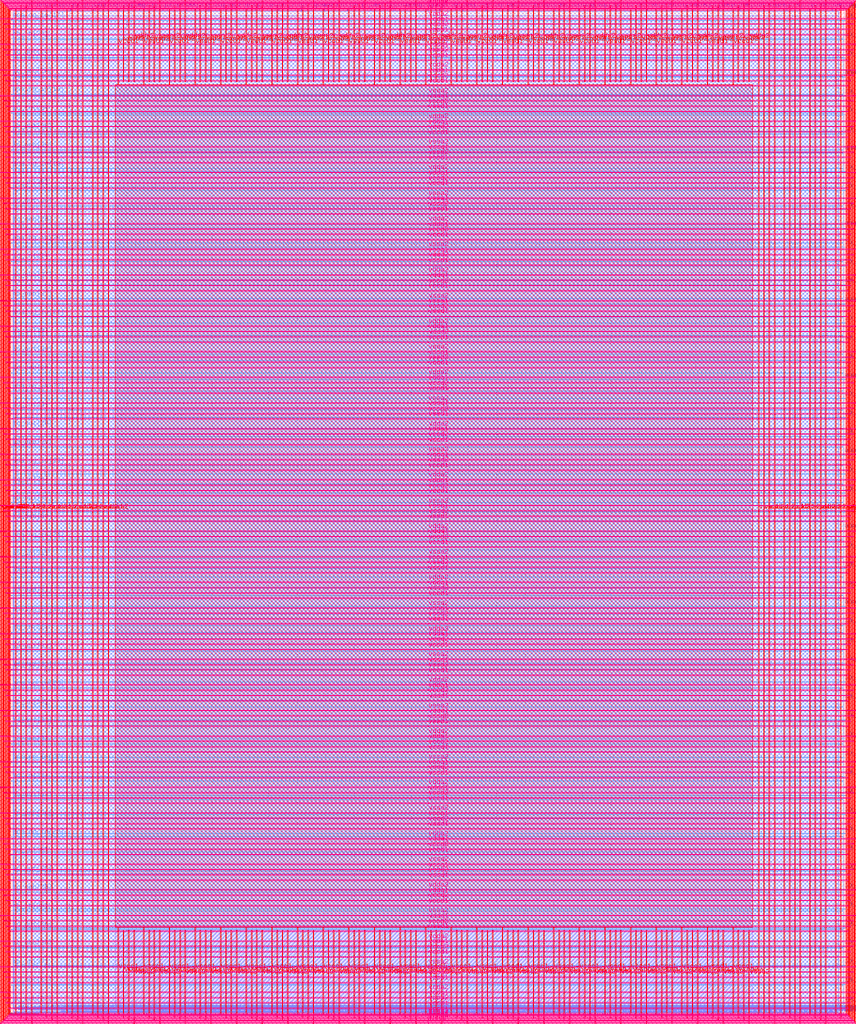
<source format=lef>
VERSION 5.7 ;
  NOWIREEXTENSIONATPIN ON ;
  DIVIDERCHAR "/" ;
  BUSBITCHARS "[]" ;
MACRO user_project_wrapper
  CLASS BLOCK ;
  FOREIGN user_project_wrapper ;
  ORIGIN 0.000 0.000 ;
  SIZE 2920.000 BY 3520.000 ;
  PIN analog_io[0]
    DIRECTION INOUT ;
    USE SIGNAL ;
    PORT
      LAYER met3 ;
        RECT 2917.600 1426.380 2924.800 1427.580 ;
    END
  END analog_io[0]
  PIN analog_io[10]
    DIRECTION INOUT ;
    USE SIGNAL ;
    PORT
      LAYER met2 ;
        RECT 2230.490 3517.600 2231.050 3524.800 ;
    END
  END analog_io[10]
  PIN analog_io[11]
    DIRECTION INOUT ;
    USE SIGNAL ;
    PORT
      LAYER met2 ;
        RECT 1905.730 3517.600 1906.290 3524.800 ;
    END
  END analog_io[11]
  PIN analog_io[12]
    DIRECTION INOUT ;
    USE SIGNAL ;
    PORT
      LAYER met2 ;
        RECT 1581.430 3517.600 1581.990 3524.800 ;
    END
  END analog_io[12]
  PIN analog_io[13]
    DIRECTION INOUT ;
    USE SIGNAL ;
    PORT
      LAYER met2 ;
        RECT 1257.130 3517.600 1257.690 3524.800 ;
    END
  END analog_io[13]
  PIN analog_io[14]
    DIRECTION INOUT ;
    USE SIGNAL ;
    PORT
      LAYER met2 ;
        RECT 932.370 3517.600 932.930 3524.800 ;
    END
  END analog_io[14]
  PIN analog_io[15]
    DIRECTION INOUT ;
    USE SIGNAL ;
    PORT
      LAYER met2 ;
        RECT 608.070 3517.600 608.630 3524.800 ;
    END
  END analog_io[15]
  PIN analog_io[16]
    DIRECTION INOUT ;
    USE SIGNAL ;
    PORT
      LAYER met2 ;
        RECT 283.770 3517.600 284.330 3524.800 ;
    END
  END analog_io[16]
  PIN analog_io[17]
    DIRECTION INOUT ;
    USE SIGNAL ;
    PORT
      LAYER met3 ;
        RECT -4.800 3486.100 2.400 3487.300 ;
    END
  END analog_io[17]
  PIN analog_io[18]
    DIRECTION INOUT ;
    USE SIGNAL ;
    PORT
      LAYER met3 ;
        RECT -4.800 3224.980 2.400 3226.180 ;
    END
  END analog_io[18]
  PIN analog_io[19]
    DIRECTION INOUT ;
    USE SIGNAL ;
    PORT
      LAYER met3 ;
        RECT -4.800 2964.540 2.400 2965.740 ;
    END
  END analog_io[19]
  PIN analog_io[1]
    DIRECTION INOUT ;
    USE SIGNAL ;
    PORT
      LAYER met3 ;
        RECT 2917.600 1692.260 2924.800 1693.460 ;
    END
  END analog_io[1]
  PIN analog_io[20]
    DIRECTION INOUT ;
    USE SIGNAL ;
    PORT
      LAYER met3 ;
        RECT -4.800 2703.420 2.400 2704.620 ;
    END
  END analog_io[20]
  PIN analog_io[21]
    DIRECTION INOUT ;
    USE SIGNAL ;
    PORT
      LAYER met3 ;
        RECT -4.800 2442.980 2.400 2444.180 ;
    END
  END analog_io[21]
  PIN analog_io[22]
    DIRECTION INOUT ;
    USE SIGNAL ;
    PORT
      LAYER met3 ;
        RECT -4.800 2182.540 2.400 2183.740 ;
    END
  END analog_io[22]
  PIN analog_io[23]
    DIRECTION INOUT ;
    USE SIGNAL ;
    PORT
      LAYER met3 ;
        RECT -4.800 1921.420 2.400 1922.620 ;
    END
  END analog_io[23]
  PIN analog_io[24]
    DIRECTION INOUT ;
    USE SIGNAL ;
    PORT
      LAYER met3 ;
        RECT -4.800 1660.980 2.400 1662.180 ;
    END
  END analog_io[24]
  PIN analog_io[25]
    DIRECTION INOUT ;
    USE SIGNAL ;
    PORT
      LAYER met3 ;
        RECT -4.800 1399.860 2.400 1401.060 ;
    END
  END analog_io[25]
  PIN analog_io[26]
    DIRECTION INOUT ;
    USE SIGNAL ;
    PORT
      LAYER met3 ;
        RECT -4.800 1139.420 2.400 1140.620 ;
    END
  END analog_io[26]
  PIN analog_io[27]
    DIRECTION INOUT ;
    USE SIGNAL ;
    PORT
      LAYER met3 ;
        RECT -4.800 878.980 2.400 880.180 ;
    END
  END analog_io[27]
  PIN analog_io[28]
    DIRECTION INOUT ;
    USE SIGNAL ;
    PORT
      LAYER met3 ;
        RECT -4.800 617.860 2.400 619.060 ;
    END
  END analog_io[28]
  PIN analog_io[2]
    DIRECTION INOUT ;
    USE SIGNAL ;
    PORT
      LAYER met3 ;
        RECT 2917.600 1958.140 2924.800 1959.340 ;
    END
  END analog_io[2]
  PIN analog_io[3]
    DIRECTION INOUT ;
    USE SIGNAL ;
    PORT
      LAYER met3 ;
        RECT 2917.600 2223.340 2924.800 2224.540 ;
    END
  END analog_io[3]
  PIN analog_io[4]
    DIRECTION INOUT ;
    USE SIGNAL ;
    PORT
      LAYER met3 ;
        RECT 2917.600 2489.220 2924.800 2490.420 ;
    END
  END analog_io[4]
  PIN analog_io[5]
    DIRECTION INOUT ;
    USE SIGNAL ;
    PORT
      LAYER met3 ;
        RECT 2917.600 2755.100 2924.800 2756.300 ;
    END
  END analog_io[5]
  PIN analog_io[6]
    DIRECTION INOUT ;
    USE SIGNAL ;
    PORT
      LAYER met3 ;
        RECT 2917.600 3020.300 2924.800 3021.500 ;
    END
  END analog_io[6]
  PIN analog_io[7]
    DIRECTION INOUT ;
    USE SIGNAL ;
    PORT
      LAYER met3 ;
        RECT 2917.600 3286.180 2924.800 3287.380 ;
    END
  END analog_io[7]
  PIN analog_io[8]
    DIRECTION INOUT ;
    USE SIGNAL ;
    PORT
      LAYER met2 ;
        RECT 2879.090 3517.600 2879.650 3524.800 ;
    END
  END analog_io[8]
  PIN analog_io[9]
    DIRECTION INOUT ;
    USE SIGNAL ;
    PORT
      LAYER met2 ;
        RECT 2554.790 3517.600 2555.350 3524.800 ;
    END
  END analog_io[9]
  PIN io_in[0]
    DIRECTION INPUT ;
    USE SIGNAL ;
    PORT
      LAYER met3 ;
        RECT 2917.600 32.380 2924.800 33.580 ;
    END
  END io_in[0]
  PIN io_in[10]
    DIRECTION INPUT ;
    USE SIGNAL ;
    PORT
      LAYER met3 ;
        RECT 2917.600 2289.980 2924.800 2291.180 ;
    END
  END io_in[10]
  PIN io_in[11]
    DIRECTION INPUT ;
    USE SIGNAL ;
    PORT
      LAYER met3 ;
        RECT 2917.600 2555.860 2924.800 2557.060 ;
    END
  END io_in[11]
  PIN io_in[12]
    DIRECTION INPUT ;
    USE SIGNAL ;
    PORT
      LAYER met3 ;
        RECT 2917.600 2821.060 2924.800 2822.260 ;
    END
  END io_in[12]
  PIN io_in[13]
    DIRECTION INPUT ;
    USE SIGNAL ;
    PORT
      LAYER met3 ;
        RECT 2917.600 3086.940 2924.800 3088.140 ;
    END
  END io_in[13]
  PIN io_in[14]
    DIRECTION INPUT ;
    USE SIGNAL ;
    PORT
      LAYER met3 ;
        RECT 2917.600 3352.820 2924.800 3354.020 ;
    END
  END io_in[14]
  PIN io_in[15]
    DIRECTION INPUT ;
    USE SIGNAL ;
    PORT
      LAYER met2 ;
        RECT 2798.130 3517.600 2798.690 3524.800 ;
    END
  END io_in[15]
  PIN io_in[16]
    DIRECTION INPUT ;
    USE SIGNAL ;
    PORT
      LAYER met2 ;
        RECT 2473.830 3517.600 2474.390 3524.800 ;
    END
  END io_in[16]
  PIN io_in[17]
    DIRECTION INPUT ;
    USE SIGNAL ;
    PORT
      LAYER met2 ;
        RECT 2149.070 3517.600 2149.630 3524.800 ;
    END
  END io_in[17]
  PIN io_in[18]
    DIRECTION INPUT ;
    USE SIGNAL ;
    PORT
      LAYER met2 ;
        RECT 1824.770 3517.600 1825.330 3524.800 ;
    END
  END io_in[18]
  PIN io_in[19]
    DIRECTION INPUT ;
    USE SIGNAL ;
    PORT
      LAYER met2 ;
        RECT 1500.470 3517.600 1501.030 3524.800 ;
    END
  END io_in[19]
  PIN io_in[1]
    DIRECTION INPUT ;
    USE SIGNAL ;
    PORT
      LAYER met3 ;
        RECT 2917.600 230.940 2924.800 232.140 ;
    END
  END io_in[1]
  PIN io_in[20]
    DIRECTION INPUT ;
    USE SIGNAL ;
    PORT
      LAYER met2 ;
        RECT 1175.710 3517.600 1176.270 3524.800 ;
    END
  END io_in[20]
  PIN io_in[21]
    DIRECTION INPUT ;
    USE SIGNAL ;
    PORT
      LAYER met2 ;
        RECT 851.410 3517.600 851.970 3524.800 ;
    END
  END io_in[21]
  PIN io_in[22]
    DIRECTION INPUT ;
    USE SIGNAL ;
    PORT
      LAYER met2 ;
        RECT 527.110 3517.600 527.670 3524.800 ;
    END
  END io_in[22]
  PIN io_in[23]
    DIRECTION INPUT ;
    USE SIGNAL ;
    PORT
      LAYER met2 ;
        RECT 202.350 3517.600 202.910 3524.800 ;
    END
  END io_in[23]
  PIN io_in[24]
    DIRECTION INPUT ;
    USE SIGNAL ;
    PORT
      LAYER met3 ;
        RECT -4.800 3420.820 2.400 3422.020 ;
    END
  END io_in[24]
  PIN io_in[25]
    DIRECTION INPUT ;
    USE SIGNAL ;
    PORT
      LAYER met3 ;
        RECT -4.800 3159.700 2.400 3160.900 ;
    END
  END io_in[25]
  PIN io_in[26]
    DIRECTION INPUT ;
    USE SIGNAL ;
    PORT
      LAYER met3 ;
        RECT -4.800 2899.260 2.400 2900.460 ;
    END
  END io_in[26]
  PIN io_in[27]
    DIRECTION INPUT ;
    USE SIGNAL ;
    PORT
      LAYER met3 ;
        RECT -4.800 2638.820 2.400 2640.020 ;
    END
  END io_in[27]
  PIN io_in[28]
    DIRECTION INPUT ;
    USE SIGNAL ;
    PORT
      LAYER met3 ;
        RECT -4.800 2377.700 2.400 2378.900 ;
    END
  END io_in[28]
  PIN io_in[29]
    DIRECTION INPUT ;
    USE SIGNAL ;
    PORT
      LAYER met3 ;
        RECT -4.800 2117.260 2.400 2118.460 ;
    END
  END io_in[29]
  PIN io_in[2]
    DIRECTION INPUT ;
    USE SIGNAL ;
    PORT
      LAYER met3 ;
        RECT 2917.600 430.180 2924.800 431.380 ;
    END
  END io_in[2]
  PIN io_in[30]
    DIRECTION INPUT ;
    USE SIGNAL ;
    PORT
      LAYER met3 ;
        RECT -4.800 1856.140 2.400 1857.340 ;
    END
  END io_in[30]
  PIN io_in[31]
    DIRECTION INPUT ;
    USE SIGNAL ;
    PORT
      LAYER met3 ;
        RECT -4.800 1595.700 2.400 1596.900 ;
    END
  END io_in[31]
  PIN io_in[32]
    DIRECTION INPUT ;
    USE SIGNAL ;
    PORT
      LAYER met3 ;
        RECT -4.800 1335.260 2.400 1336.460 ;
    END
  END io_in[32]
  PIN io_in[33]
    DIRECTION INPUT ;
    USE SIGNAL ;
    PORT
      LAYER met3 ;
        RECT -4.800 1074.140 2.400 1075.340 ;
    END
  END io_in[33]
  PIN io_in[34]
    DIRECTION INPUT ;
    USE SIGNAL ;
    PORT
      LAYER met3 ;
        RECT -4.800 813.700 2.400 814.900 ;
    END
  END io_in[34]
  PIN io_in[35]
    DIRECTION INPUT ;
    USE SIGNAL ;
    PORT
      LAYER met3 ;
        RECT -4.800 552.580 2.400 553.780 ;
    END
  END io_in[35]
  PIN io_in[36]
    DIRECTION INPUT ;
    USE SIGNAL ;
    PORT
      LAYER met3 ;
        RECT -4.800 357.420 2.400 358.620 ;
    END
  END io_in[36]
  PIN io_in[37]
    DIRECTION INPUT ;
    USE SIGNAL ;
    PORT
      LAYER met3 ;
        RECT -4.800 161.580 2.400 162.780 ;
    END
  END io_in[37]
  PIN io_in[3]
    DIRECTION INPUT ;
    USE SIGNAL ;
    PORT
      LAYER met3 ;
        RECT 2917.600 629.420 2924.800 630.620 ;
    END
  END io_in[3]
  PIN io_in[4]
    DIRECTION INPUT ;
    USE SIGNAL ;
    PORT
      LAYER met3 ;
        RECT 2917.600 828.660 2924.800 829.860 ;
    END
  END io_in[4]
  PIN io_in[5]
    DIRECTION INPUT ;
    USE SIGNAL ;
    PORT
      LAYER met3 ;
        RECT 2917.600 1027.900 2924.800 1029.100 ;
    END
  END io_in[5]
  PIN io_in[6]
    DIRECTION INPUT ;
    USE SIGNAL ;
    PORT
      LAYER met3 ;
        RECT 2917.600 1227.140 2924.800 1228.340 ;
    END
  END io_in[6]
  PIN io_in[7]
    DIRECTION INPUT ;
    USE SIGNAL ;
    PORT
      LAYER met3 ;
        RECT 2917.600 1493.020 2924.800 1494.220 ;
    END
  END io_in[7]
  PIN io_in[8]
    DIRECTION INPUT ;
    USE SIGNAL ;
    PORT
      LAYER met3 ;
        RECT 2917.600 1758.900 2924.800 1760.100 ;
    END
  END io_in[8]
  PIN io_in[9]
    DIRECTION INPUT ;
    USE SIGNAL ;
    PORT
      LAYER met3 ;
        RECT 2917.600 2024.100 2924.800 2025.300 ;
    END
  END io_in[9]
  PIN io_oeb[0]
    DIRECTION OUTPUT TRISTATE ;
    USE SIGNAL ;
    PORT
      LAYER met3 ;
        RECT 2917.600 164.980 2924.800 166.180 ;
    END
  END io_oeb[0]
  PIN io_oeb[10]
    DIRECTION OUTPUT TRISTATE ;
    USE SIGNAL ;
    PORT
      LAYER met3 ;
        RECT 2917.600 2422.580 2924.800 2423.780 ;
    END
  END io_oeb[10]
  PIN io_oeb[11]
    DIRECTION OUTPUT TRISTATE ;
    USE SIGNAL ;
    PORT
      LAYER met3 ;
        RECT 2917.600 2688.460 2924.800 2689.660 ;
    END
  END io_oeb[11]
  PIN io_oeb[12]
    DIRECTION OUTPUT TRISTATE ;
    USE SIGNAL ;
    PORT
      LAYER met3 ;
        RECT 2917.600 2954.340 2924.800 2955.540 ;
    END
  END io_oeb[12]
  PIN io_oeb[13]
    DIRECTION OUTPUT TRISTATE ;
    USE SIGNAL ;
    PORT
      LAYER met3 ;
        RECT 2917.600 3219.540 2924.800 3220.740 ;
    END
  END io_oeb[13]
  PIN io_oeb[14]
    DIRECTION OUTPUT TRISTATE ;
    USE SIGNAL ;
    PORT
      LAYER met3 ;
        RECT 2917.600 3485.420 2924.800 3486.620 ;
    END
  END io_oeb[14]
  PIN io_oeb[15]
    DIRECTION OUTPUT TRISTATE ;
    USE SIGNAL ;
    PORT
      LAYER met2 ;
        RECT 2635.750 3517.600 2636.310 3524.800 ;
    END
  END io_oeb[15]
  PIN io_oeb[16]
    DIRECTION OUTPUT TRISTATE ;
    USE SIGNAL ;
    PORT
      LAYER met2 ;
        RECT 2311.450 3517.600 2312.010 3524.800 ;
    END
  END io_oeb[16]
  PIN io_oeb[17]
    DIRECTION OUTPUT TRISTATE ;
    USE SIGNAL ;
    PORT
      LAYER met2 ;
        RECT 1987.150 3517.600 1987.710 3524.800 ;
    END
  END io_oeb[17]
  PIN io_oeb[18]
    DIRECTION OUTPUT TRISTATE ;
    USE SIGNAL ;
    PORT
      LAYER met2 ;
        RECT 1662.390 3517.600 1662.950 3524.800 ;
    END
  END io_oeb[18]
  PIN io_oeb[19]
    DIRECTION OUTPUT TRISTATE ;
    USE SIGNAL ;
    PORT
      LAYER met2 ;
        RECT 1338.090 3517.600 1338.650 3524.800 ;
    END
  END io_oeb[19]
  PIN io_oeb[1]
    DIRECTION OUTPUT TRISTATE ;
    USE SIGNAL ;
    PORT
      LAYER met3 ;
        RECT 2917.600 364.220 2924.800 365.420 ;
    END
  END io_oeb[1]
  PIN io_oeb[20]
    DIRECTION OUTPUT TRISTATE ;
    USE SIGNAL ;
    PORT
      LAYER met2 ;
        RECT 1013.790 3517.600 1014.350 3524.800 ;
    END
  END io_oeb[20]
  PIN io_oeb[21]
    DIRECTION OUTPUT TRISTATE ;
    USE SIGNAL ;
    PORT
      LAYER met2 ;
        RECT 689.030 3517.600 689.590 3524.800 ;
    END
  END io_oeb[21]
  PIN io_oeb[22]
    DIRECTION OUTPUT TRISTATE ;
    USE SIGNAL ;
    PORT
      LAYER met2 ;
        RECT 364.730 3517.600 365.290 3524.800 ;
    END
  END io_oeb[22]
  PIN io_oeb[23]
    DIRECTION OUTPUT TRISTATE ;
    USE SIGNAL ;
    PORT
      LAYER met2 ;
        RECT 40.430 3517.600 40.990 3524.800 ;
    END
  END io_oeb[23]
  PIN io_oeb[24]
    DIRECTION OUTPUT TRISTATE ;
    USE SIGNAL ;
    PORT
      LAYER met3 ;
        RECT -4.800 3290.260 2.400 3291.460 ;
    END
  END io_oeb[24]
  PIN io_oeb[25]
    DIRECTION OUTPUT TRISTATE ;
    USE SIGNAL ;
    PORT
      LAYER met3 ;
        RECT -4.800 3029.820 2.400 3031.020 ;
    END
  END io_oeb[25]
  PIN io_oeb[26]
    DIRECTION OUTPUT TRISTATE ;
    USE SIGNAL ;
    PORT
      LAYER met3 ;
        RECT -4.800 2768.700 2.400 2769.900 ;
    END
  END io_oeb[26]
  PIN io_oeb[27]
    DIRECTION OUTPUT TRISTATE ;
    USE SIGNAL ;
    PORT
      LAYER met3 ;
        RECT -4.800 2508.260 2.400 2509.460 ;
    END
  END io_oeb[27]
  PIN io_oeb[28]
    DIRECTION OUTPUT TRISTATE ;
    USE SIGNAL ;
    PORT
      LAYER met3 ;
        RECT -4.800 2247.140 2.400 2248.340 ;
    END
  END io_oeb[28]
  PIN io_oeb[29]
    DIRECTION OUTPUT TRISTATE ;
    USE SIGNAL ;
    PORT
      LAYER met3 ;
        RECT -4.800 1986.700 2.400 1987.900 ;
    END
  END io_oeb[29]
  PIN io_oeb[2]
    DIRECTION OUTPUT TRISTATE ;
    USE SIGNAL ;
    PORT
      LAYER met3 ;
        RECT 2917.600 563.460 2924.800 564.660 ;
    END
  END io_oeb[2]
  PIN io_oeb[30]
    DIRECTION OUTPUT TRISTATE ;
    USE SIGNAL ;
    PORT
      LAYER met3 ;
        RECT -4.800 1726.260 2.400 1727.460 ;
    END
  END io_oeb[30]
  PIN io_oeb[31]
    DIRECTION OUTPUT TRISTATE ;
    USE SIGNAL ;
    PORT
      LAYER met3 ;
        RECT -4.800 1465.140 2.400 1466.340 ;
    END
  END io_oeb[31]
  PIN io_oeb[32]
    DIRECTION OUTPUT TRISTATE ;
    USE SIGNAL ;
    PORT
      LAYER met3 ;
        RECT -4.800 1204.700 2.400 1205.900 ;
    END
  END io_oeb[32]
  PIN io_oeb[33]
    DIRECTION OUTPUT TRISTATE ;
    USE SIGNAL ;
    PORT
      LAYER met3 ;
        RECT -4.800 943.580 2.400 944.780 ;
    END
  END io_oeb[33]
  PIN io_oeb[34]
    DIRECTION OUTPUT TRISTATE ;
    USE SIGNAL ;
    PORT
      LAYER met3 ;
        RECT -4.800 683.140 2.400 684.340 ;
    END
  END io_oeb[34]
  PIN io_oeb[35]
    DIRECTION OUTPUT TRISTATE ;
    USE SIGNAL ;
    PORT
      LAYER met3 ;
        RECT -4.800 422.700 2.400 423.900 ;
    END
  END io_oeb[35]
  PIN io_oeb[36]
    DIRECTION OUTPUT TRISTATE ;
    USE SIGNAL ;
    PORT
      LAYER met3 ;
        RECT -4.800 226.860 2.400 228.060 ;
    END
  END io_oeb[36]
  PIN io_oeb[37]
    DIRECTION OUTPUT TRISTATE ;
    USE SIGNAL ;
    PORT
      LAYER met3 ;
        RECT -4.800 31.700 2.400 32.900 ;
    END
  END io_oeb[37]
  PIN io_oeb[3]
    DIRECTION OUTPUT TRISTATE ;
    USE SIGNAL ;
    PORT
      LAYER met3 ;
        RECT 2917.600 762.700 2924.800 763.900 ;
    END
  END io_oeb[3]
  PIN io_oeb[4]
    DIRECTION OUTPUT TRISTATE ;
    USE SIGNAL ;
    PORT
      LAYER met3 ;
        RECT 2917.600 961.940 2924.800 963.140 ;
    END
  END io_oeb[4]
  PIN io_oeb[5]
    DIRECTION OUTPUT TRISTATE ;
    USE SIGNAL ;
    PORT
      LAYER met3 ;
        RECT 2917.600 1161.180 2924.800 1162.380 ;
    END
  END io_oeb[5]
  PIN io_oeb[6]
    DIRECTION OUTPUT TRISTATE ;
    USE SIGNAL ;
    PORT
      LAYER met3 ;
        RECT 2917.600 1360.420 2924.800 1361.620 ;
    END
  END io_oeb[6]
  PIN io_oeb[7]
    DIRECTION OUTPUT TRISTATE ;
    USE SIGNAL ;
    PORT
      LAYER met3 ;
        RECT 2917.600 1625.620 2924.800 1626.820 ;
    END
  END io_oeb[7]
  PIN io_oeb[8]
    DIRECTION OUTPUT TRISTATE ;
    USE SIGNAL ;
    PORT
      LAYER met3 ;
        RECT 2917.600 1891.500 2924.800 1892.700 ;
    END
  END io_oeb[8]
  PIN io_oeb[9]
    DIRECTION OUTPUT TRISTATE ;
    USE SIGNAL ;
    PORT
      LAYER met3 ;
        RECT 2917.600 2157.380 2924.800 2158.580 ;
    END
  END io_oeb[9]
  PIN io_out[0]
    DIRECTION OUTPUT TRISTATE ;
    USE SIGNAL ;
    PORT
      LAYER met3 ;
        RECT 2917.600 98.340 2924.800 99.540 ;
    END
  END io_out[0]
  PIN io_out[10]
    DIRECTION OUTPUT TRISTATE ;
    USE SIGNAL ;
    PORT
      LAYER met3 ;
        RECT 2917.600 2356.620 2924.800 2357.820 ;
    END
  END io_out[10]
  PIN io_out[11]
    DIRECTION OUTPUT TRISTATE ;
    USE SIGNAL ;
    PORT
      LAYER met3 ;
        RECT 2917.600 2621.820 2924.800 2623.020 ;
    END
  END io_out[11]
  PIN io_out[12]
    DIRECTION OUTPUT TRISTATE ;
    USE SIGNAL ;
    PORT
      LAYER met3 ;
        RECT 2917.600 2887.700 2924.800 2888.900 ;
    END
  END io_out[12]
  PIN io_out[13]
    DIRECTION OUTPUT TRISTATE ;
    USE SIGNAL ;
    PORT
      LAYER met3 ;
        RECT 2917.600 3153.580 2924.800 3154.780 ;
    END
  END io_out[13]
  PIN io_out[14]
    DIRECTION OUTPUT TRISTATE ;
    USE SIGNAL ;
    PORT
      LAYER met3 ;
        RECT 2917.600 3418.780 2924.800 3419.980 ;
    END
  END io_out[14]
  PIN io_out[15]
    DIRECTION OUTPUT TRISTATE ;
    USE SIGNAL ;
    PORT
      LAYER met2 ;
        RECT 2717.170 3517.600 2717.730 3524.800 ;
    END
  END io_out[15]
  PIN io_out[16]
    DIRECTION OUTPUT TRISTATE ;
    USE SIGNAL ;
    PORT
      LAYER met2 ;
        RECT 2392.410 3517.600 2392.970 3524.800 ;
    END
  END io_out[16]
  PIN io_out[17]
    DIRECTION OUTPUT TRISTATE ;
    USE SIGNAL ;
    PORT
      LAYER met2 ;
        RECT 2068.110 3517.600 2068.670 3524.800 ;
    END
  END io_out[17]
  PIN io_out[18]
    DIRECTION OUTPUT TRISTATE ;
    USE SIGNAL ;
    PORT
      LAYER met2 ;
        RECT 1743.810 3517.600 1744.370 3524.800 ;
    END
  END io_out[18]
  PIN io_out[19]
    DIRECTION OUTPUT TRISTATE ;
    USE SIGNAL ;
    PORT
      LAYER met2 ;
        RECT 1419.050 3517.600 1419.610 3524.800 ;
    END
  END io_out[19]
  PIN io_out[1]
    DIRECTION OUTPUT TRISTATE ;
    USE SIGNAL ;
    PORT
      LAYER met3 ;
        RECT 2917.600 297.580 2924.800 298.780 ;
    END
  END io_out[1]
  PIN io_out[20]
    DIRECTION OUTPUT TRISTATE ;
    USE SIGNAL ;
    PORT
      LAYER met2 ;
        RECT 1094.750 3517.600 1095.310 3524.800 ;
    END
  END io_out[20]
  PIN io_out[21]
    DIRECTION OUTPUT TRISTATE ;
    USE SIGNAL ;
    PORT
      LAYER met2 ;
        RECT 770.450 3517.600 771.010 3524.800 ;
    END
  END io_out[21]
  PIN io_out[22]
    DIRECTION OUTPUT TRISTATE ;
    USE SIGNAL ;
    PORT
      LAYER met2 ;
        RECT 445.690 3517.600 446.250 3524.800 ;
    END
  END io_out[22]
  PIN io_out[23]
    DIRECTION OUTPUT TRISTATE ;
    USE SIGNAL ;
    PORT
      LAYER met2 ;
        RECT 121.390 3517.600 121.950 3524.800 ;
    END
  END io_out[23]
  PIN io_out[24]
    DIRECTION OUTPUT TRISTATE ;
    USE SIGNAL ;
    PORT
      LAYER met3 ;
        RECT -4.800 3355.540 2.400 3356.740 ;
    END
  END io_out[24]
  PIN io_out[25]
    DIRECTION OUTPUT TRISTATE ;
    USE SIGNAL ;
    PORT
      LAYER met3 ;
        RECT -4.800 3095.100 2.400 3096.300 ;
    END
  END io_out[25]
  PIN io_out[26]
    DIRECTION OUTPUT TRISTATE ;
    USE SIGNAL ;
    PORT
      LAYER met3 ;
        RECT -4.800 2833.980 2.400 2835.180 ;
    END
  END io_out[26]
  PIN io_out[27]
    DIRECTION OUTPUT TRISTATE ;
    USE SIGNAL ;
    PORT
      LAYER met3 ;
        RECT -4.800 2573.540 2.400 2574.740 ;
    END
  END io_out[27]
  PIN io_out[28]
    DIRECTION OUTPUT TRISTATE ;
    USE SIGNAL ;
    PORT
      LAYER met3 ;
        RECT -4.800 2312.420 2.400 2313.620 ;
    END
  END io_out[28]
  PIN io_out[29]
    DIRECTION OUTPUT TRISTATE ;
    USE SIGNAL ;
    PORT
      LAYER met3 ;
        RECT -4.800 2051.980 2.400 2053.180 ;
    END
  END io_out[29]
  PIN io_out[2]
    DIRECTION OUTPUT TRISTATE ;
    USE SIGNAL ;
    PORT
      LAYER met3 ;
        RECT 2917.600 496.820 2924.800 498.020 ;
    END
  END io_out[2]
  PIN io_out[30]
    DIRECTION OUTPUT TRISTATE ;
    USE SIGNAL ;
    PORT
      LAYER met3 ;
        RECT -4.800 1791.540 2.400 1792.740 ;
    END
  END io_out[30]
  PIN io_out[31]
    DIRECTION OUTPUT TRISTATE ;
    USE SIGNAL ;
    PORT
      LAYER met3 ;
        RECT -4.800 1530.420 2.400 1531.620 ;
    END
  END io_out[31]
  PIN io_out[32]
    DIRECTION OUTPUT TRISTATE ;
    USE SIGNAL ;
    PORT
      LAYER met3 ;
        RECT -4.800 1269.980 2.400 1271.180 ;
    END
  END io_out[32]
  PIN io_out[33]
    DIRECTION OUTPUT TRISTATE ;
    USE SIGNAL ;
    PORT
      LAYER met3 ;
        RECT -4.800 1008.860 2.400 1010.060 ;
    END
  END io_out[33]
  PIN io_out[34]
    DIRECTION OUTPUT TRISTATE ;
    USE SIGNAL ;
    PORT
      LAYER met3 ;
        RECT -4.800 748.420 2.400 749.620 ;
    END
  END io_out[34]
  PIN io_out[35]
    DIRECTION OUTPUT TRISTATE ;
    USE SIGNAL ;
    PORT
      LAYER met3 ;
        RECT -4.800 487.300 2.400 488.500 ;
    END
  END io_out[35]
  PIN io_out[36]
    DIRECTION OUTPUT TRISTATE ;
    USE SIGNAL ;
    PORT
      LAYER met3 ;
        RECT -4.800 292.140 2.400 293.340 ;
    END
  END io_out[36]
  PIN io_out[37]
    DIRECTION OUTPUT TRISTATE ;
    USE SIGNAL ;
    PORT
      LAYER met3 ;
        RECT -4.800 96.300 2.400 97.500 ;
    END
  END io_out[37]
  PIN io_out[3]
    DIRECTION OUTPUT TRISTATE ;
    USE SIGNAL ;
    PORT
      LAYER met3 ;
        RECT 2917.600 696.060 2924.800 697.260 ;
    END
  END io_out[3]
  PIN io_out[4]
    DIRECTION OUTPUT TRISTATE ;
    USE SIGNAL ;
    PORT
      LAYER met3 ;
        RECT 2917.600 895.300 2924.800 896.500 ;
    END
  END io_out[4]
  PIN io_out[5]
    DIRECTION OUTPUT TRISTATE ;
    USE SIGNAL ;
    PORT
      LAYER met3 ;
        RECT 2917.600 1094.540 2924.800 1095.740 ;
    END
  END io_out[5]
  PIN io_out[6]
    DIRECTION OUTPUT TRISTATE ;
    USE SIGNAL ;
    PORT
      LAYER met3 ;
        RECT 2917.600 1293.780 2924.800 1294.980 ;
    END
  END io_out[6]
  PIN io_out[7]
    DIRECTION OUTPUT TRISTATE ;
    USE SIGNAL ;
    PORT
      LAYER met3 ;
        RECT 2917.600 1559.660 2924.800 1560.860 ;
    END
  END io_out[7]
  PIN io_out[8]
    DIRECTION OUTPUT TRISTATE ;
    USE SIGNAL ;
    PORT
      LAYER met3 ;
        RECT 2917.600 1824.860 2924.800 1826.060 ;
    END
  END io_out[8]
  PIN io_out[9]
    DIRECTION OUTPUT TRISTATE ;
    USE SIGNAL ;
    PORT
      LAYER met3 ;
        RECT 2917.600 2090.740 2924.800 2091.940 ;
    END
  END io_out[9]
  PIN la_data_in[0]
    DIRECTION INPUT ;
    USE SIGNAL ;
    PORT
      LAYER met2 ;
        RECT 629.230 -4.800 629.790 2.400 ;
    END
  END la_data_in[0]
  PIN la_data_in[100]
    DIRECTION INPUT ;
    USE SIGNAL ;
    PORT
      LAYER met2 ;
        RECT 2402.530 -4.800 2403.090 2.400 ;
    END
  END la_data_in[100]
  PIN la_data_in[101]
    DIRECTION INPUT ;
    USE SIGNAL ;
    PORT
      LAYER met2 ;
        RECT 2420.010 -4.800 2420.570 2.400 ;
    END
  END la_data_in[101]
  PIN la_data_in[102]
    DIRECTION INPUT ;
    USE SIGNAL ;
    PORT
      LAYER met2 ;
        RECT 2437.950 -4.800 2438.510 2.400 ;
    END
  END la_data_in[102]
  PIN la_data_in[103]
    DIRECTION INPUT ;
    USE SIGNAL ;
    PORT
      LAYER met2 ;
        RECT 2455.430 -4.800 2455.990 2.400 ;
    END
  END la_data_in[103]
  PIN la_data_in[104]
    DIRECTION INPUT ;
    USE SIGNAL ;
    PORT
      LAYER met2 ;
        RECT 2473.370 -4.800 2473.930 2.400 ;
    END
  END la_data_in[104]
  PIN la_data_in[105]
    DIRECTION INPUT ;
    USE SIGNAL ;
    PORT
      LAYER met2 ;
        RECT 2490.850 -4.800 2491.410 2.400 ;
    END
  END la_data_in[105]
  PIN la_data_in[106]
    DIRECTION INPUT ;
    USE SIGNAL ;
    PORT
      LAYER met2 ;
        RECT 2508.790 -4.800 2509.350 2.400 ;
    END
  END la_data_in[106]
  PIN la_data_in[107]
    DIRECTION INPUT ;
    USE SIGNAL ;
    PORT
      LAYER met2 ;
        RECT 2526.730 -4.800 2527.290 2.400 ;
    END
  END la_data_in[107]
  PIN la_data_in[108]
    DIRECTION INPUT ;
    USE SIGNAL ;
    PORT
      LAYER met2 ;
        RECT 2544.210 -4.800 2544.770 2.400 ;
    END
  END la_data_in[108]
  PIN la_data_in[109]
    DIRECTION INPUT ;
    USE SIGNAL ;
    PORT
      LAYER met2 ;
        RECT 2562.150 -4.800 2562.710 2.400 ;
    END
  END la_data_in[109]
  PIN la_data_in[10]
    DIRECTION INPUT ;
    USE SIGNAL ;
    PORT
      LAYER met2 ;
        RECT 806.330 -4.800 806.890 2.400 ;
    END
  END la_data_in[10]
  PIN la_data_in[110]
    DIRECTION INPUT ;
    USE SIGNAL ;
    PORT
      LAYER met2 ;
        RECT 2579.630 -4.800 2580.190 2.400 ;
    END
  END la_data_in[110]
  PIN la_data_in[111]
    DIRECTION INPUT ;
    USE SIGNAL ;
    PORT
      LAYER met2 ;
        RECT 2597.570 -4.800 2598.130 2.400 ;
    END
  END la_data_in[111]
  PIN la_data_in[112]
    DIRECTION INPUT ;
    USE SIGNAL ;
    PORT
      LAYER met2 ;
        RECT 2615.050 -4.800 2615.610 2.400 ;
    END
  END la_data_in[112]
  PIN la_data_in[113]
    DIRECTION INPUT ;
    USE SIGNAL ;
    PORT
      LAYER met2 ;
        RECT 2632.990 -4.800 2633.550 2.400 ;
    END
  END la_data_in[113]
  PIN la_data_in[114]
    DIRECTION INPUT ;
    USE SIGNAL ;
    PORT
      LAYER met2 ;
        RECT 2650.470 -4.800 2651.030 2.400 ;
    END
  END la_data_in[114]
  PIN la_data_in[115]
    DIRECTION INPUT ;
    USE SIGNAL ;
    PORT
      LAYER met2 ;
        RECT 2668.410 -4.800 2668.970 2.400 ;
    END
  END la_data_in[115]
  PIN la_data_in[116]
    DIRECTION INPUT ;
    USE SIGNAL ;
    PORT
      LAYER met2 ;
        RECT 2685.890 -4.800 2686.450 2.400 ;
    END
  END la_data_in[116]
  PIN la_data_in[117]
    DIRECTION INPUT ;
    USE SIGNAL ;
    PORT
      LAYER met2 ;
        RECT 2703.830 -4.800 2704.390 2.400 ;
    END
  END la_data_in[117]
  PIN la_data_in[118]
    DIRECTION INPUT ;
    USE SIGNAL ;
    PORT
      LAYER met2 ;
        RECT 2721.770 -4.800 2722.330 2.400 ;
    END
  END la_data_in[118]
  PIN la_data_in[119]
    DIRECTION INPUT ;
    USE SIGNAL ;
    PORT
      LAYER met2 ;
        RECT 2739.250 -4.800 2739.810 2.400 ;
    END
  END la_data_in[119]
  PIN la_data_in[11]
    DIRECTION INPUT ;
    USE SIGNAL ;
    PORT
      LAYER met2 ;
        RECT 824.270 -4.800 824.830 2.400 ;
    END
  END la_data_in[11]
  PIN la_data_in[120]
    DIRECTION INPUT ;
    USE SIGNAL ;
    PORT
      LAYER met2 ;
        RECT 2757.190 -4.800 2757.750 2.400 ;
    END
  END la_data_in[120]
  PIN la_data_in[121]
    DIRECTION INPUT ;
    USE SIGNAL ;
    PORT
      LAYER met2 ;
        RECT 2774.670 -4.800 2775.230 2.400 ;
    END
  END la_data_in[121]
  PIN la_data_in[122]
    DIRECTION INPUT ;
    USE SIGNAL ;
    PORT
      LAYER met2 ;
        RECT 2792.610 -4.800 2793.170 2.400 ;
    END
  END la_data_in[122]
  PIN la_data_in[123]
    DIRECTION INPUT ;
    USE SIGNAL ;
    PORT
      LAYER met2 ;
        RECT 2810.090 -4.800 2810.650 2.400 ;
    END
  END la_data_in[123]
  PIN la_data_in[124]
    DIRECTION INPUT ;
    USE SIGNAL ;
    PORT
      LAYER met2 ;
        RECT 2828.030 -4.800 2828.590 2.400 ;
    END
  END la_data_in[124]
  PIN la_data_in[125]
    DIRECTION INPUT ;
    USE SIGNAL ;
    PORT
      LAYER met2 ;
        RECT 2845.510 -4.800 2846.070 2.400 ;
    END
  END la_data_in[125]
  PIN la_data_in[126]
    DIRECTION INPUT ;
    USE SIGNAL ;
    PORT
      LAYER met2 ;
        RECT 2863.450 -4.800 2864.010 2.400 ;
    END
  END la_data_in[126]
  PIN la_data_in[127]
    DIRECTION INPUT ;
    USE SIGNAL ;
    PORT
      LAYER met2 ;
        RECT 2881.390 -4.800 2881.950 2.400 ;
    END
  END la_data_in[127]
  PIN la_data_in[12]
    DIRECTION INPUT ;
    USE SIGNAL ;
    PORT
      LAYER met2 ;
        RECT 841.750 -4.800 842.310 2.400 ;
    END
  END la_data_in[12]
  PIN la_data_in[13]
    DIRECTION INPUT ;
    USE SIGNAL ;
    PORT
      LAYER met2 ;
        RECT 859.690 -4.800 860.250 2.400 ;
    END
  END la_data_in[13]
  PIN la_data_in[14]
    DIRECTION INPUT ;
    USE SIGNAL ;
    PORT
      LAYER met2 ;
        RECT 877.170 -4.800 877.730 2.400 ;
    END
  END la_data_in[14]
  PIN la_data_in[15]
    DIRECTION INPUT ;
    USE SIGNAL ;
    PORT
      LAYER met2 ;
        RECT 895.110 -4.800 895.670 2.400 ;
    END
  END la_data_in[15]
  PIN la_data_in[16]
    DIRECTION INPUT ;
    USE SIGNAL ;
    PORT
      LAYER met2 ;
        RECT 912.590 -4.800 913.150 2.400 ;
    END
  END la_data_in[16]
  PIN la_data_in[17]
    DIRECTION INPUT ;
    USE SIGNAL ;
    PORT
      LAYER met2 ;
        RECT 930.530 -4.800 931.090 2.400 ;
    END
  END la_data_in[17]
  PIN la_data_in[18]
    DIRECTION INPUT ;
    USE SIGNAL ;
    PORT
      LAYER met2 ;
        RECT 948.470 -4.800 949.030 2.400 ;
    END
  END la_data_in[18]
  PIN la_data_in[19]
    DIRECTION INPUT ;
    USE SIGNAL ;
    PORT
      LAYER met2 ;
        RECT 965.950 -4.800 966.510 2.400 ;
    END
  END la_data_in[19]
  PIN la_data_in[1]
    DIRECTION INPUT ;
    USE SIGNAL ;
    PORT
      LAYER met2 ;
        RECT 646.710 -4.800 647.270 2.400 ;
    END
  END la_data_in[1]
  PIN la_data_in[20]
    DIRECTION INPUT ;
    USE SIGNAL ;
    PORT
      LAYER met2 ;
        RECT 983.890 -4.800 984.450 2.400 ;
    END
  END la_data_in[20]
  PIN la_data_in[21]
    DIRECTION INPUT ;
    USE SIGNAL ;
    PORT
      LAYER met2 ;
        RECT 1001.370 -4.800 1001.930 2.400 ;
    END
  END la_data_in[21]
  PIN la_data_in[22]
    DIRECTION INPUT ;
    USE SIGNAL ;
    PORT
      LAYER met2 ;
        RECT 1019.310 -4.800 1019.870 2.400 ;
    END
  END la_data_in[22]
  PIN la_data_in[23]
    DIRECTION INPUT ;
    USE SIGNAL ;
    PORT
      LAYER met2 ;
        RECT 1036.790 -4.800 1037.350 2.400 ;
    END
  END la_data_in[23]
  PIN la_data_in[24]
    DIRECTION INPUT ;
    USE SIGNAL ;
    PORT
      LAYER met2 ;
        RECT 1054.730 -4.800 1055.290 2.400 ;
    END
  END la_data_in[24]
  PIN la_data_in[25]
    DIRECTION INPUT ;
    USE SIGNAL ;
    PORT
      LAYER met2 ;
        RECT 1072.210 -4.800 1072.770 2.400 ;
    END
  END la_data_in[25]
  PIN la_data_in[26]
    DIRECTION INPUT ;
    USE SIGNAL ;
    PORT
      LAYER met2 ;
        RECT 1090.150 -4.800 1090.710 2.400 ;
    END
  END la_data_in[26]
  PIN la_data_in[27]
    DIRECTION INPUT ;
    USE SIGNAL ;
    PORT
      LAYER met2 ;
        RECT 1107.630 -4.800 1108.190 2.400 ;
    END
  END la_data_in[27]
  PIN la_data_in[28]
    DIRECTION INPUT ;
    USE SIGNAL ;
    PORT
      LAYER met2 ;
        RECT 1125.570 -4.800 1126.130 2.400 ;
    END
  END la_data_in[28]
  PIN la_data_in[29]
    DIRECTION INPUT ;
    USE SIGNAL ;
    PORT
      LAYER met2 ;
        RECT 1143.510 -4.800 1144.070 2.400 ;
    END
  END la_data_in[29]
  PIN la_data_in[2]
    DIRECTION INPUT ;
    USE SIGNAL ;
    PORT
      LAYER met2 ;
        RECT 664.650 -4.800 665.210 2.400 ;
    END
  END la_data_in[2]
  PIN la_data_in[30]
    DIRECTION INPUT ;
    USE SIGNAL ;
    PORT
      LAYER met2 ;
        RECT 1160.990 -4.800 1161.550 2.400 ;
    END
  END la_data_in[30]
  PIN la_data_in[31]
    DIRECTION INPUT ;
    USE SIGNAL ;
    PORT
      LAYER met2 ;
        RECT 1178.930 -4.800 1179.490 2.400 ;
    END
  END la_data_in[31]
  PIN la_data_in[32]
    DIRECTION INPUT ;
    USE SIGNAL ;
    PORT
      LAYER met2 ;
        RECT 1196.410 -4.800 1196.970 2.400 ;
    END
  END la_data_in[32]
  PIN la_data_in[33]
    DIRECTION INPUT ;
    USE SIGNAL ;
    PORT
      LAYER met2 ;
        RECT 1214.350 -4.800 1214.910 2.400 ;
    END
  END la_data_in[33]
  PIN la_data_in[34]
    DIRECTION INPUT ;
    USE SIGNAL ;
    PORT
      LAYER met2 ;
        RECT 1231.830 -4.800 1232.390 2.400 ;
    END
  END la_data_in[34]
  PIN la_data_in[35]
    DIRECTION INPUT ;
    USE SIGNAL ;
    PORT
      LAYER met2 ;
        RECT 1249.770 -4.800 1250.330 2.400 ;
    END
  END la_data_in[35]
  PIN la_data_in[36]
    DIRECTION INPUT ;
    USE SIGNAL ;
    PORT
      LAYER met2 ;
        RECT 1267.250 -4.800 1267.810 2.400 ;
    END
  END la_data_in[36]
  PIN la_data_in[37]
    DIRECTION INPUT ;
    USE SIGNAL ;
    PORT
      LAYER met2 ;
        RECT 1285.190 -4.800 1285.750 2.400 ;
    END
  END la_data_in[37]
  PIN la_data_in[38]
    DIRECTION INPUT ;
    USE SIGNAL ;
    PORT
      LAYER met2 ;
        RECT 1303.130 -4.800 1303.690 2.400 ;
    END
  END la_data_in[38]
  PIN la_data_in[39]
    DIRECTION INPUT ;
    USE SIGNAL ;
    PORT
      LAYER met2 ;
        RECT 1320.610 -4.800 1321.170 2.400 ;
    END
  END la_data_in[39]
  PIN la_data_in[3]
    DIRECTION INPUT ;
    USE SIGNAL ;
    PORT
      LAYER met2 ;
        RECT 682.130 -4.800 682.690 2.400 ;
    END
  END la_data_in[3]
  PIN la_data_in[40]
    DIRECTION INPUT ;
    USE SIGNAL ;
    PORT
      LAYER met2 ;
        RECT 1338.550 -4.800 1339.110 2.400 ;
    END
  END la_data_in[40]
  PIN la_data_in[41]
    DIRECTION INPUT ;
    USE SIGNAL ;
    PORT
      LAYER met2 ;
        RECT 1356.030 -4.800 1356.590 2.400 ;
    END
  END la_data_in[41]
  PIN la_data_in[42]
    DIRECTION INPUT ;
    USE SIGNAL ;
    PORT
      LAYER met2 ;
        RECT 1373.970 -4.800 1374.530 2.400 ;
    END
  END la_data_in[42]
  PIN la_data_in[43]
    DIRECTION INPUT ;
    USE SIGNAL ;
    PORT
      LAYER met2 ;
        RECT 1391.450 -4.800 1392.010 2.400 ;
    END
  END la_data_in[43]
  PIN la_data_in[44]
    DIRECTION INPUT ;
    USE SIGNAL ;
    PORT
      LAYER met2 ;
        RECT 1409.390 -4.800 1409.950 2.400 ;
    END
  END la_data_in[44]
  PIN la_data_in[45]
    DIRECTION INPUT ;
    USE SIGNAL ;
    PORT
      LAYER met2 ;
        RECT 1426.870 -4.800 1427.430 2.400 ;
    END
  END la_data_in[45]
  PIN la_data_in[46]
    DIRECTION INPUT ;
    USE SIGNAL ;
    PORT
      LAYER met2 ;
        RECT 1444.810 -4.800 1445.370 2.400 ;
    END
  END la_data_in[46]
  PIN la_data_in[47]
    DIRECTION INPUT ;
    USE SIGNAL ;
    PORT
      LAYER met2 ;
        RECT 1462.750 -4.800 1463.310 2.400 ;
    END
  END la_data_in[47]
  PIN la_data_in[48]
    DIRECTION INPUT ;
    USE SIGNAL ;
    PORT
      LAYER met2 ;
        RECT 1480.230 -4.800 1480.790 2.400 ;
    END
  END la_data_in[48]
  PIN la_data_in[49]
    DIRECTION INPUT ;
    USE SIGNAL ;
    PORT
      LAYER met2 ;
        RECT 1498.170 -4.800 1498.730 2.400 ;
    END
  END la_data_in[49]
  PIN la_data_in[4]
    DIRECTION INPUT ;
    USE SIGNAL ;
    PORT
      LAYER met2 ;
        RECT 700.070 -4.800 700.630 2.400 ;
    END
  END la_data_in[4]
  PIN la_data_in[50]
    DIRECTION INPUT ;
    USE SIGNAL ;
    PORT
      LAYER met2 ;
        RECT 1515.650 -4.800 1516.210 2.400 ;
    END
  END la_data_in[50]
  PIN la_data_in[51]
    DIRECTION INPUT ;
    USE SIGNAL ;
    PORT
      LAYER met2 ;
        RECT 1533.590 -4.800 1534.150 2.400 ;
    END
  END la_data_in[51]
  PIN la_data_in[52]
    DIRECTION INPUT ;
    USE SIGNAL ;
    PORT
      LAYER met2 ;
        RECT 1551.070 -4.800 1551.630 2.400 ;
    END
  END la_data_in[52]
  PIN la_data_in[53]
    DIRECTION INPUT ;
    USE SIGNAL ;
    PORT
      LAYER met2 ;
        RECT 1569.010 -4.800 1569.570 2.400 ;
    END
  END la_data_in[53]
  PIN la_data_in[54]
    DIRECTION INPUT ;
    USE SIGNAL ;
    PORT
      LAYER met2 ;
        RECT 1586.490 -4.800 1587.050 2.400 ;
    END
  END la_data_in[54]
  PIN la_data_in[55]
    DIRECTION INPUT ;
    USE SIGNAL ;
    PORT
      LAYER met2 ;
        RECT 1604.430 -4.800 1604.990 2.400 ;
    END
  END la_data_in[55]
  PIN la_data_in[56]
    DIRECTION INPUT ;
    USE SIGNAL ;
    PORT
      LAYER met2 ;
        RECT 1621.910 -4.800 1622.470 2.400 ;
    END
  END la_data_in[56]
  PIN la_data_in[57]
    DIRECTION INPUT ;
    USE SIGNAL ;
    PORT
      LAYER met2 ;
        RECT 1639.850 -4.800 1640.410 2.400 ;
    END
  END la_data_in[57]
  PIN la_data_in[58]
    DIRECTION INPUT ;
    USE SIGNAL ;
    PORT
      LAYER met2 ;
        RECT 1657.790 -4.800 1658.350 2.400 ;
    END
  END la_data_in[58]
  PIN la_data_in[59]
    DIRECTION INPUT ;
    USE SIGNAL ;
    PORT
      LAYER met2 ;
        RECT 1675.270 -4.800 1675.830 2.400 ;
    END
  END la_data_in[59]
  PIN la_data_in[5]
    DIRECTION INPUT ;
    USE SIGNAL ;
    PORT
      LAYER met2 ;
        RECT 717.550 -4.800 718.110 2.400 ;
    END
  END la_data_in[5]
  PIN la_data_in[60]
    DIRECTION INPUT ;
    USE SIGNAL ;
    PORT
      LAYER met2 ;
        RECT 1693.210 -4.800 1693.770 2.400 ;
    END
  END la_data_in[60]
  PIN la_data_in[61]
    DIRECTION INPUT ;
    USE SIGNAL ;
    PORT
      LAYER met2 ;
        RECT 1710.690 -4.800 1711.250 2.400 ;
    END
  END la_data_in[61]
  PIN la_data_in[62]
    DIRECTION INPUT ;
    USE SIGNAL ;
    PORT
      LAYER met2 ;
        RECT 1728.630 -4.800 1729.190 2.400 ;
    END
  END la_data_in[62]
  PIN la_data_in[63]
    DIRECTION INPUT ;
    USE SIGNAL ;
    PORT
      LAYER met2 ;
        RECT 1746.110 -4.800 1746.670 2.400 ;
    END
  END la_data_in[63]
  PIN la_data_in[64]
    DIRECTION INPUT ;
    USE SIGNAL ;
    PORT
      LAYER met2 ;
        RECT 1764.050 -4.800 1764.610 2.400 ;
    END
  END la_data_in[64]
  PIN la_data_in[65]
    DIRECTION INPUT ;
    USE SIGNAL ;
    PORT
      LAYER met2 ;
        RECT 1781.530 -4.800 1782.090 2.400 ;
    END
  END la_data_in[65]
  PIN la_data_in[66]
    DIRECTION INPUT ;
    USE SIGNAL ;
    PORT
      LAYER met2 ;
        RECT 1799.470 -4.800 1800.030 2.400 ;
    END
  END la_data_in[66]
  PIN la_data_in[67]
    DIRECTION INPUT ;
    USE SIGNAL ;
    PORT
      LAYER met2 ;
        RECT 1817.410 -4.800 1817.970 2.400 ;
    END
  END la_data_in[67]
  PIN la_data_in[68]
    DIRECTION INPUT ;
    USE SIGNAL ;
    PORT
      LAYER met2 ;
        RECT 1834.890 -4.800 1835.450 2.400 ;
    END
  END la_data_in[68]
  PIN la_data_in[69]
    DIRECTION INPUT ;
    USE SIGNAL ;
    PORT
      LAYER met2 ;
        RECT 1852.830 -4.800 1853.390 2.400 ;
    END
  END la_data_in[69]
  PIN la_data_in[6]
    DIRECTION INPUT ;
    USE SIGNAL ;
    PORT
      LAYER met2 ;
        RECT 735.490 -4.800 736.050 2.400 ;
    END
  END la_data_in[6]
  PIN la_data_in[70]
    DIRECTION INPUT ;
    USE SIGNAL ;
    PORT
      LAYER met2 ;
        RECT 1870.310 -4.800 1870.870 2.400 ;
    END
  END la_data_in[70]
  PIN la_data_in[71]
    DIRECTION INPUT ;
    USE SIGNAL ;
    PORT
      LAYER met2 ;
        RECT 1888.250 -4.800 1888.810 2.400 ;
    END
  END la_data_in[71]
  PIN la_data_in[72]
    DIRECTION INPUT ;
    USE SIGNAL ;
    PORT
      LAYER met2 ;
        RECT 1905.730 -4.800 1906.290 2.400 ;
    END
  END la_data_in[72]
  PIN la_data_in[73]
    DIRECTION INPUT ;
    USE SIGNAL ;
    PORT
      LAYER met2 ;
        RECT 1923.670 -4.800 1924.230 2.400 ;
    END
  END la_data_in[73]
  PIN la_data_in[74]
    DIRECTION INPUT ;
    USE SIGNAL ;
    PORT
      LAYER met2 ;
        RECT 1941.150 -4.800 1941.710 2.400 ;
    END
  END la_data_in[74]
  PIN la_data_in[75]
    DIRECTION INPUT ;
    USE SIGNAL ;
    PORT
      LAYER met2 ;
        RECT 1959.090 -4.800 1959.650 2.400 ;
    END
  END la_data_in[75]
  PIN la_data_in[76]
    DIRECTION INPUT ;
    USE SIGNAL ;
    PORT
      LAYER met2 ;
        RECT 1976.570 -4.800 1977.130 2.400 ;
    END
  END la_data_in[76]
  PIN la_data_in[77]
    DIRECTION INPUT ;
    USE SIGNAL ;
    PORT
      LAYER met2 ;
        RECT 1994.510 -4.800 1995.070 2.400 ;
    END
  END la_data_in[77]
  PIN la_data_in[78]
    DIRECTION INPUT ;
    USE SIGNAL ;
    PORT
      LAYER met2 ;
        RECT 2012.450 -4.800 2013.010 2.400 ;
    END
  END la_data_in[78]
  PIN la_data_in[79]
    DIRECTION INPUT ;
    USE SIGNAL ;
    PORT
      LAYER met2 ;
        RECT 2029.930 -4.800 2030.490 2.400 ;
    END
  END la_data_in[79]
  PIN la_data_in[7]
    DIRECTION INPUT ;
    USE SIGNAL ;
    PORT
      LAYER met2 ;
        RECT 752.970 -4.800 753.530 2.400 ;
    END
  END la_data_in[7]
  PIN la_data_in[80]
    DIRECTION INPUT ;
    USE SIGNAL ;
    PORT
      LAYER met2 ;
        RECT 2047.870 -4.800 2048.430 2.400 ;
    END
  END la_data_in[80]
  PIN la_data_in[81]
    DIRECTION INPUT ;
    USE SIGNAL ;
    PORT
      LAYER met2 ;
        RECT 2065.350 -4.800 2065.910 2.400 ;
    END
  END la_data_in[81]
  PIN la_data_in[82]
    DIRECTION INPUT ;
    USE SIGNAL ;
    PORT
      LAYER met2 ;
        RECT 2083.290 -4.800 2083.850 2.400 ;
    END
  END la_data_in[82]
  PIN la_data_in[83]
    DIRECTION INPUT ;
    USE SIGNAL ;
    PORT
      LAYER met2 ;
        RECT 2100.770 -4.800 2101.330 2.400 ;
    END
  END la_data_in[83]
  PIN la_data_in[84]
    DIRECTION INPUT ;
    USE SIGNAL ;
    PORT
      LAYER met2 ;
        RECT 2118.710 -4.800 2119.270 2.400 ;
    END
  END la_data_in[84]
  PIN la_data_in[85]
    DIRECTION INPUT ;
    USE SIGNAL ;
    PORT
      LAYER met2 ;
        RECT 2136.190 -4.800 2136.750 2.400 ;
    END
  END la_data_in[85]
  PIN la_data_in[86]
    DIRECTION INPUT ;
    USE SIGNAL ;
    PORT
      LAYER met2 ;
        RECT 2154.130 -4.800 2154.690 2.400 ;
    END
  END la_data_in[86]
  PIN la_data_in[87]
    DIRECTION INPUT ;
    USE SIGNAL ;
    PORT
      LAYER met2 ;
        RECT 2172.070 -4.800 2172.630 2.400 ;
    END
  END la_data_in[87]
  PIN la_data_in[88]
    DIRECTION INPUT ;
    USE SIGNAL ;
    PORT
      LAYER met2 ;
        RECT 2189.550 -4.800 2190.110 2.400 ;
    END
  END la_data_in[88]
  PIN la_data_in[89]
    DIRECTION INPUT ;
    USE SIGNAL ;
    PORT
      LAYER met2 ;
        RECT 2207.490 -4.800 2208.050 2.400 ;
    END
  END la_data_in[89]
  PIN la_data_in[8]
    DIRECTION INPUT ;
    USE SIGNAL ;
    PORT
      LAYER met2 ;
        RECT 770.910 -4.800 771.470 2.400 ;
    END
  END la_data_in[8]
  PIN la_data_in[90]
    DIRECTION INPUT ;
    USE SIGNAL ;
    PORT
      LAYER met2 ;
        RECT 2224.970 -4.800 2225.530 2.400 ;
    END
  END la_data_in[90]
  PIN la_data_in[91]
    DIRECTION INPUT ;
    USE SIGNAL ;
    PORT
      LAYER met2 ;
        RECT 2242.910 -4.800 2243.470 2.400 ;
    END
  END la_data_in[91]
  PIN la_data_in[92]
    DIRECTION INPUT ;
    USE SIGNAL ;
    PORT
      LAYER met2 ;
        RECT 2260.390 -4.800 2260.950 2.400 ;
    END
  END la_data_in[92]
  PIN la_data_in[93]
    DIRECTION INPUT ;
    USE SIGNAL ;
    PORT
      LAYER met2 ;
        RECT 2278.330 -4.800 2278.890 2.400 ;
    END
  END la_data_in[93]
  PIN la_data_in[94]
    DIRECTION INPUT ;
    USE SIGNAL ;
    PORT
      LAYER met2 ;
        RECT 2295.810 -4.800 2296.370 2.400 ;
    END
  END la_data_in[94]
  PIN la_data_in[95]
    DIRECTION INPUT ;
    USE SIGNAL ;
    PORT
      LAYER met2 ;
        RECT 2313.750 -4.800 2314.310 2.400 ;
    END
  END la_data_in[95]
  PIN la_data_in[96]
    DIRECTION INPUT ;
    USE SIGNAL ;
    PORT
      LAYER met2 ;
        RECT 2331.230 -4.800 2331.790 2.400 ;
    END
  END la_data_in[96]
  PIN la_data_in[97]
    DIRECTION INPUT ;
    USE SIGNAL ;
    PORT
      LAYER met2 ;
        RECT 2349.170 -4.800 2349.730 2.400 ;
    END
  END la_data_in[97]
  PIN la_data_in[98]
    DIRECTION INPUT ;
    USE SIGNAL ;
    PORT
      LAYER met2 ;
        RECT 2367.110 -4.800 2367.670 2.400 ;
    END
  END la_data_in[98]
  PIN la_data_in[99]
    DIRECTION INPUT ;
    USE SIGNAL ;
    PORT
      LAYER met2 ;
        RECT 2384.590 -4.800 2385.150 2.400 ;
    END
  END la_data_in[99]
  PIN la_data_in[9]
    DIRECTION INPUT ;
    USE SIGNAL ;
    PORT
      LAYER met2 ;
        RECT 788.850 -4.800 789.410 2.400 ;
    END
  END la_data_in[9]
  PIN la_data_out[0]
    DIRECTION OUTPUT TRISTATE ;
    USE SIGNAL ;
    PORT
      LAYER met2 ;
        RECT 634.750 -4.800 635.310 2.400 ;
    END
  END la_data_out[0]
  PIN la_data_out[100]
    DIRECTION OUTPUT TRISTATE ;
    USE SIGNAL ;
    PORT
      LAYER met2 ;
        RECT 2408.510 -4.800 2409.070 2.400 ;
    END
  END la_data_out[100]
  PIN la_data_out[101]
    DIRECTION OUTPUT TRISTATE ;
    USE SIGNAL ;
    PORT
      LAYER met2 ;
        RECT 2425.990 -4.800 2426.550 2.400 ;
    END
  END la_data_out[101]
  PIN la_data_out[102]
    DIRECTION OUTPUT TRISTATE ;
    USE SIGNAL ;
    PORT
      LAYER met2 ;
        RECT 2443.930 -4.800 2444.490 2.400 ;
    END
  END la_data_out[102]
  PIN la_data_out[103]
    DIRECTION OUTPUT TRISTATE ;
    USE SIGNAL ;
    PORT
      LAYER met2 ;
        RECT 2461.410 -4.800 2461.970 2.400 ;
    END
  END la_data_out[103]
  PIN la_data_out[104]
    DIRECTION OUTPUT TRISTATE ;
    USE SIGNAL ;
    PORT
      LAYER met2 ;
        RECT 2479.350 -4.800 2479.910 2.400 ;
    END
  END la_data_out[104]
  PIN la_data_out[105]
    DIRECTION OUTPUT TRISTATE ;
    USE SIGNAL ;
    PORT
      LAYER met2 ;
        RECT 2496.830 -4.800 2497.390 2.400 ;
    END
  END la_data_out[105]
  PIN la_data_out[106]
    DIRECTION OUTPUT TRISTATE ;
    USE SIGNAL ;
    PORT
      LAYER met2 ;
        RECT 2514.770 -4.800 2515.330 2.400 ;
    END
  END la_data_out[106]
  PIN la_data_out[107]
    DIRECTION OUTPUT TRISTATE ;
    USE SIGNAL ;
    PORT
      LAYER met2 ;
        RECT 2532.250 -4.800 2532.810 2.400 ;
    END
  END la_data_out[107]
  PIN la_data_out[108]
    DIRECTION OUTPUT TRISTATE ;
    USE SIGNAL ;
    PORT
      LAYER met2 ;
        RECT 2550.190 -4.800 2550.750 2.400 ;
    END
  END la_data_out[108]
  PIN la_data_out[109]
    DIRECTION OUTPUT TRISTATE ;
    USE SIGNAL ;
    PORT
      LAYER met2 ;
        RECT 2567.670 -4.800 2568.230 2.400 ;
    END
  END la_data_out[109]
  PIN la_data_out[10]
    DIRECTION OUTPUT TRISTATE ;
    USE SIGNAL ;
    PORT
      LAYER met2 ;
        RECT 812.310 -4.800 812.870 2.400 ;
    END
  END la_data_out[10]
  PIN la_data_out[110]
    DIRECTION OUTPUT TRISTATE ;
    USE SIGNAL ;
    PORT
      LAYER met2 ;
        RECT 2585.610 -4.800 2586.170 2.400 ;
    END
  END la_data_out[110]
  PIN la_data_out[111]
    DIRECTION OUTPUT TRISTATE ;
    USE SIGNAL ;
    PORT
      LAYER met2 ;
        RECT 2603.550 -4.800 2604.110 2.400 ;
    END
  END la_data_out[111]
  PIN la_data_out[112]
    DIRECTION OUTPUT TRISTATE ;
    USE SIGNAL ;
    PORT
      LAYER met2 ;
        RECT 2621.030 -4.800 2621.590 2.400 ;
    END
  END la_data_out[112]
  PIN la_data_out[113]
    DIRECTION OUTPUT TRISTATE ;
    USE SIGNAL ;
    PORT
      LAYER met2 ;
        RECT 2638.970 -4.800 2639.530 2.400 ;
    END
  END la_data_out[113]
  PIN la_data_out[114]
    DIRECTION OUTPUT TRISTATE ;
    USE SIGNAL ;
    PORT
      LAYER met2 ;
        RECT 2656.450 -4.800 2657.010 2.400 ;
    END
  END la_data_out[114]
  PIN la_data_out[115]
    DIRECTION OUTPUT TRISTATE ;
    USE SIGNAL ;
    PORT
      LAYER met2 ;
        RECT 2674.390 -4.800 2674.950 2.400 ;
    END
  END la_data_out[115]
  PIN la_data_out[116]
    DIRECTION OUTPUT TRISTATE ;
    USE SIGNAL ;
    PORT
      LAYER met2 ;
        RECT 2691.870 -4.800 2692.430 2.400 ;
    END
  END la_data_out[116]
  PIN la_data_out[117]
    DIRECTION OUTPUT TRISTATE ;
    USE SIGNAL ;
    PORT
      LAYER met2 ;
        RECT 2709.810 -4.800 2710.370 2.400 ;
    END
  END la_data_out[117]
  PIN la_data_out[118]
    DIRECTION OUTPUT TRISTATE ;
    USE SIGNAL ;
    PORT
      LAYER met2 ;
        RECT 2727.290 -4.800 2727.850 2.400 ;
    END
  END la_data_out[118]
  PIN la_data_out[119]
    DIRECTION OUTPUT TRISTATE ;
    USE SIGNAL ;
    PORT
      LAYER met2 ;
        RECT 2745.230 -4.800 2745.790 2.400 ;
    END
  END la_data_out[119]
  PIN la_data_out[11]
    DIRECTION OUTPUT TRISTATE ;
    USE SIGNAL ;
    PORT
      LAYER met2 ;
        RECT 830.250 -4.800 830.810 2.400 ;
    END
  END la_data_out[11]
  PIN la_data_out[120]
    DIRECTION OUTPUT TRISTATE ;
    USE SIGNAL ;
    PORT
      LAYER met2 ;
        RECT 2763.170 -4.800 2763.730 2.400 ;
    END
  END la_data_out[120]
  PIN la_data_out[121]
    DIRECTION OUTPUT TRISTATE ;
    USE SIGNAL ;
    PORT
      LAYER met2 ;
        RECT 2780.650 -4.800 2781.210 2.400 ;
    END
  END la_data_out[121]
  PIN la_data_out[122]
    DIRECTION OUTPUT TRISTATE ;
    USE SIGNAL ;
    PORT
      LAYER met2 ;
        RECT 2798.590 -4.800 2799.150 2.400 ;
    END
  END la_data_out[122]
  PIN la_data_out[123]
    DIRECTION OUTPUT TRISTATE ;
    USE SIGNAL ;
    PORT
      LAYER met2 ;
        RECT 2816.070 -4.800 2816.630 2.400 ;
    END
  END la_data_out[123]
  PIN la_data_out[124]
    DIRECTION OUTPUT TRISTATE ;
    USE SIGNAL ;
    PORT
      LAYER met2 ;
        RECT 2834.010 -4.800 2834.570 2.400 ;
    END
  END la_data_out[124]
  PIN la_data_out[125]
    DIRECTION OUTPUT TRISTATE ;
    USE SIGNAL ;
    PORT
      LAYER met2 ;
        RECT 2851.490 -4.800 2852.050 2.400 ;
    END
  END la_data_out[125]
  PIN la_data_out[126]
    DIRECTION OUTPUT TRISTATE ;
    USE SIGNAL ;
    PORT
      LAYER met2 ;
        RECT 2869.430 -4.800 2869.990 2.400 ;
    END
  END la_data_out[126]
  PIN la_data_out[127]
    DIRECTION OUTPUT TRISTATE ;
    USE SIGNAL ;
    PORT
      LAYER met2 ;
        RECT 2886.910 -4.800 2887.470 2.400 ;
    END
  END la_data_out[127]
  PIN la_data_out[12]
    DIRECTION OUTPUT TRISTATE ;
    USE SIGNAL ;
    PORT
      LAYER met2 ;
        RECT 847.730 -4.800 848.290 2.400 ;
    END
  END la_data_out[12]
  PIN la_data_out[13]
    DIRECTION OUTPUT TRISTATE ;
    USE SIGNAL ;
    PORT
      LAYER met2 ;
        RECT 865.670 -4.800 866.230 2.400 ;
    END
  END la_data_out[13]
  PIN la_data_out[14]
    DIRECTION OUTPUT TRISTATE ;
    USE SIGNAL ;
    PORT
      LAYER met2 ;
        RECT 883.150 -4.800 883.710 2.400 ;
    END
  END la_data_out[14]
  PIN la_data_out[15]
    DIRECTION OUTPUT TRISTATE ;
    USE SIGNAL ;
    PORT
      LAYER met2 ;
        RECT 901.090 -4.800 901.650 2.400 ;
    END
  END la_data_out[15]
  PIN la_data_out[16]
    DIRECTION OUTPUT TRISTATE ;
    USE SIGNAL ;
    PORT
      LAYER met2 ;
        RECT 918.570 -4.800 919.130 2.400 ;
    END
  END la_data_out[16]
  PIN la_data_out[17]
    DIRECTION OUTPUT TRISTATE ;
    USE SIGNAL ;
    PORT
      LAYER met2 ;
        RECT 936.510 -4.800 937.070 2.400 ;
    END
  END la_data_out[17]
  PIN la_data_out[18]
    DIRECTION OUTPUT TRISTATE ;
    USE SIGNAL ;
    PORT
      LAYER met2 ;
        RECT 953.990 -4.800 954.550 2.400 ;
    END
  END la_data_out[18]
  PIN la_data_out[19]
    DIRECTION OUTPUT TRISTATE ;
    USE SIGNAL ;
    PORT
      LAYER met2 ;
        RECT 971.930 -4.800 972.490 2.400 ;
    END
  END la_data_out[19]
  PIN la_data_out[1]
    DIRECTION OUTPUT TRISTATE ;
    USE SIGNAL ;
    PORT
      LAYER met2 ;
        RECT 652.690 -4.800 653.250 2.400 ;
    END
  END la_data_out[1]
  PIN la_data_out[20]
    DIRECTION OUTPUT TRISTATE ;
    USE SIGNAL ;
    PORT
      LAYER met2 ;
        RECT 989.410 -4.800 989.970 2.400 ;
    END
  END la_data_out[20]
  PIN la_data_out[21]
    DIRECTION OUTPUT TRISTATE ;
    USE SIGNAL ;
    PORT
      LAYER met2 ;
        RECT 1007.350 -4.800 1007.910 2.400 ;
    END
  END la_data_out[21]
  PIN la_data_out[22]
    DIRECTION OUTPUT TRISTATE ;
    USE SIGNAL ;
    PORT
      LAYER met2 ;
        RECT 1025.290 -4.800 1025.850 2.400 ;
    END
  END la_data_out[22]
  PIN la_data_out[23]
    DIRECTION OUTPUT TRISTATE ;
    USE SIGNAL ;
    PORT
      LAYER met2 ;
        RECT 1042.770 -4.800 1043.330 2.400 ;
    END
  END la_data_out[23]
  PIN la_data_out[24]
    DIRECTION OUTPUT TRISTATE ;
    USE SIGNAL ;
    PORT
      LAYER met2 ;
        RECT 1060.710 -4.800 1061.270 2.400 ;
    END
  END la_data_out[24]
  PIN la_data_out[25]
    DIRECTION OUTPUT TRISTATE ;
    USE SIGNAL ;
    PORT
      LAYER met2 ;
        RECT 1078.190 -4.800 1078.750 2.400 ;
    END
  END la_data_out[25]
  PIN la_data_out[26]
    DIRECTION OUTPUT TRISTATE ;
    USE SIGNAL ;
    PORT
      LAYER met2 ;
        RECT 1096.130 -4.800 1096.690 2.400 ;
    END
  END la_data_out[26]
  PIN la_data_out[27]
    DIRECTION OUTPUT TRISTATE ;
    USE SIGNAL ;
    PORT
      LAYER met2 ;
        RECT 1113.610 -4.800 1114.170 2.400 ;
    END
  END la_data_out[27]
  PIN la_data_out[28]
    DIRECTION OUTPUT TRISTATE ;
    USE SIGNAL ;
    PORT
      LAYER met2 ;
        RECT 1131.550 -4.800 1132.110 2.400 ;
    END
  END la_data_out[28]
  PIN la_data_out[29]
    DIRECTION OUTPUT TRISTATE ;
    USE SIGNAL ;
    PORT
      LAYER met2 ;
        RECT 1149.030 -4.800 1149.590 2.400 ;
    END
  END la_data_out[29]
  PIN la_data_out[2]
    DIRECTION OUTPUT TRISTATE ;
    USE SIGNAL ;
    PORT
      LAYER met2 ;
        RECT 670.630 -4.800 671.190 2.400 ;
    END
  END la_data_out[2]
  PIN la_data_out[30]
    DIRECTION OUTPUT TRISTATE ;
    USE SIGNAL ;
    PORT
      LAYER met2 ;
        RECT 1166.970 -4.800 1167.530 2.400 ;
    END
  END la_data_out[30]
  PIN la_data_out[31]
    DIRECTION OUTPUT TRISTATE ;
    USE SIGNAL ;
    PORT
      LAYER met2 ;
        RECT 1184.910 -4.800 1185.470 2.400 ;
    END
  END la_data_out[31]
  PIN la_data_out[32]
    DIRECTION OUTPUT TRISTATE ;
    USE SIGNAL ;
    PORT
      LAYER met2 ;
        RECT 1202.390 -4.800 1202.950 2.400 ;
    END
  END la_data_out[32]
  PIN la_data_out[33]
    DIRECTION OUTPUT TRISTATE ;
    USE SIGNAL ;
    PORT
      LAYER met2 ;
        RECT 1220.330 -4.800 1220.890 2.400 ;
    END
  END la_data_out[33]
  PIN la_data_out[34]
    DIRECTION OUTPUT TRISTATE ;
    USE SIGNAL ;
    PORT
      LAYER met2 ;
        RECT 1237.810 -4.800 1238.370 2.400 ;
    END
  END la_data_out[34]
  PIN la_data_out[35]
    DIRECTION OUTPUT TRISTATE ;
    USE SIGNAL ;
    PORT
      LAYER met2 ;
        RECT 1255.750 -4.800 1256.310 2.400 ;
    END
  END la_data_out[35]
  PIN la_data_out[36]
    DIRECTION OUTPUT TRISTATE ;
    USE SIGNAL ;
    PORT
      LAYER met2 ;
        RECT 1273.230 -4.800 1273.790 2.400 ;
    END
  END la_data_out[36]
  PIN la_data_out[37]
    DIRECTION OUTPUT TRISTATE ;
    USE SIGNAL ;
    PORT
      LAYER met2 ;
        RECT 1291.170 -4.800 1291.730 2.400 ;
    END
  END la_data_out[37]
  PIN la_data_out[38]
    DIRECTION OUTPUT TRISTATE ;
    USE SIGNAL ;
    PORT
      LAYER met2 ;
        RECT 1308.650 -4.800 1309.210 2.400 ;
    END
  END la_data_out[38]
  PIN la_data_out[39]
    DIRECTION OUTPUT TRISTATE ;
    USE SIGNAL ;
    PORT
      LAYER met2 ;
        RECT 1326.590 -4.800 1327.150 2.400 ;
    END
  END la_data_out[39]
  PIN la_data_out[3]
    DIRECTION OUTPUT TRISTATE ;
    USE SIGNAL ;
    PORT
      LAYER met2 ;
        RECT 688.110 -4.800 688.670 2.400 ;
    END
  END la_data_out[3]
  PIN la_data_out[40]
    DIRECTION OUTPUT TRISTATE ;
    USE SIGNAL ;
    PORT
      LAYER met2 ;
        RECT 1344.070 -4.800 1344.630 2.400 ;
    END
  END la_data_out[40]
  PIN la_data_out[41]
    DIRECTION OUTPUT TRISTATE ;
    USE SIGNAL ;
    PORT
      LAYER met2 ;
        RECT 1362.010 -4.800 1362.570 2.400 ;
    END
  END la_data_out[41]
  PIN la_data_out[42]
    DIRECTION OUTPUT TRISTATE ;
    USE SIGNAL ;
    PORT
      LAYER met2 ;
        RECT 1379.950 -4.800 1380.510 2.400 ;
    END
  END la_data_out[42]
  PIN la_data_out[43]
    DIRECTION OUTPUT TRISTATE ;
    USE SIGNAL ;
    PORT
      LAYER met2 ;
        RECT 1397.430 -4.800 1397.990 2.400 ;
    END
  END la_data_out[43]
  PIN la_data_out[44]
    DIRECTION OUTPUT TRISTATE ;
    USE SIGNAL ;
    PORT
      LAYER met2 ;
        RECT 1415.370 -4.800 1415.930 2.400 ;
    END
  END la_data_out[44]
  PIN la_data_out[45]
    DIRECTION OUTPUT TRISTATE ;
    USE SIGNAL ;
    PORT
      LAYER met2 ;
        RECT 1432.850 -4.800 1433.410 2.400 ;
    END
  END la_data_out[45]
  PIN la_data_out[46]
    DIRECTION OUTPUT TRISTATE ;
    USE SIGNAL ;
    PORT
      LAYER met2 ;
        RECT 1450.790 -4.800 1451.350 2.400 ;
    END
  END la_data_out[46]
  PIN la_data_out[47]
    DIRECTION OUTPUT TRISTATE ;
    USE SIGNAL ;
    PORT
      LAYER met2 ;
        RECT 1468.270 -4.800 1468.830 2.400 ;
    END
  END la_data_out[47]
  PIN la_data_out[48]
    DIRECTION OUTPUT TRISTATE ;
    USE SIGNAL ;
    PORT
      LAYER met2 ;
        RECT 1486.210 -4.800 1486.770 2.400 ;
    END
  END la_data_out[48]
  PIN la_data_out[49]
    DIRECTION OUTPUT TRISTATE ;
    USE SIGNAL ;
    PORT
      LAYER met2 ;
        RECT 1503.690 -4.800 1504.250 2.400 ;
    END
  END la_data_out[49]
  PIN la_data_out[4]
    DIRECTION OUTPUT TRISTATE ;
    USE SIGNAL ;
    PORT
      LAYER met2 ;
        RECT 706.050 -4.800 706.610 2.400 ;
    END
  END la_data_out[4]
  PIN la_data_out[50]
    DIRECTION OUTPUT TRISTATE ;
    USE SIGNAL ;
    PORT
      LAYER met2 ;
        RECT 1521.630 -4.800 1522.190 2.400 ;
    END
  END la_data_out[50]
  PIN la_data_out[51]
    DIRECTION OUTPUT TRISTATE ;
    USE SIGNAL ;
    PORT
      LAYER met2 ;
        RECT 1539.570 -4.800 1540.130 2.400 ;
    END
  END la_data_out[51]
  PIN la_data_out[52]
    DIRECTION OUTPUT TRISTATE ;
    USE SIGNAL ;
    PORT
      LAYER met2 ;
        RECT 1557.050 -4.800 1557.610 2.400 ;
    END
  END la_data_out[52]
  PIN la_data_out[53]
    DIRECTION OUTPUT TRISTATE ;
    USE SIGNAL ;
    PORT
      LAYER met2 ;
        RECT 1574.990 -4.800 1575.550 2.400 ;
    END
  END la_data_out[53]
  PIN la_data_out[54]
    DIRECTION OUTPUT TRISTATE ;
    USE SIGNAL ;
    PORT
      LAYER met2 ;
        RECT 1592.470 -4.800 1593.030 2.400 ;
    END
  END la_data_out[54]
  PIN la_data_out[55]
    DIRECTION OUTPUT TRISTATE ;
    USE SIGNAL ;
    PORT
      LAYER met2 ;
        RECT 1610.410 -4.800 1610.970 2.400 ;
    END
  END la_data_out[55]
  PIN la_data_out[56]
    DIRECTION OUTPUT TRISTATE ;
    USE SIGNAL ;
    PORT
      LAYER met2 ;
        RECT 1627.890 -4.800 1628.450 2.400 ;
    END
  END la_data_out[56]
  PIN la_data_out[57]
    DIRECTION OUTPUT TRISTATE ;
    USE SIGNAL ;
    PORT
      LAYER met2 ;
        RECT 1645.830 -4.800 1646.390 2.400 ;
    END
  END la_data_out[57]
  PIN la_data_out[58]
    DIRECTION OUTPUT TRISTATE ;
    USE SIGNAL ;
    PORT
      LAYER met2 ;
        RECT 1663.310 -4.800 1663.870 2.400 ;
    END
  END la_data_out[58]
  PIN la_data_out[59]
    DIRECTION OUTPUT TRISTATE ;
    USE SIGNAL ;
    PORT
      LAYER met2 ;
        RECT 1681.250 -4.800 1681.810 2.400 ;
    END
  END la_data_out[59]
  PIN la_data_out[5]
    DIRECTION OUTPUT TRISTATE ;
    USE SIGNAL ;
    PORT
      LAYER met2 ;
        RECT 723.530 -4.800 724.090 2.400 ;
    END
  END la_data_out[5]
  PIN la_data_out[60]
    DIRECTION OUTPUT TRISTATE ;
    USE SIGNAL ;
    PORT
      LAYER met2 ;
        RECT 1699.190 -4.800 1699.750 2.400 ;
    END
  END la_data_out[60]
  PIN la_data_out[61]
    DIRECTION OUTPUT TRISTATE ;
    USE SIGNAL ;
    PORT
      LAYER met2 ;
        RECT 1716.670 -4.800 1717.230 2.400 ;
    END
  END la_data_out[61]
  PIN la_data_out[62]
    DIRECTION OUTPUT TRISTATE ;
    USE SIGNAL ;
    PORT
      LAYER met2 ;
        RECT 1734.610 -4.800 1735.170 2.400 ;
    END
  END la_data_out[62]
  PIN la_data_out[63]
    DIRECTION OUTPUT TRISTATE ;
    USE SIGNAL ;
    PORT
      LAYER met2 ;
        RECT 1752.090 -4.800 1752.650 2.400 ;
    END
  END la_data_out[63]
  PIN la_data_out[64]
    DIRECTION OUTPUT TRISTATE ;
    USE SIGNAL ;
    PORT
      LAYER met2 ;
        RECT 1770.030 -4.800 1770.590 2.400 ;
    END
  END la_data_out[64]
  PIN la_data_out[65]
    DIRECTION OUTPUT TRISTATE ;
    USE SIGNAL ;
    PORT
      LAYER met2 ;
        RECT 1787.510 -4.800 1788.070 2.400 ;
    END
  END la_data_out[65]
  PIN la_data_out[66]
    DIRECTION OUTPUT TRISTATE ;
    USE SIGNAL ;
    PORT
      LAYER met2 ;
        RECT 1805.450 -4.800 1806.010 2.400 ;
    END
  END la_data_out[66]
  PIN la_data_out[67]
    DIRECTION OUTPUT TRISTATE ;
    USE SIGNAL ;
    PORT
      LAYER met2 ;
        RECT 1822.930 -4.800 1823.490 2.400 ;
    END
  END la_data_out[67]
  PIN la_data_out[68]
    DIRECTION OUTPUT TRISTATE ;
    USE SIGNAL ;
    PORT
      LAYER met2 ;
        RECT 1840.870 -4.800 1841.430 2.400 ;
    END
  END la_data_out[68]
  PIN la_data_out[69]
    DIRECTION OUTPUT TRISTATE ;
    USE SIGNAL ;
    PORT
      LAYER met2 ;
        RECT 1858.350 -4.800 1858.910 2.400 ;
    END
  END la_data_out[69]
  PIN la_data_out[6]
    DIRECTION OUTPUT TRISTATE ;
    USE SIGNAL ;
    PORT
      LAYER met2 ;
        RECT 741.470 -4.800 742.030 2.400 ;
    END
  END la_data_out[6]
  PIN la_data_out[70]
    DIRECTION OUTPUT TRISTATE ;
    USE SIGNAL ;
    PORT
      LAYER met2 ;
        RECT 1876.290 -4.800 1876.850 2.400 ;
    END
  END la_data_out[70]
  PIN la_data_out[71]
    DIRECTION OUTPUT TRISTATE ;
    USE SIGNAL ;
    PORT
      LAYER met2 ;
        RECT 1894.230 -4.800 1894.790 2.400 ;
    END
  END la_data_out[71]
  PIN la_data_out[72]
    DIRECTION OUTPUT TRISTATE ;
    USE SIGNAL ;
    PORT
      LAYER met2 ;
        RECT 1911.710 -4.800 1912.270 2.400 ;
    END
  END la_data_out[72]
  PIN la_data_out[73]
    DIRECTION OUTPUT TRISTATE ;
    USE SIGNAL ;
    PORT
      LAYER met2 ;
        RECT 1929.650 -4.800 1930.210 2.400 ;
    END
  END la_data_out[73]
  PIN la_data_out[74]
    DIRECTION OUTPUT TRISTATE ;
    USE SIGNAL ;
    PORT
      LAYER met2 ;
        RECT 1947.130 -4.800 1947.690 2.400 ;
    END
  END la_data_out[74]
  PIN la_data_out[75]
    DIRECTION OUTPUT TRISTATE ;
    USE SIGNAL ;
    PORT
      LAYER met2 ;
        RECT 1965.070 -4.800 1965.630 2.400 ;
    END
  END la_data_out[75]
  PIN la_data_out[76]
    DIRECTION OUTPUT TRISTATE ;
    USE SIGNAL ;
    PORT
      LAYER met2 ;
        RECT 1982.550 -4.800 1983.110 2.400 ;
    END
  END la_data_out[76]
  PIN la_data_out[77]
    DIRECTION OUTPUT TRISTATE ;
    USE SIGNAL ;
    PORT
      LAYER met2 ;
        RECT 2000.490 -4.800 2001.050 2.400 ;
    END
  END la_data_out[77]
  PIN la_data_out[78]
    DIRECTION OUTPUT TRISTATE ;
    USE SIGNAL ;
    PORT
      LAYER met2 ;
        RECT 2017.970 -4.800 2018.530 2.400 ;
    END
  END la_data_out[78]
  PIN la_data_out[79]
    DIRECTION OUTPUT TRISTATE ;
    USE SIGNAL ;
    PORT
      LAYER met2 ;
        RECT 2035.910 -4.800 2036.470 2.400 ;
    END
  END la_data_out[79]
  PIN la_data_out[7]
    DIRECTION OUTPUT TRISTATE ;
    USE SIGNAL ;
    PORT
      LAYER met2 ;
        RECT 758.950 -4.800 759.510 2.400 ;
    END
  END la_data_out[7]
  PIN la_data_out[80]
    DIRECTION OUTPUT TRISTATE ;
    USE SIGNAL ;
    PORT
      LAYER met2 ;
        RECT 2053.850 -4.800 2054.410 2.400 ;
    END
  END la_data_out[80]
  PIN la_data_out[81]
    DIRECTION OUTPUT TRISTATE ;
    USE SIGNAL ;
    PORT
      LAYER met2 ;
        RECT 2071.330 -4.800 2071.890 2.400 ;
    END
  END la_data_out[81]
  PIN la_data_out[82]
    DIRECTION OUTPUT TRISTATE ;
    USE SIGNAL ;
    PORT
      LAYER met2 ;
        RECT 2089.270 -4.800 2089.830 2.400 ;
    END
  END la_data_out[82]
  PIN la_data_out[83]
    DIRECTION OUTPUT TRISTATE ;
    USE SIGNAL ;
    PORT
      LAYER met2 ;
        RECT 2106.750 -4.800 2107.310 2.400 ;
    END
  END la_data_out[83]
  PIN la_data_out[84]
    DIRECTION OUTPUT TRISTATE ;
    USE SIGNAL ;
    PORT
      LAYER met2 ;
        RECT 2124.690 -4.800 2125.250 2.400 ;
    END
  END la_data_out[84]
  PIN la_data_out[85]
    DIRECTION OUTPUT TRISTATE ;
    USE SIGNAL ;
    PORT
      LAYER met2 ;
        RECT 2142.170 -4.800 2142.730 2.400 ;
    END
  END la_data_out[85]
  PIN la_data_out[86]
    DIRECTION OUTPUT TRISTATE ;
    USE SIGNAL ;
    PORT
      LAYER met2 ;
        RECT 2160.110 -4.800 2160.670 2.400 ;
    END
  END la_data_out[86]
  PIN la_data_out[87]
    DIRECTION OUTPUT TRISTATE ;
    USE SIGNAL ;
    PORT
      LAYER met2 ;
        RECT 2177.590 -4.800 2178.150 2.400 ;
    END
  END la_data_out[87]
  PIN la_data_out[88]
    DIRECTION OUTPUT TRISTATE ;
    USE SIGNAL ;
    PORT
      LAYER met2 ;
        RECT 2195.530 -4.800 2196.090 2.400 ;
    END
  END la_data_out[88]
  PIN la_data_out[89]
    DIRECTION OUTPUT TRISTATE ;
    USE SIGNAL ;
    PORT
      LAYER met2 ;
        RECT 2213.010 -4.800 2213.570 2.400 ;
    END
  END la_data_out[89]
  PIN la_data_out[8]
    DIRECTION OUTPUT TRISTATE ;
    USE SIGNAL ;
    PORT
      LAYER met2 ;
        RECT 776.890 -4.800 777.450 2.400 ;
    END
  END la_data_out[8]
  PIN la_data_out[90]
    DIRECTION OUTPUT TRISTATE ;
    USE SIGNAL ;
    PORT
      LAYER met2 ;
        RECT 2230.950 -4.800 2231.510 2.400 ;
    END
  END la_data_out[90]
  PIN la_data_out[91]
    DIRECTION OUTPUT TRISTATE ;
    USE SIGNAL ;
    PORT
      LAYER met2 ;
        RECT 2248.890 -4.800 2249.450 2.400 ;
    END
  END la_data_out[91]
  PIN la_data_out[92]
    DIRECTION OUTPUT TRISTATE ;
    USE SIGNAL ;
    PORT
      LAYER met2 ;
        RECT 2266.370 -4.800 2266.930 2.400 ;
    END
  END la_data_out[92]
  PIN la_data_out[93]
    DIRECTION OUTPUT TRISTATE ;
    USE SIGNAL ;
    PORT
      LAYER met2 ;
        RECT 2284.310 -4.800 2284.870 2.400 ;
    END
  END la_data_out[93]
  PIN la_data_out[94]
    DIRECTION OUTPUT TRISTATE ;
    USE SIGNAL ;
    PORT
      LAYER met2 ;
        RECT 2301.790 -4.800 2302.350 2.400 ;
    END
  END la_data_out[94]
  PIN la_data_out[95]
    DIRECTION OUTPUT TRISTATE ;
    USE SIGNAL ;
    PORT
      LAYER met2 ;
        RECT 2319.730 -4.800 2320.290 2.400 ;
    END
  END la_data_out[95]
  PIN la_data_out[96]
    DIRECTION OUTPUT TRISTATE ;
    USE SIGNAL ;
    PORT
      LAYER met2 ;
        RECT 2337.210 -4.800 2337.770 2.400 ;
    END
  END la_data_out[96]
  PIN la_data_out[97]
    DIRECTION OUTPUT TRISTATE ;
    USE SIGNAL ;
    PORT
      LAYER met2 ;
        RECT 2355.150 -4.800 2355.710 2.400 ;
    END
  END la_data_out[97]
  PIN la_data_out[98]
    DIRECTION OUTPUT TRISTATE ;
    USE SIGNAL ;
    PORT
      LAYER met2 ;
        RECT 2372.630 -4.800 2373.190 2.400 ;
    END
  END la_data_out[98]
  PIN la_data_out[99]
    DIRECTION OUTPUT TRISTATE ;
    USE SIGNAL ;
    PORT
      LAYER met2 ;
        RECT 2390.570 -4.800 2391.130 2.400 ;
    END
  END la_data_out[99]
  PIN la_data_out[9]
    DIRECTION OUTPUT TRISTATE ;
    USE SIGNAL ;
    PORT
      LAYER met2 ;
        RECT 794.370 -4.800 794.930 2.400 ;
    END
  END la_data_out[9]
  PIN la_oenb[0]
    DIRECTION INPUT ;
    USE SIGNAL ;
    PORT
      LAYER met2 ;
        RECT 640.730 -4.800 641.290 2.400 ;
    END
  END la_oenb[0]
  PIN la_oenb[100]
    DIRECTION INPUT ;
    USE SIGNAL ;
    PORT
      LAYER met2 ;
        RECT 2414.030 -4.800 2414.590 2.400 ;
    END
  END la_oenb[100]
  PIN la_oenb[101]
    DIRECTION INPUT ;
    USE SIGNAL ;
    PORT
      LAYER met2 ;
        RECT 2431.970 -4.800 2432.530 2.400 ;
    END
  END la_oenb[101]
  PIN la_oenb[102]
    DIRECTION INPUT ;
    USE SIGNAL ;
    PORT
      LAYER met2 ;
        RECT 2449.450 -4.800 2450.010 2.400 ;
    END
  END la_oenb[102]
  PIN la_oenb[103]
    DIRECTION INPUT ;
    USE SIGNAL ;
    PORT
      LAYER met2 ;
        RECT 2467.390 -4.800 2467.950 2.400 ;
    END
  END la_oenb[103]
  PIN la_oenb[104]
    DIRECTION INPUT ;
    USE SIGNAL ;
    PORT
      LAYER met2 ;
        RECT 2485.330 -4.800 2485.890 2.400 ;
    END
  END la_oenb[104]
  PIN la_oenb[105]
    DIRECTION INPUT ;
    USE SIGNAL ;
    PORT
      LAYER met2 ;
        RECT 2502.810 -4.800 2503.370 2.400 ;
    END
  END la_oenb[105]
  PIN la_oenb[106]
    DIRECTION INPUT ;
    USE SIGNAL ;
    PORT
      LAYER met2 ;
        RECT 2520.750 -4.800 2521.310 2.400 ;
    END
  END la_oenb[106]
  PIN la_oenb[107]
    DIRECTION INPUT ;
    USE SIGNAL ;
    PORT
      LAYER met2 ;
        RECT 2538.230 -4.800 2538.790 2.400 ;
    END
  END la_oenb[107]
  PIN la_oenb[108]
    DIRECTION INPUT ;
    USE SIGNAL ;
    PORT
      LAYER met2 ;
        RECT 2556.170 -4.800 2556.730 2.400 ;
    END
  END la_oenb[108]
  PIN la_oenb[109]
    DIRECTION INPUT ;
    USE SIGNAL ;
    PORT
      LAYER met2 ;
        RECT 2573.650 -4.800 2574.210 2.400 ;
    END
  END la_oenb[109]
  PIN la_oenb[10]
    DIRECTION INPUT ;
    USE SIGNAL ;
    PORT
      LAYER met2 ;
        RECT 818.290 -4.800 818.850 2.400 ;
    END
  END la_oenb[10]
  PIN la_oenb[110]
    DIRECTION INPUT ;
    USE SIGNAL ;
    PORT
      LAYER met2 ;
        RECT 2591.590 -4.800 2592.150 2.400 ;
    END
  END la_oenb[110]
  PIN la_oenb[111]
    DIRECTION INPUT ;
    USE SIGNAL ;
    PORT
      LAYER met2 ;
        RECT 2609.070 -4.800 2609.630 2.400 ;
    END
  END la_oenb[111]
  PIN la_oenb[112]
    DIRECTION INPUT ;
    USE SIGNAL ;
    PORT
      LAYER met2 ;
        RECT 2627.010 -4.800 2627.570 2.400 ;
    END
  END la_oenb[112]
  PIN la_oenb[113]
    DIRECTION INPUT ;
    USE SIGNAL ;
    PORT
      LAYER met2 ;
        RECT 2644.950 -4.800 2645.510 2.400 ;
    END
  END la_oenb[113]
  PIN la_oenb[114]
    DIRECTION INPUT ;
    USE SIGNAL ;
    PORT
      LAYER met2 ;
        RECT 2662.430 -4.800 2662.990 2.400 ;
    END
  END la_oenb[114]
  PIN la_oenb[115]
    DIRECTION INPUT ;
    USE SIGNAL ;
    PORT
      LAYER met2 ;
        RECT 2680.370 -4.800 2680.930 2.400 ;
    END
  END la_oenb[115]
  PIN la_oenb[116]
    DIRECTION INPUT ;
    USE SIGNAL ;
    PORT
      LAYER met2 ;
        RECT 2697.850 -4.800 2698.410 2.400 ;
    END
  END la_oenb[116]
  PIN la_oenb[117]
    DIRECTION INPUT ;
    USE SIGNAL ;
    PORT
      LAYER met2 ;
        RECT 2715.790 -4.800 2716.350 2.400 ;
    END
  END la_oenb[117]
  PIN la_oenb[118]
    DIRECTION INPUT ;
    USE SIGNAL ;
    PORT
      LAYER met2 ;
        RECT 2733.270 -4.800 2733.830 2.400 ;
    END
  END la_oenb[118]
  PIN la_oenb[119]
    DIRECTION INPUT ;
    USE SIGNAL ;
    PORT
      LAYER met2 ;
        RECT 2751.210 -4.800 2751.770 2.400 ;
    END
  END la_oenb[119]
  PIN la_oenb[11]
    DIRECTION INPUT ;
    USE SIGNAL ;
    PORT
      LAYER met2 ;
        RECT 835.770 -4.800 836.330 2.400 ;
    END
  END la_oenb[11]
  PIN la_oenb[120]
    DIRECTION INPUT ;
    USE SIGNAL ;
    PORT
      LAYER met2 ;
        RECT 2768.690 -4.800 2769.250 2.400 ;
    END
  END la_oenb[120]
  PIN la_oenb[121]
    DIRECTION INPUT ;
    USE SIGNAL ;
    PORT
      LAYER met2 ;
        RECT 2786.630 -4.800 2787.190 2.400 ;
    END
  END la_oenb[121]
  PIN la_oenb[122]
    DIRECTION INPUT ;
    USE SIGNAL ;
    PORT
      LAYER met2 ;
        RECT 2804.110 -4.800 2804.670 2.400 ;
    END
  END la_oenb[122]
  PIN la_oenb[123]
    DIRECTION INPUT ;
    USE SIGNAL ;
    PORT
      LAYER met2 ;
        RECT 2822.050 -4.800 2822.610 2.400 ;
    END
  END la_oenb[123]
  PIN la_oenb[124]
    DIRECTION INPUT ;
    USE SIGNAL ;
    PORT
      LAYER met2 ;
        RECT 2839.990 -4.800 2840.550 2.400 ;
    END
  END la_oenb[124]
  PIN la_oenb[125]
    DIRECTION INPUT ;
    USE SIGNAL ;
    PORT
      LAYER met2 ;
        RECT 2857.470 -4.800 2858.030 2.400 ;
    END
  END la_oenb[125]
  PIN la_oenb[126]
    DIRECTION INPUT ;
    USE SIGNAL ;
    PORT
      LAYER met2 ;
        RECT 2875.410 -4.800 2875.970 2.400 ;
    END
  END la_oenb[126]
  PIN la_oenb[127]
    DIRECTION INPUT ;
    USE SIGNAL ;
    PORT
      LAYER met2 ;
        RECT 2892.890 -4.800 2893.450 2.400 ;
    END
  END la_oenb[127]
  PIN la_oenb[12]
    DIRECTION INPUT ;
    USE SIGNAL ;
    PORT
      LAYER met2 ;
        RECT 853.710 -4.800 854.270 2.400 ;
    END
  END la_oenb[12]
  PIN la_oenb[13]
    DIRECTION INPUT ;
    USE SIGNAL ;
    PORT
      LAYER met2 ;
        RECT 871.190 -4.800 871.750 2.400 ;
    END
  END la_oenb[13]
  PIN la_oenb[14]
    DIRECTION INPUT ;
    USE SIGNAL ;
    PORT
      LAYER met2 ;
        RECT 889.130 -4.800 889.690 2.400 ;
    END
  END la_oenb[14]
  PIN la_oenb[15]
    DIRECTION INPUT ;
    USE SIGNAL ;
    PORT
      LAYER met2 ;
        RECT 907.070 -4.800 907.630 2.400 ;
    END
  END la_oenb[15]
  PIN la_oenb[16]
    DIRECTION INPUT ;
    USE SIGNAL ;
    PORT
      LAYER met2 ;
        RECT 924.550 -4.800 925.110 2.400 ;
    END
  END la_oenb[16]
  PIN la_oenb[17]
    DIRECTION INPUT ;
    USE SIGNAL ;
    PORT
      LAYER met2 ;
        RECT 942.490 -4.800 943.050 2.400 ;
    END
  END la_oenb[17]
  PIN la_oenb[18]
    DIRECTION INPUT ;
    USE SIGNAL ;
    PORT
      LAYER met2 ;
        RECT 959.970 -4.800 960.530 2.400 ;
    END
  END la_oenb[18]
  PIN la_oenb[19]
    DIRECTION INPUT ;
    USE SIGNAL ;
    PORT
      LAYER met2 ;
        RECT 977.910 -4.800 978.470 2.400 ;
    END
  END la_oenb[19]
  PIN la_oenb[1]
    DIRECTION INPUT ;
    USE SIGNAL ;
    PORT
      LAYER met2 ;
        RECT 658.670 -4.800 659.230 2.400 ;
    END
  END la_oenb[1]
  PIN la_oenb[20]
    DIRECTION INPUT ;
    USE SIGNAL ;
    PORT
      LAYER met2 ;
        RECT 995.390 -4.800 995.950 2.400 ;
    END
  END la_oenb[20]
  PIN la_oenb[21]
    DIRECTION INPUT ;
    USE SIGNAL ;
    PORT
      LAYER met2 ;
        RECT 1013.330 -4.800 1013.890 2.400 ;
    END
  END la_oenb[21]
  PIN la_oenb[22]
    DIRECTION INPUT ;
    USE SIGNAL ;
    PORT
      LAYER met2 ;
        RECT 1030.810 -4.800 1031.370 2.400 ;
    END
  END la_oenb[22]
  PIN la_oenb[23]
    DIRECTION INPUT ;
    USE SIGNAL ;
    PORT
      LAYER met2 ;
        RECT 1048.750 -4.800 1049.310 2.400 ;
    END
  END la_oenb[23]
  PIN la_oenb[24]
    DIRECTION INPUT ;
    USE SIGNAL ;
    PORT
      LAYER met2 ;
        RECT 1066.690 -4.800 1067.250 2.400 ;
    END
  END la_oenb[24]
  PIN la_oenb[25]
    DIRECTION INPUT ;
    USE SIGNAL ;
    PORT
      LAYER met2 ;
        RECT 1084.170 -4.800 1084.730 2.400 ;
    END
  END la_oenb[25]
  PIN la_oenb[26]
    DIRECTION INPUT ;
    USE SIGNAL ;
    PORT
      LAYER met2 ;
        RECT 1102.110 -4.800 1102.670 2.400 ;
    END
  END la_oenb[26]
  PIN la_oenb[27]
    DIRECTION INPUT ;
    USE SIGNAL ;
    PORT
      LAYER met2 ;
        RECT 1119.590 -4.800 1120.150 2.400 ;
    END
  END la_oenb[27]
  PIN la_oenb[28]
    DIRECTION INPUT ;
    USE SIGNAL ;
    PORT
      LAYER met2 ;
        RECT 1137.530 -4.800 1138.090 2.400 ;
    END
  END la_oenb[28]
  PIN la_oenb[29]
    DIRECTION INPUT ;
    USE SIGNAL ;
    PORT
      LAYER met2 ;
        RECT 1155.010 -4.800 1155.570 2.400 ;
    END
  END la_oenb[29]
  PIN la_oenb[2]
    DIRECTION INPUT ;
    USE SIGNAL ;
    PORT
      LAYER met2 ;
        RECT 676.150 -4.800 676.710 2.400 ;
    END
  END la_oenb[2]
  PIN la_oenb[30]
    DIRECTION INPUT ;
    USE SIGNAL ;
    PORT
      LAYER met2 ;
        RECT 1172.950 -4.800 1173.510 2.400 ;
    END
  END la_oenb[30]
  PIN la_oenb[31]
    DIRECTION INPUT ;
    USE SIGNAL ;
    PORT
      LAYER met2 ;
        RECT 1190.430 -4.800 1190.990 2.400 ;
    END
  END la_oenb[31]
  PIN la_oenb[32]
    DIRECTION INPUT ;
    USE SIGNAL ;
    PORT
      LAYER met2 ;
        RECT 1208.370 -4.800 1208.930 2.400 ;
    END
  END la_oenb[32]
  PIN la_oenb[33]
    DIRECTION INPUT ;
    USE SIGNAL ;
    PORT
      LAYER met2 ;
        RECT 1225.850 -4.800 1226.410 2.400 ;
    END
  END la_oenb[33]
  PIN la_oenb[34]
    DIRECTION INPUT ;
    USE SIGNAL ;
    PORT
      LAYER met2 ;
        RECT 1243.790 -4.800 1244.350 2.400 ;
    END
  END la_oenb[34]
  PIN la_oenb[35]
    DIRECTION INPUT ;
    USE SIGNAL ;
    PORT
      LAYER met2 ;
        RECT 1261.730 -4.800 1262.290 2.400 ;
    END
  END la_oenb[35]
  PIN la_oenb[36]
    DIRECTION INPUT ;
    USE SIGNAL ;
    PORT
      LAYER met2 ;
        RECT 1279.210 -4.800 1279.770 2.400 ;
    END
  END la_oenb[36]
  PIN la_oenb[37]
    DIRECTION INPUT ;
    USE SIGNAL ;
    PORT
      LAYER met2 ;
        RECT 1297.150 -4.800 1297.710 2.400 ;
    END
  END la_oenb[37]
  PIN la_oenb[38]
    DIRECTION INPUT ;
    USE SIGNAL ;
    PORT
      LAYER met2 ;
        RECT 1314.630 -4.800 1315.190 2.400 ;
    END
  END la_oenb[38]
  PIN la_oenb[39]
    DIRECTION INPUT ;
    USE SIGNAL ;
    PORT
      LAYER met2 ;
        RECT 1332.570 -4.800 1333.130 2.400 ;
    END
  END la_oenb[39]
  PIN la_oenb[3]
    DIRECTION INPUT ;
    USE SIGNAL ;
    PORT
      LAYER met2 ;
        RECT 694.090 -4.800 694.650 2.400 ;
    END
  END la_oenb[3]
  PIN la_oenb[40]
    DIRECTION INPUT ;
    USE SIGNAL ;
    PORT
      LAYER met2 ;
        RECT 1350.050 -4.800 1350.610 2.400 ;
    END
  END la_oenb[40]
  PIN la_oenb[41]
    DIRECTION INPUT ;
    USE SIGNAL ;
    PORT
      LAYER met2 ;
        RECT 1367.990 -4.800 1368.550 2.400 ;
    END
  END la_oenb[41]
  PIN la_oenb[42]
    DIRECTION INPUT ;
    USE SIGNAL ;
    PORT
      LAYER met2 ;
        RECT 1385.470 -4.800 1386.030 2.400 ;
    END
  END la_oenb[42]
  PIN la_oenb[43]
    DIRECTION INPUT ;
    USE SIGNAL ;
    PORT
      LAYER met2 ;
        RECT 1403.410 -4.800 1403.970 2.400 ;
    END
  END la_oenb[43]
  PIN la_oenb[44]
    DIRECTION INPUT ;
    USE SIGNAL ;
    PORT
      LAYER met2 ;
        RECT 1421.350 -4.800 1421.910 2.400 ;
    END
  END la_oenb[44]
  PIN la_oenb[45]
    DIRECTION INPUT ;
    USE SIGNAL ;
    PORT
      LAYER met2 ;
        RECT 1438.830 -4.800 1439.390 2.400 ;
    END
  END la_oenb[45]
  PIN la_oenb[46]
    DIRECTION INPUT ;
    USE SIGNAL ;
    PORT
      LAYER met2 ;
        RECT 1456.770 -4.800 1457.330 2.400 ;
    END
  END la_oenb[46]
  PIN la_oenb[47]
    DIRECTION INPUT ;
    USE SIGNAL ;
    PORT
      LAYER met2 ;
        RECT 1474.250 -4.800 1474.810 2.400 ;
    END
  END la_oenb[47]
  PIN la_oenb[48]
    DIRECTION INPUT ;
    USE SIGNAL ;
    PORT
      LAYER met2 ;
        RECT 1492.190 -4.800 1492.750 2.400 ;
    END
  END la_oenb[48]
  PIN la_oenb[49]
    DIRECTION INPUT ;
    USE SIGNAL ;
    PORT
      LAYER met2 ;
        RECT 1509.670 -4.800 1510.230 2.400 ;
    END
  END la_oenb[49]
  PIN la_oenb[4]
    DIRECTION INPUT ;
    USE SIGNAL ;
    PORT
      LAYER met2 ;
        RECT 712.030 -4.800 712.590 2.400 ;
    END
  END la_oenb[4]
  PIN la_oenb[50]
    DIRECTION INPUT ;
    USE SIGNAL ;
    PORT
      LAYER met2 ;
        RECT 1527.610 -4.800 1528.170 2.400 ;
    END
  END la_oenb[50]
  PIN la_oenb[51]
    DIRECTION INPUT ;
    USE SIGNAL ;
    PORT
      LAYER met2 ;
        RECT 1545.090 -4.800 1545.650 2.400 ;
    END
  END la_oenb[51]
  PIN la_oenb[52]
    DIRECTION INPUT ;
    USE SIGNAL ;
    PORT
      LAYER met2 ;
        RECT 1563.030 -4.800 1563.590 2.400 ;
    END
  END la_oenb[52]
  PIN la_oenb[53]
    DIRECTION INPUT ;
    USE SIGNAL ;
    PORT
      LAYER met2 ;
        RECT 1580.970 -4.800 1581.530 2.400 ;
    END
  END la_oenb[53]
  PIN la_oenb[54]
    DIRECTION INPUT ;
    USE SIGNAL ;
    PORT
      LAYER met2 ;
        RECT 1598.450 -4.800 1599.010 2.400 ;
    END
  END la_oenb[54]
  PIN la_oenb[55]
    DIRECTION INPUT ;
    USE SIGNAL ;
    PORT
      LAYER met2 ;
        RECT 1616.390 -4.800 1616.950 2.400 ;
    END
  END la_oenb[55]
  PIN la_oenb[56]
    DIRECTION INPUT ;
    USE SIGNAL ;
    PORT
      LAYER met2 ;
        RECT 1633.870 -4.800 1634.430 2.400 ;
    END
  END la_oenb[56]
  PIN la_oenb[57]
    DIRECTION INPUT ;
    USE SIGNAL ;
    PORT
      LAYER met2 ;
        RECT 1651.810 -4.800 1652.370 2.400 ;
    END
  END la_oenb[57]
  PIN la_oenb[58]
    DIRECTION INPUT ;
    USE SIGNAL ;
    PORT
      LAYER met2 ;
        RECT 1669.290 -4.800 1669.850 2.400 ;
    END
  END la_oenb[58]
  PIN la_oenb[59]
    DIRECTION INPUT ;
    USE SIGNAL ;
    PORT
      LAYER met2 ;
        RECT 1687.230 -4.800 1687.790 2.400 ;
    END
  END la_oenb[59]
  PIN la_oenb[5]
    DIRECTION INPUT ;
    USE SIGNAL ;
    PORT
      LAYER met2 ;
        RECT 729.510 -4.800 730.070 2.400 ;
    END
  END la_oenb[5]
  PIN la_oenb[60]
    DIRECTION INPUT ;
    USE SIGNAL ;
    PORT
      LAYER met2 ;
        RECT 1704.710 -4.800 1705.270 2.400 ;
    END
  END la_oenb[60]
  PIN la_oenb[61]
    DIRECTION INPUT ;
    USE SIGNAL ;
    PORT
      LAYER met2 ;
        RECT 1722.650 -4.800 1723.210 2.400 ;
    END
  END la_oenb[61]
  PIN la_oenb[62]
    DIRECTION INPUT ;
    USE SIGNAL ;
    PORT
      LAYER met2 ;
        RECT 1740.130 -4.800 1740.690 2.400 ;
    END
  END la_oenb[62]
  PIN la_oenb[63]
    DIRECTION INPUT ;
    USE SIGNAL ;
    PORT
      LAYER met2 ;
        RECT 1758.070 -4.800 1758.630 2.400 ;
    END
  END la_oenb[63]
  PIN la_oenb[64]
    DIRECTION INPUT ;
    USE SIGNAL ;
    PORT
      LAYER met2 ;
        RECT 1776.010 -4.800 1776.570 2.400 ;
    END
  END la_oenb[64]
  PIN la_oenb[65]
    DIRECTION INPUT ;
    USE SIGNAL ;
    PORT
      LAYER met2 ;
        RECT 1793.490 -4.800 1794.050 2.400 ;
    END
  END la_oenb[65]
  PIN la_oenb[66]
    DIRECTION INPUT ;
    USE SIGNAL ;
    PORT
      LAYER met2 ;
        RECT 1811.430 -4.800 1811.990 2.400 ;
    END
  END la_oenb[66]
  PIN la_oenb[67]
    DIRECTION INPUT ;
    USE SIGNAL ;
    PORT
      LAYER met2 ;
        RECT 1828.910 -4.800 1829.470 2.400 ;
    END
  END la_oenb[67]
  PIN la_oenb[68]
    DIRECTION INPUT ;
    USE SIGNAL ;
    PORT
      LAYER met2 ;
        RECT 1846.850 -4.800 1847.410 2.400 ;
    END
  END la_oenb[68]
  PIN la_oenb[69]
    DIRECTION INPUT ;
    USE SIGNAL ;
    PORT
      LAYER met2 ;
        RECT 1864.330 -4.800 1864.890 2.400 ;
    END
  END la_oenb[69]
  PIN la_oenb[6]
    DIRECTION INPUT ;
    USE SIGNAL ;
    PORT
      LAYER met2 ;
        RECT 747.450 -4.800 748.010 2.400 ;
    END
  END la_oenb[6]
  PIN la_oenb[70]
    DIRECTION INPUT ;
    USE SIGNAL ;
    PORT
      LAYER met2 ;
        RECT 1882.270 -4.800 1882.830 2.400 ;
    END
  END la_oenb[70]
  PIN la_oenb[71]
    DIRECTION INPUT ;
    USE SIGNAL ;
    PORT
      LAYER met2 ;
        RECT 1899.750 -4.800 1900.310 2.400 ;
    END
  END la_oenb[71]
  PIN la_oenb[72]
    DIRECTION INPUT ;
    USE SIGNAL ;
    PORT
      LAYER met2 ;
        RECT 1917.690 -4.800 1918.250 2.400 ;
    END
  END la_oenb[72]
  PIN la_oenb[73]
    DIRECTION INPUT ;
    USE SIGNAL ;
    PORT
      LAYER met2 ;
        RECT 1935.630 -4.800 1936.190 2.400 ;
    END
  END la_oenb[73]
  PIN la_oenb[74]
    DIRECTION INPUT ;
    USE SIGNAL ;
    PORT
      LAYER met2 ;
        RECT 1953.110 -4.800 1953.670 2.400 ;
    END
  END la_oenb[74]
  PIN la_oenb[75]
    DIRECTION INPUT ;
    USE SIGNAL ;
    PORT
      LAYER met2 ;
        RECT 1971.050 -4.800 1971.610 2.400 ;
    END
  END la_oenb[75]
  PIN la_oenb[76]
    DIRECTION INPUT ;
    USE SIGNAL ;
    PORT
      LAYER met2 ;
        RECT 1988.530 -4.800 1989.090 2.400 ;
    END
  END la_oenb[76]
  PIN la_oenb[77]
    DIRECTION INPUT ;
    USE SIGNAL ;
    PORT
      LAYER met2 ;
        RECT 2006.470 -4.800 2007.030 2.400 ;
    END
  END la_oenb[77]
  PIN la_oenb[78]
    DIRECTION INPUT ;
    USE SIGNAL ;
    PORT
      LAYER met2 ;
        RECT 2023.950 -4.800 2024.510 2.400 ;
    END
  END la_oenb[78]
  PIN la_oenb[79]
    DIRECTION INPUT ;
    USE SIGNAL ;
    PORT
      LAYER met2 ;
        RECT 2041.890 -4.800 2042.450 2.400 ;
    END
  END la_oenb[79]
  PIN la_oenb[7]
    DIRECTION INPUT ;
    USE SIGNAL ;
    PORT
      LAYER met2 ;
        RECT 764.930 -4.800 765.490 2.400 ;
    END
  END la_oenb[7]
  PIN la_oenb[80]
    DIRECTION INPUT ;
    USE SIGNAL ;
    PORT
      LAYER met2 ;
        RECT 2059.370 -4.800 2059.930 2.400 ;
    END
  END la_oenb[80]
  PIN la_oenb[81]
    DIRECTION INPUT ;
    USE SIGNAL ;
    PORT
      LAYER met2 ;
        RECT 2077.310 -4.800 2077.870 2.400 ;
    END
  END la_oenb[81]
  PIN la_oenb[82]
    DIRECTION INPUT ;
    USE SIGNAL ;
    PORT
      LAYER met2 ;
        RECT 2094.790 -4.800 2095.350 2.400 ;
    END
  END la_oenb[82]
  PIN la_oenb[83]
    DIRECTION INPUT ;
    USE SIGNAL ;
    PORT
      LAYER met2 ;
        RECT 2112.730 -4.800 2113.290 2.400 ;
    END
  END la_oenb[83]
  PIN la_oenb[84]
    DIRECTION INPUT ;
    USE SIGNAL ;
    PORT
      LAYER met2 ;
        RECT 2130.670 -4.800 2131.230 2.400 ;
    END
  END la_oenb[84]
  PIN la_oenb[85]
    DIRECTION INPUT ;
    USE SIGNAL ;
    PORT
      LAYER met2 ;
        RECT 2148.150 -4.800 2148.710 2.400 ;
    END
  END la_oenb[85]
  PIN la_oenb[86]
    DIRECTION INPUT ;
    USE SIGNAL ;
    PORT
      LAYER met2 ;
        RECT 2166.090 -4.800 2166.650 2.400 ;
    END
  END la_oenb[86]
  PIN la_oenb[87]
    DIRECTION INPUT ;
    USE SIGNAL ;
    PORT
      LAYER met2 ;
        RECT 2183.570 -4.800 2184.130 2.400 ;
    END
  END la_oenb[87]
  PIN la_oenb[88]
    DIRECTION INPUT ;
    USE SIGNAL ;
    PORT
      LAYER met2 ;
        RECT 2201.510 -4.800 2202.070 2.400 ;
    END
  END la_oenb[88]
  PIN la_oenb[89]
    DIRECTION INPUT ;
    USE SIGNAL ;
    PORT
      LAYER met2 ;
        RECT 2218.990 -4.800 2219.550 2.400 ;
    END
  END la_oenb[89]
  PIN la_oenb[8]
    DIRECTION INPUT ;
    USE SIGNAL ;
    PORT
      LAYER met2 ;
        RECT 782.870 -4.800 783.430 2.400 ;
    END
  END la_oenb[8]
  PIN la_oenb[90]
    DIRECTION INPUT ;
    USE SIGNAL ;
    PORT
      LAYER met2 ;
        RECT 2236.930 -4.800 2237.490 2.400 ;
    END
  END la_oenb[90]
  PIN la_oenb[91]
    DIRECTION INPUT ;
    USE SIGNAL ;
    PORT
      LAYER met2 ;
        RECT 2254.410 -4.800 2254.970 2.400 ;
    END
  END la_oenb[91]
  PIN la_oenb[92]
    DIRECTION INPUT ;
    USE SIGNAL ;
    PORT
      LAYER met2 ;
        RECT 2272.350 -4.800 2272.910 2.400 ;
    END
  END la_oenb[92]
  PIN la_oenb[93]
    DIRECTION INPUT ;
    USE SIGNAL ;
    PORT
      LAYER met2 ;
        RECT 2290.290 -4.800 2290.850 2.400 ;
    END
  END la_oenb[93]
  PIN la_oenb[94]
    DIRECTION INPUT ;
    USE SIGNAL ;
    PORT
      LAYER met2 ;
        RECT 2307.770 -4.800 2308.330 2.400 ;
    END
  END la_oenb[94]
  PIN la_oenb[95]
    DIRECTION INPUT ;
    USE SIGNAL ;
    PORT
      LAYER met2 ;
        RECT 2325.710 -4.800 2326.270 2.400 ;
    END
  END la_oenb[95]
  PIN la_oenb[96]
    DIRECTION INPUT ;
    USE SIGNAL ;
    PORT
      LAYER met2 ;
        RECT 2343.190 -4.800 2343.750 2.400 ;
    END
  END la_oenb[96]
  PIN la_oenb[97]
    DIRECTION INPUT ;
    USE SIGNAL ;
    PORT
      LAYER met2 ;
        RECT 2361.130 -4.800 2361.690 2.400 ;
    END
  END la_oenb[97]
  PIN la_oenb[98]
    DIRECTION INPUT ;
    USE SIGNAL ;
    PORT
      LAYER met2 ;
        RECT 2378.610 -4.800 2379.170 2.400 ;
    END
  END la_oenb[98]
  PIN la_oenb[99]
    DIRECTION INPUT ;
    USE SIGNAL ;
    PORT
      LAYER met2 ;
        RECT 2396.550 -4.800 2397.110 2.400 ;
    END
  END la_oenb[99]
  PIN la_oenb[9]
    DIRECTION INPUT ;
    USE SIGNAL ;
    PORT
      LAYER met2 ;
        RECT 800.350 -4.800 800.910 2.400 ;
    END
  END la_oenb[9]
  PIN user_clock2
    DIRECTION INPUT ;
    USE SIGNAL ;
    PORT
      LAYER met2 ;
        RECT 2898.870 -4.800 2899.430 2.400 ;
    END
  END user_clock2
  PIN user_irq[0]
    DIRECTION OUTPUT TRISTATE ;
    USE SIGNAL ;
    PORT
      LAYER met2 ;
        RECT 2904.850 -4.800 2905.410 2.400 ;
    END
  END user_irq[0]
  PIN user_irq[1]
    DIRECTION OUTPUT TRISTATE ;
    USE SIGNAL ;
    PORT
      LAYER met2 ;
        RECT 2910.830 -4.800 2911.390 2.400 ;
    END
  END user_irq[1]
  PIN user_irq[2]
    DIRECTION OUTPUT TRISTATE ;
    USE SIGNAL ;
    PORT
      LAYER met2 ;
        RECT 2916.810 -4.800 2917.370 2.400 ;
    END
  END user_irq[2]
  PIN vccd1
    DIRECTION INPUT ;
    USE POWER ;
    PORT
      LAYER met5 ;
        RECT -10.030 -4.670 2929.650 -1.570 ;
    END
    PORT
      LAYER met5 ;
        RECT -14.830 14.330 2934.450 17.430 ;
    END
    PORT
      LAYER met5 ;
        RECT -14.830 194.330 2934.450 197.430 ;
    END
    PORT
      LAYER met5 ;
        RECT -14.830 374.330 2934.450 377.430 ;
    END
    PORT
      LAYER met5 ;
        RECT -14.830 554.330 2934.450 557.430 ;
    END
    PORT
      LAYER met5 ;
        RECT -14.830 734.330 2934.450 737.430 ;
    END
    PORT
      LAYER met5 ;
        RECT -14.830 914.330 2934.450 917.430 ;
    END
    PORT
      LAYER met5 ;
        RECT -14.830 1094.330 2934.450 1097.430 ;
    END
    PORT
      LAYER met5 ;
        RECT -14.830 1274.330 2934.450 1277.430 ;
    END
    PORT
      LAYER met5 ;
        RECT -14.830 1454.330 2934.450 1457.430 ;
    END
    PORT
      LAYER met5 ;
        RECT -14.830 1634.330 2934.450 1637.430 ;
    END
    PORT
      LAYER met5 ;
        RECT -14.830 1814.330 2934.450 1817.430 ;
    END
    PORT
      LAYER met5 ;
        RECT -14.830 1994.330 2934.450 1997.430 ;
    END
    PORT
      LAYER met5 ;
        RECT -14.830 2174.330 2934.450 2177.430 ;
    END
    PORT
      LAYER met5 ;
        RECT -14.830 2354.330 2934.450 2357.430 ;
    END
    PORT
      LAYER met5 ;
        RECT -14.830 2534.330 2934.450 2537.430 ;
    END
    PORT
      LAYER met5 ;
        RECT -14.830 2714.330 2934.450 2717.430 ;
    END
    PORT
      LAYER met5 ;
        RECT -14.830 2894.330 2934.450 2897.430 ;
    END
    PORT
      LAYER met5 ;
        RECT -14.830 3074.330 2934.450 3077.430 ;
    END
    PORT
      LAYER met5 ;
        RECT -14.830 3254.330 2934.450 3257.430 ;
    END
    PORT
      LAYER met5 ;
        RECT -14.830 3434.330 2934.450 3437.430 ;
    END
    PORT
      LAYER met5 ;
        RECT -10.030 3521.250 2929.650 3524.350 ;
    END
    PORT
      LAYER met4 ;
        RECT 368.970 -9.470 372.070 300.000 ;
    END
    PORT
      LAYER met4 ;
        RECT 548.970 -9.470 552.070 300.000 ;
    END
    PORT
      LAYER met4 ;
        RECT 728.970 -9.470 732.070 300.000 ;
    END
    PORT
      LAYER met4 ;
        RECT 908.970 -9.470 912.070 300.000 ;
    END
    PORT
      LAYER met4 ;
        RECT 1088.970 -9.470 1092.070 300.000 ;
    END
    PORT
      LAYER met4 ;
        RECT 1268.970 -9.470 1272.070 300.000 ;
    END
    PORT
      LAYER met4 ;
        RECT 1448.970 -9.470 1452.070 300.000 ;
    END
    PORT
      LAYER met4 ;
        RECT 1628.970 -9.470 1632.070 300.000 ;
    END
    PORT
      LAYER met4 ;
        RECT 1808.970 -9.470 1812.070 300.000 ;
    END
    PORT
      LAYER met4 ;
        RECT 1988.970 -9.470 1992.070 300.000 ;
    END
    PORT
      LAYER met4 ;
        RECT 2168.970 -9.470 2172.070 300.000 ;
    END
    PORT
      LAYER met4 ;
        RECT 2348.970 -9.470 2352.070 300.000 ;
    END
    PORT
      LAYER met4 ;
        RECT 2528.970 -9.470 2532.070 300.000 ;
    END
    PORT
      LAYER met4 ;
        RECT -10.030 -4.670 -6.930 3524.350 ;
    END
    PORT
      LAYER met4 ;
        RECT 2926.550 -4.670 2929.650 3524.350 ;
    END
    PORT
      LAYER met4 ;
        RECT 8.970 -9.470 12.070 3529.150 ;
    END
    PORT
      LAYER met4 ;
        RECT 188.970 -9.470 192.070 3529.150 ;
    END
    PORT
      LAYER met4 ;
        RECT 368.970 3260.040 372.070 3529.150 ;
    END
    PORT
      LAYER met4 ;
        RECT 548.970 3260.040 552.070 3529.150 ;
    END
    PORT
      LAYER met4 ;
        RECT 728.970 3260.040 732.070 3529.150 ;
    END
    PORT
      LAYER met4 ;
        RECT 908.970 3260.040 912.070 3529.150 ;
    END
    PORT
      LAYER met4 ;
        RECT 1088.970 3260.040 1092.070 3529.150 ;
    END
    PORT
      LAYER met4 ;
        RECT 1268.970 3260.040 1272.070 3529.150 ;
    END
    PORT
      LAYER met4 ;
        RECT 1448.970 3260.040 1452.070 3529.150 ;
    END
    PORT
      LAYER met4 ;
        RECT 1628.970 3260.040 1632.070 3529.150 ;
    END
    PORT
      LAYER met4 ;
        RECT 1808.970 3260.040 1812.070 3529.150 ;
    END
    PORT
      LAYER met4 ;
        RECT 1988.970 3260.040 1992.070 3529.150 ;
    END
    PORT
      LAYER met4 ;
        RECT 2168.970 3260.040 2172.070 3529.150 ;
    END
    PORT
      LAYER met4 ;
        RECT 2348.970 3260.040 2352.070 3529.150 ;
    END
    PORT
      LAYER met4 ;
        RECT 2528.970 3260.040 2532.070 3529.150 ;
    END
    PORT
      LAYER met4 ;
        RECT 2708.970 -9.470 2712.070 3529.150 ;
    END
    PORT
      LAYER met4 ;
        RECT 2888.970 -9.470 2892.070 3529.150 ;
    END
  END vccd1
  PIN vccd2
    DIRECTION INPUT ;
    USE POWER ;
    PORT
      LAYER met5 ;
        RECT -19.630 -14.270 2939.250 -11.170 ;
    END
    PORT
      LAYER met5 ;
        RECT -24.430 32.930 2944.050 36.030 ;
    END
    PORT
      LAYER met5 ;
        RECT -24.430 212.930 2944.050 216.030 ;
    END
    PORT
      LAYER met5 ;
        RECT -24.430 392.930 2944.050 396.030 ;
    END
    PORT
      LAYER met5 ;
        RECT -24.430 572.930 2944.050 576.030 ;
    END
    PORT
      LAYER met5 ;
        RECT -24.430 752.930 2944.050 756.030 ;
    END
    PORT
      LAYER met5 ;
        RECT -24.430 932.930 2944.050 936.030 ;
    END
    PORT
      LAYER met5 ;
        RECT -24.430 1112.930 2944.050 1116.030 ;
    END
    PORT
      LAYER met5 ;
        RECT -24.430 1292.930 2944.050 1296.030 ;
    END
    PORT
      LAYER met5 ;
        RECT -24.430 1472.930 2944.050 1476.030 ;
    END
    PORT
      LAYER met5 ;
        RECT -24.430 1652.930 2944.050 1656.030 ;
    END
    PORT
      LAYER met5 ;
        RECT -24.430 1832.930 2944.050 1836.030 ;
    END
    PORT
      LAYER met5 ;
        RECT -24.430 2012.930 2944.050 2016.030 ;
    END
    PORT
      LAYER met5 ;
        RECT -24.430 2192.930 2944.050 2196.030 ;
    END
    PORT
      LAYER met5 ;
        RECT -24.430 2372.930 2944.050 2376.030 ;
    END
    PORT
      LAYER met5 ;
        RECT -24.430 2552.930 2944.050 2556.030 ;
    END
    PORT
      LAYER met5 ;
        RECT -24.430 2732.930 2944.050 2736.030 ;
    END
    PORT
      LAYER met5 ;
        RECT -24.430 2912.930 2944.050 2916.030 ;
    END
    PORT
      LAYER met5 ;
        RECT -24.430 3092.930 2944.050 3096.030 ;
    END
    PORT
      LAYER met5 ;
        RECT -24.430 3272.930 2944.050 3276.030 ;
    END
    PORT
      LAYER met5 ;
        RECT -24.430 3452.930 2944.050 3456.030 ;
    END
    PORT
      LAYER met5 ;
        RECT -19.630 3530.850 2939.250 3533.950 ;
    END
    PORT
      LAYER met4 ;
        RECT 387.570 -19.070 390.670 290.000 ;
    END
    PORT
      LAYER met4 ;
        RECT 567.570 -19.070 570.670 290.000 ;
    END
    PORT
      LAYER met4 ;
        RECT 747.570 -19.070 750.670 290.000 ;
    END
    PORT
      LAYER met4 ;
        RECT 927.570 -19.070 930.670 290.000 ;
    END
    PORT
      LAYER met4 ;
        RECT 1107.570 -19.070 1110.670 290.000 ;
    END
    PORT
      LAYER met4 ;
        RECT 1287.570 -19.070 1290.670 290.000 ;
    END
    PORT
      LAYER met4 ;
        RECT 1467.570 -19.070 1470.670 290.000 ;
    END
    PORT
      LAYER met4 ;
        RECT 1647.570 -19.070 1650.670 290.000 ;
    END
    PORT
      LAYER met4 ;
        RECT 1827.570 -19.070 1830.670 290.000 ;
    END
    PORT
      LAYER met4 ;
        RECT 2007.570 -19.070 2010.670 290.000 ;
    END
    PORT
      LAYER met4 ;
        RECT 2187.570 -19.070 2190.670 290.000 ;
    END
    PORT
      LAYER met4 ;
        RECT 2367.570 -19.070 2370.670 290.000 ;
    END
    PORT
      LAYER met4 ;
        RECT 2547.570 -19.070 2550.670 290.000 ;
    END
    PORT
      LAYER met4 ;
        RECT -19.630 -14.270 -16.530 3533.950 ;
    END
    PORT
      LAYER met4 ;
        RECT 2936.150 -14.270 2939.250 3533.950 ;
    END
    PORT
      LAYER met4 ;
        RECT 27.570 -19.070 30.670 3538.750 ;
    END
    PORT
      LAYER met4 ;
        RECT 207.570 -19.070 210.670 3538.750 ;
    END
    PORT
      LAYER met4 ;
        RECT 387.570 3270.040 390.670 3538.750 ;
    END
    PORT
      LAYER met4 ;
        RECT 567.570 3270.040 570.670 3538.750 ;
    END
    PORT
      LAYER met4 ;
        RECT 747.570 3270.040 750.670 3538.750 ;
    END
    PORT
      LAYER met4 ;
        RECT 927.570 3270.040 930.670 3538.750 ;
    END
    PORT
      LAYER met4 ;
        RECT 1107.570 3270.040 1110.670 3538.750 ;
    END
    PORT
      LAYER met4 ;
        RECT 1287.570 3270.040 1290.670 3538.750 ;
    END
    PORT
      LAYER met4 ;
        RECT 1467.570 3270.040 1470.670 3538.750 ;
    END
    PORT
      LAYER met4 ;
        RECT 1647.570 3270.040 1650.670 3538.750 ;
    END
    PORT
      LAYER met4 ;
        RECT 1827.570 3270.040 1830.670 3538.750 ;
    END
    PORT
      LAYER met4 ;
        RECT 2007.570 3270.040 2010.670 3538.750 ;
    END
    PORT
      LAYER met4 ;
        RECT 2187.570 3270.040 2190.670 3538.750 ;
    END
    PORT
      LAYER met4 ;
        RECT 2367.570 3270.040 2370.670 3538.750 ;
    END
    PORT
      LAYER met4 ;
        RECT 2547.570 3270.040 2550.670 3538.750 ;
    END
    PORT
      LAYER met4 ;
        RECT 2727.570 -19.070 2730.670 3538.750 ;
    END
    PORT
      LAYER met4 ;
        RECT 2907.570 -19.070 2910.670 3538.750 ;
    END
  END vccd2
  PIN vdda1
    DIRECTION INPUT ;
    USE POWER ;
    PORT
      LAYER met5 ;
        RECT -29.230 -23.870 2948.850 -20.770 ;
    END
    PORT
      LAYER met5 ;
        RECT -34.030 51.530 2953.650 54.630 ;
    END
    PORT
      LAYER met5 ;
        RECT -34.030 231.530 2953.650 234.630 ;
    END
    PORT
      LAYER met5 ;
        RECT -34.030 411.530 2953.650 414.630 ;
    END
    PORT
      LAYER met5 ;
        RECT -34.030 591.530 2953.650 594.630 ;
    END
    PORT
      LAYER met5 ;
        RECT -34.030 771.530 2953.650 774.630 ;
    END
    PORT
      LAYER met5 ;
        RECT -34.030 951.530 2953.650 954.630 ;
    END
    PORT
      LAYER met5 ;
        RECT -34.030 1131.530 2953.650 1134.630 ;
    END
    PORT
      LAYER met5 ;
        RECT -34.030 1311.530 2953.650 1314.630 ;
    END
    PORT
      LAYER met5 ;
        RECT -34.030 1491.530 2953.650 1494.630 ;
    END
    PORT
      LAYER met5 ;
        RECT -34.030 1671.530 2953.650 1674.630 ;
    END
    PORT
      LAYER met5 ;
        RECT -34.030 1851.530 2953.650 1854.630 ;
    END
    PORT
      LAYER met5 ;
        RECT -34.030 2031.530 2953.650 2034.630 ;
    END
    PORT
      LAYER met5 ;
        RECT -34.030 2211.530 2953.650 2214.630 ;
    END
    PORT
      LAYER met5 ;
        RECT -34.030 2391.530 2953.650 2394.630 ;
    END
    PORT
      LAYER met5 ;
        RECT -34.030 2571.530 2953.650 2574.630 ;
    END
    PORT
      LAYER met5 ;
        RECT -34.030 2751.530 2953.650 2754.630 ;
    END
    PORT
      LAYER met5 ;
        RECT -34.030 2931.530 2953.650 2934.630 ;
    END
    PORT
      LAYER met5 ;
        RECT -34.030 3111.530 2953.650 3114.630 ;
    END
    PORT
      LAYER met5 ;
        RECT -34.030 3291.530 2953.650 3294.630 ;
    END
    PORT
      LAYER met5 ;
        RECT -34.030 3471.530 2953.650 3474.630 ;
    END
    PORT
      LAYER met5 ;
        RECT -29.230 3540.450 2948.850 3543.550 ;
    END
    PORT
      LAYER met4 ;
        RECT 406.170 -28.670 409.270 290.000 ;
    END
    PORT
      LAYER met4 ;
        RECT 586.170 -28.670 589.270 290.000 ;
    END
    PORT
      LAYER met4 ;
        RECT 766.170 -28.670 769.270 290.000 ;
    END
    PORT
      LAYER met4 ;
        RECT 946.170 -28.670 949.270 290.000 ;
    END
    PORT
      LAYER met4 ;
        RECT 1126.170 -28.670 1129.270 290.000 ;
    END
    PORT
      LAYER met4 ;
        RECT 1306.170 -28.670 1309.270 290.000 ;
    END
    PORT
      LAYER met4 ;
        RECT 1486.170 -28.670 1489.270 290.000 ;
    END
    PORT
      LAYER met4 ;
        RECT 1666.170 -28.670 1669.270 290.000 ;
    END
    PORT
      LAYER met4 ;
        RECT 1846.170 -28.670 1849.270 290.000 ;
    END
    PORT
      LAYER met4 ;
        RECT 2026.170 -28.670 2029.270 290.000 ;
    END
    PORT
      LAYER met4 ;
        RECT 2206.170 -28.670 2209.270 290.000 ;
    END
    PORT
      LAYER met4 ;
        RECT 2386.170 -28.670 2389.270 290.000 ;
    END
    PORT
      LAYER met4 ;
        RECT 2566.170 -28.670 2569.270 290.000 ;
    END
    PORT
      LAYER met4 ;
        RECT -29.230 -23.870 -26.130 3543.550 ;
    END
    PORT
      LAYER met4 ;
        RECT 2945.750 -23.870 2948.850 3543.550 ;
    END
    PORT
      LAYER met4 ;
        RECT 46.170 -28.670 49.270 3548.350 ;
    END
    PORT
      LAYER met4 ;
        RECT 226.170 -28.670 229.270 3548.350 ;
    END
    PORT
      LAYER met4 ;
        RECT 406.170 3270.040 409.270 3548.350 ;
    END
    PORT
      LAYER met4 ;
        RECT 586.170 3270.040 589.270 3548.350 ;
    END
    PORT
      LAYER met4 ;
        RECT 766.170 3270.040 769.270 3548.350 ;
    END
    PORT
      LAYER met4 ;
        RECT 946.170 3270.040 949.270 3548.350 ;
    END
    PORT
      LAYER met4 ;
        RECT 1126.170 3270.040 1129.270 3548.350 ;
    END
    PORT
      LAYER met4 ;
        RECT 1306.170 3270.040 1309.270 3548.350 ;
    END
    PORT
      LAYER met4 ;
        RECT 1486.170 3270.040 1489.270 3548.350 ;
    END
    PORT
      LAYER met4 ;
        RECT 1666.170 3270.040 1669.270 3548.350 ;
    END
    PORT
      LAYER met4 ;
        RECT 1846.170 3270.040 1849.270 3548.350 ;
    END
    PORT
      LAYER met4 ;
        RECT 2026.170 3270.040 2029.270 3548.350 ;
    END
    PORT
      LAYER met4 ;
        RECT 2206.170 3270.040 2209.270 3548.350 ;
    END
    PORT
      LAYER met4 ;
        RECT 2386.170 3270.040 2389.270 3548.350 ;
    END
    PORT
      LAYER met4 ;
        RECT 2566.170 3270.040 2569.270 3548.350 ;
    END
    PORT
      LAYER met4 ;
        RECT 2746.170 -28.670 2749.270 3548.350 ;
    END
  END vdda1
  PIN vdda2
    DIRECTION INPUT ;
    USE POWER ;
    PORT
      LAYER met5 ;
        RECT -38.830 -33.470 2958.450 -30.370 ;
    END
    PORT
      LAYER met5 ;
        RECT -43.630 70.130 2963.250 73.230 ;
    END
    PORT
      LAYER met5 ;
        RECT -43.630 250.130 2963.250 253.230 ;
    END
    PORT
      LAYER met5 ;
        RECT -43.630 430.130 2963.250 433.230 ;
    END
    PORT
      LAYER met5 ;
        RECT -43.630 610.130 2963.250 613.230 ;
    END
    PORT
      LAYER met5 ;
        RECT -43.630 790.130 2963.250 793.230 ;
    END
    PORT
      LAYER met5 ;
        RECT -43.630 970.130 2963.250 973.230 ;
    END
    PORT
      LAYER met5 ;
        RECT -43.630 1150.130 2963.250 1153.230 ;
    END
    PORT
      LAYER met5 ;
        RECT -43.630 1330.130 2963.250 1333.230 ;
    END
    PORT
      LAYER met5 ;
        RECT -43.630 1510.130 2963.250 1513.230 ;
    END
    PORT
      LAYER met5 ;
        RECT -43.630 1690.130 2963.250 1693.230 ;
    END
    PORT
      LAYER met5 ;
        RECT -43.630 1870.130 2963.250 1873.230 ;
    END
    PORT
      LAYER met5 ;
        RECT -43.630 2050.130 2963.250 2053.230 ;
    END
    PORT
      LAYER met5 ;
        RECT -43.630 2230.130 2963.250 2233.230 ;
    END
    PORT
      LAYER met5 ;
        RECT -43.630 2410.130 2963.250 2413.230 ;
    END
    PORT
      LAYER met5 ;
        RECT -43.630 2590.130 2963.250 2593.230 ;
    END
    PORT
      LAYER met5 ;
        RECT -43.630 2770.130 2963.250 2773.230 ;
    END
    PORT
      LAYER met5 ;
        RECT -43.630 2950.130 2963.250 2953.230 ;
    END
    PORT
      LAYER met5 ;
        RECT -43.630 3130.130 2963.250 3133.230 ;
    END
    PORT
      LAYER met5 ;
        RECT -43.630 3310.130 2963.250 3313.230 ;
    END
    PORT
      LAYER met5 ;
        RECT -43.630 3490.130 2963.250 3493.230 ;
    END
    PORT
      LAYER met5 ;
        RECT -38.830 3550.050 2958.450 3553.150 ;
    END
    PORT
      LAYER met4 ;
        RECT 424.770 -38.270 427.870 290.000 ;
    END
    PORT
      LAYER met4 ;
        RECT 604.770 -38.270 607.870 290.000 ;
    END
    PORT
      LAYER met4 ;
        RECT 784.770 -38.270 787.870 290.000 ;
    END
    PORT
      LAYER met4 ;
        RECT 964.770 -38.270 967.870 290.000 ;
    END
    PORT
      LAYER met4 ;
        RECT 1144.770 -38.270 1147.870 290.000 ;
    END
    PORT
      LAYER met4 ;
        RECT 1324.770 -38.270 1327.870 290.000 ;
    END
    PORT
      LAYER met4 ;
        RECT 1504.770 -38.270 1507.870 290.000 ;
    END
    PORT
      LAYER met4 ;
        RECT 1684.770 -38.270 1687.870 290.000 ;
    END
    PORT
      LAYER met4 ;
        RECT 1864.770 -38.270 1867.870 290.000 ;
    END
    PORT
      LAYER met4 ;
        RECT 2044.770 -38.270 2047.870 290.000 ;
    END
    PORT
      LAYER met4 ;
        RECT 2224.770 -38.270 2227.870 290.000 ;
    END
    PORT
      LAYER met4 ;
        RECT 2404.770 -38.270 2407.870 290.000 ;
    END
    PORT
      LAYER met4 ;
        RECT 2584.770 -38.270 2587.870 290.000 ;
    END
    PORT
      LAYER met4 ;
        RECT -38.830 -33.470 -35.730 3553.150 ;
    END
    PORT
      LAYER met4 ;
        RECT 2955.350 -33.470 2958.450 3553.150 ;
    END
    PORT
      LAYER met4 ;
        RECT 64.770 -38.270 67.870 3557.950 ;
    END
    PORT
      LAYER met4 ;
        RECT 244.770 -38.270 247.870 3557.950 ;
    END
    PORT
      LAYER met4 ;
        RECT 424.770 3270.040 427.870 3557.950 ;
    END
    PORT
      LAYER met4 ;
        RECT 604.770 3270.040 607.870 3557.950 ;
    END
    PORT
      LAYER met4 ;
        RECT 784.770 3270.040 787.870 3557.950 ;
    END
    PORT
      LAYER met4 ;
        RECT 964.770 3270.040 967.870 3557.950 ;
    END
    PORT
      LAYER met4 ;
        RECT 1144.770 3270.040 1147.870 3557.950 ;
    END
    PORT
      LAYER met4 ;
        RECT 1324.770 3270.040 1327.870 3557.950 ;
    END
    PORT
      LAYER met4 ;
        RECT 1504.770 3270.040 1507.870 3557.950 ;
    END
    PORT
      LAYER met4 ;
        RECT 1684.770 3270.040 1687.870 3557.950 ;
    END
    PORT
      LAYER met4 ;
        RECT 1864.770 3270.040 1867.870 3557.950 ;
    END
    PORT
      LAYER met4 ;
        RECT 2044.770 3270.040 2047.870 3557.950 ;
    END
    PORT
      LAYER met4 ;
        RECT 2224.770 3270.040 2227.870 3557.950 ;
    END
    PORT
      LAYER met4 ;
        RECT 2404.770 3270.040 2407.870 3557.950 ;
    END
    PORT
      LAYER met4 ;
        RECT 2584.770 3270.040 2587.870 3557.950 ;
    END
    PORT
      LAYER met4 ;
        RECT 2764.770 -38.270 2767.870 3557.950 ;
    END
  END vdda2
  PIN vssa1
    DIRECTION INPUT ;
    USE GROUND ;
    PORT
      LAYER met5 ;
        RECT -34.030 -28.670 2953.650 -25.570 ;
    END
    PORT
      LAYER met5 ;
        RECT -34.030 141.530 2953.650 144.630 ;
    END
    PORT
      LAYER met5 ;
        RECT -34.030 321.530 2953.650 324.630 ;
    END
    PORT
      LAYER met5 ;
        RECT -34.030 501.530 2953.650 504.630 ;
    END
    PORT
      LAYER met5 ;
        RECT -34.030 681.530 2953.650 684.630 ;
    END
    PORT
      LAYER met5 ;
        RECT -34.030 861.530 2953.650 864.630 ;
    END
    PORT
      LAYER met5 ;
        RECT -34.030 1041.530 2953.650 1044.630 ;
    END
    PORT
      LAYER met5 ;
        RECT -34.030 1221.530 2953.650 1224.630 ;
    END
    PORT
      LAYER met5 ;
        RECT -34.030 1401.530 2953.650 1404.630 ;
    END
    PORT
      LAYER met5 ;
        RECT -34.030 1581.530 2953.650 1584.630 ;
    END
    PORT
      LAYER met5 ;
        RECT -34.030 1761.530 2953.650 1764.630 ;
    END
    PORT
      LAYER met5 ;
        RECT -34.030 1941.530 2953.650 1944.630 ;
    END
    PORT
      LAYER met5 ;
        RECT -34.030 2121.530 2953.650 2124.630 ;
    END
    PORT
      LAYER met5 ;
        RECT -34.030 2301.530 2953.650 2304.630 ;
    END
    PORT
      LAYER met5 ;
        RECT -34.030 2481.530 2953.650 2484.630 ;
    END
    PORT
      LAYER met5 ;
        RECT -34.030 2661.530 2953.650 2664.630 ;
    END
    PORT
      LAYER met5 ;
        RECT -34.030 2841.530 2953.650 2844.630 ;
    END
    PORT
      LAYER met5 ;
        RECT -34.030 3021.530 2953.650 3024.630 ;
    END
    PORT
      LAYER met5 ;
        RECT -34.030 3201.530 2953.650 3204.630 ;
    END
    PORT
      LAYER met5 ;
        RECT -34.030 3381.530 2953.650 3384.630 ;
    END
    PORT
      LAYER met5 ;
        RECT -34.030 3545.250 2953.650 3548.350 ;
    END
    PORT
      LAYER met4 ;
        RECT 496.170 -28.670 499.270 290.000 ;
    END
    PORT
      LAYER met4 ;
        RECT 676.170 -28.670 679.270 290.000 ;
    END
    PORT
      LAYER met4 ;
        RECT 856.170 -28.670 859.270 290.000 ;
    END
    PORT
      LAYER met4 ;
        RECT 1036.170 -28.670 1039.270 290.000 ;
    END
    PORT
      LAYER met4 ;
        RECT 1216.170 -28.670 1219.270 290.000 ;
    END
    PORT
      LAYER met4 ;
        RECT 1396.170 -28.670 1399.270 290.000 ;
    END
    PORT
      LAYER met4 ;
        RECT 1576.170 -28.670 1579.270 290.000 ;
    END
    PORT
      LAYER met4 ;
        RECT 1756.170 -28.670 1759.270 290.000 ;
    END
    PORT
      LAYER met4 ;
        RECT 1936.170 -28.670 1939.270 290.000 ;
    END
    PORT
      LAYER met4 ;
        RECT 2116.170 -28.670 2119.270 290.000 ;
    END
    PORT
      LAYER met4 ;
        RECT 2296.170 -28.670 2299.270 290.000 ;
    END
    PORT
      LAYER met4 ;
        RECT 2476.170 -28.670 2479.270 290.000 ;
    END
    PORT
      LAYER met4 ;
        RECT -34.030 -28.670 -30.930 3548.350 ;
    END
    PORT
      LAYER met4 ;
        RECT 136.170 -28.670 139.270 3548.350 ;
    END
    PORT
      LAYER met4 ;
        RECT 316.170 -28.670 319.270 3548.350 ;
    END
    PORT
      LAYER met4 ;
        RECT 496.170 3270.040 499.270 3548.350 ;
    END
    PORT
      LAYER met4 ;
        RECT 676.170 3270.040 679.270 3548.350 ;
    END
    PORT
      LAYER met4 ;
        RECT 856.170 3270.040 859.270 3548.350 ;
    END
    PORT
      LAYER met4 ;
        RECT 1036.170 3270.040 1039.270 3548.350 ;
    END
    PORT
      LAYER met4 ;
        RECT 1216.170 3270.040 1219.270 3548.350 ;
    END
    PORT
      LAYER met4 ;
        RECT 1396.170 3270.040 1399.270 3548.350 ;
    END
    PORT
      LAYER met4 ;
        RECT 1576.170 3270.040 1579.270 3548.350 ;
    END
    PORT
      LAYER met4 ;
        RECT 1756.170 3270.040 1759.270 3548.350 ;
    END
    PORT
      LAYER met4 ;
        RECT 1936.170 3270.040 1939.270 3548.350 ;
    END
    PORT
      LAYER met4 ;
        RECT 2116.170 3270.040 2119.270 3548.350 ;
    END
    PORT
      LAYER met4 ;
        RECT 2296.170 3270.040 2299.270 3548.350 ;
    END
    PORT
      LAYER met4 ;
        RECT 2476.170 3270.040 2479.270 3548.350 ;
    END
    PORT
      LAYER met4 ;
        RECT 2656.170 -28.670 2659.270 3548.350 ;
    END
    PORT
      LAYER met4 ;
        RECT 2836.170 -28.670 2839.270 3548.350 ;
    END
    PORT
      LAYER met4 ;
        RECT 2950.550 -28.670 2953.650 3548.350 ;
    END
  END vssa1
  PIN vssa2
    DIRECTION INPUT ;
    USE GROUND ;
    PORT
      LAYER met5 ;
        RECT -43.630 -38.270 2963.250 -35.170 ;
    END
    PORT
      LAYER met5 ;
        RECT -43.630 160.130 2963.250 163.230 ;
    END
    PORT
      LAYER met5 ;
        RECT -43.630 340.130 2963.250 343.230 ;
    END
    PORT
      LAYER met5 ;
        RECT -43.630 520.130 2963.250 523.230 ;
    END
    PORT
      LAYER met5 ;
        RECT -43.630 700.130 2963.250 703.230 ;
    END
    PORT
      LAYER met5 ;
        RECT -43.630 880.130 2963.250 883.230 ;
    END
    PORT
      LAYER met5 ;
        RECT -43.630 1060.130 2963.250 1063.230 ;
    END
    PORT
      LAYER met5 ;
        RECT -43.630 1240.130 2963.250 1243.230 ;
    END
    PORT
      LAYER met5 ;
        RECT -43.630 1420.130 2963.250 1423.230 ;
    END
    PORT
      LAYER met5 ;
        RECT -43.630 1600.130 2963.250 1603.230 ;
    END
    PORT
      LAYER met5 ;
        RECT -43.630 1780.130 2963.250 1783.230 ;
    END
    PORT
      LAYER met5 ;
        RECT -43.630 1960.130 2963.250 1963.230 ;
    END
    PORT
      LAYER met5 ;
        RECT -43.630 2140.130 2963.250 2143.230 ;
    END
    PORT
      LAYER met5 ;
        RECT -43.630 2320.130 2963.250 2323.230 ;
    END
    PORT
      LAYER met5 ;
        RECT -43.630 2500.130 2963.250 2503.230 ;
    END
    PORT
      LAYER met5 ;
        RECT -43.630 2680.130 2963.250 2683.230 ;
    END
    PORT
      LAYER met5 ;
        RECT -43.630 2860.130 2963.250 2863.230 ;
    END
    PORT
      LAYER met5 ;
        RECT -43.630 3040.130 2963.250 3043.230 ;
    END
    PORT
      LAYER met5 ;
        RECT -43.630 3220.130 2963.250 3223.230 ;
    END
    PORT
      LAYER met5 ;
        RECT -43.630 3400.130 2963.250 3403.230 ;
    END
    PORT
      LAYER met5 ;
        RECT -43.630 3554.850 2963.250 3557.950 ;
    END
    PORT
      LAYER met4 ;
        RECT 514.770 -38.270 517.870 290.000 ;
    END
    PORT
      LAYER met4 ;
        RECT 694.770 -38.270 697.870 290.000 ;
    END
    PORT
      LAYER met4 ;
        RECT 874.770 -38.270 877.870 290.000 ;
    END
    PORT
      LAYER met4 ;
        RECT 1054.770 -38.270 1057.870 290.000 ;
    END
    PORT
      LAYER met4 ;
        RECT 1234.770 -38.270 1237.870 290.000 ;
    END
    PORT
      LAYER met4 ;
        RECT 1414.770 -38.270 1417.870 290.000 ;
    END
    PORT
      LAYER met4 ;
        RECT 1594.770 -38.270 1597.870 290.000 ;
    END
    PORT
      LAYER met4 ;
        RECT 1774.770 -38.270 1777.870 290.000 ;
    END
    PORT
      LAYER met4 ;
        RECT 1954.770 -38.270 1957.870 290.000 ;
    END
    PORT
      LAYER met4 ;
        RECT 2134.770 -38.270 2137.870 290.000 ;
    END
    PORT
      LAYER met4 ;
        RECT 2314.770 -38.270 2317.870 290.000 ;
    END
    PORT
      LAYER met4 ;
        RECT 2494.770 -38.270 2497.870 290.000 ;
    END
    PORT
      LAYER met4 ;
        RECT -43.630 -38.270 -40.530 3557.950 ;
    END
    PORT
      LAYER met4 ;
        RECT 154.770 -38.270 157.870 3557.950 ;
    END
    PORT
      LAYER met4 ;
        RECT 334.770 -38.270 337.870 3557.950 ;
    END
    PORT
      LAYER met4 ;
        RECT 514.770 3270.040 517.870 3557.950 ;
    END
    PORT
      LAYER met4 ;
        RECT 694.770 3270.040 697.870 3557.950 ;
    END
    PORT
      LAYER met4 ;
        RECT 874.770 3270.040 877.870 3557.950 ;
    END
    PORT
      LAYER met4 ;
        RECT 1054.770 3270.040 1057.870 3557.950 ;
    END
    PORT
      LAYER met4 ;
        RECT 1234.770 3270.040 1237.870 3557.950 ;
    END
    PORT
      LAYER met4 ;
        RECT 1414.770 3270.040 1417.870 3557.950 ;
    END
    PORT
      LAYER met4 ;
        RECT 1594.770 3270.040 1597.870 3557.950 ;
    END
    PORT
      LAYER met4 ;
        RECT 1774.770 3270.040 1777.870 3557.950 ;
    END
    PORT
      LAYER met4 ;
        RECT 1954.770 3270.040 1957.870 3557.950 ;
    END
    PORT
      LAYER met4 ;
        RECT 2134.770 3270.040 2137.870 3557.950 ;
    END
    PORT
      LAYER met4 ;
        RECT 2314.770 3270.040 2317.870 3557.950 ;
    END
    PORT
      LAYER met4 ;
        RECT 2494.770 3270.040 2497.870 3557.950 ;
    END
    PORT
      LAYER met4 ;
        RECT 2674.770 -38.270 2677.870 3557.950 ;
    END
    PORT
      LAYER met4 ;
        RECT 2854.770 -38.270 2857.870 3557.950 ;
    END
    PORT
      LAYER met4 ;
        RECT 2960.150 -38.270 2963.250 3557.950 ;
    END
  END vssa2
  PIN vssd1
    DIRECTION INPUT ;
    USE GROUND ;
    PORT
      LAYER met5 ;
        RECT -14.830 -9.470 2934.450 -6.370 ;
    END
    PORT
      LAYER met5 ;
        RECT -14.830 104.330 2934.450 107.430 ;
    END
    PORT
      LAYER met5 ;
        RECT -14.830 284.330 2934.450 287.430 ;
    END
    PORT
      LAYER met5 ;
        RECT -14.830 464.330 2934.450 467.430 ;
    END
    PORT
      LAYER met5 ;
        RECT -14.830 644.330 2934.450 647.430 ;
    END
    PORT
      LAYER met5 ;
        RECT -14.830 824.330 2934.450 827.430 ;
    END
    PORT
      LAYER met5 ;
        RECT -14.830 1004.330 2934.450 1007.430 ;
    END
    PORT
      LAYER met5 ;
        RECT -14.830 1184.330 2934.450 1187.430 ;
    END
    PORT
      LAYER met5 ;
        RECT -14.830 1364.330 2934.450 1367.430 ;
    END
    PORT
      LAYER met5 ;
        RECT -14.830 1544.330 2934.450 1547.430 ;
    END
    PORT
      LAYER met5 ;
        RECT -14.830 1724.330 2934.450 1727.430 ;
    END
    PORT
      LAYER met5 ;
        RECT -14.830 1904.330 2934.450 1907.430 ;
    END
    PORT
      LAYER met5 ;
        RECT -14.830 2084.330 2934.450 2087.430 ;
    END
    PORT
      LAYER met5 ;
        RECT -14.830 2264.330 2934.450 2267.430 ;
    END
    PORT
      LAYER met5 ;
        RECT -14.830 2444.330 2934.450 2447.430 ;
    END
    PORT
      LAYER met5 ;
        RECT -14.830 2624.330 2934.450 2627.430 ;
    END
    PORT
      LAYER met5 ;
        RECT -14.830 2804.330 2934.450 2807.430 ;
    END
    PORT
      LAYER met5 ;
        RECT -14.830 2984.330 2934.450 2987.430 ;
    END
    PORT
      LAYER met5 ;
        RECT -14.830 3164.330 2934.450 3167.430 ;
    END
    PORT
      LAYER met5 ;
        RECT -14.830 3344.330 2934.450 3347.430 ;
    END
    PORT
      LAYER met5 ;
        RECT -14.830 3526.050 2934.450 3529.150 ;
    END
    PORT
      LAYER met4 ;
        RECT 458.970 -9.470 462.070 300.000 ;
    END
    PORT
      LAYER met4 ;
        RECT 638.970 -9.470 642.070 300.000 ;
    END
    PORT
      LAYER met4 ;
        RECT 818.970 -9.470 822.070 300.000 ;
    END
    PORT
      LAYER met4 ;
        RECT 998.970 -9.470 1002.070 300.000 ;
    END
    PORT
      LAYER met4 ;
        RECT 1178.970 -9.470 1182.070 300.000 ;
    END
    PORT
      LAYER met4 ;
        RECT 1358.970 -9.470 1362.070 300.000 ;
    END
    PORT
      LAYER met4 ;
        RECT 1538.970 -9.470 1542.070 300.000 ;
    END
    PORT
      LAYER met4 ;
        RECT 1718.970 -9.470 1722.070 300.000 ;
    END
    PORT
      LAYER met4 ;
        RECT 1898.970 -9.470 1902.070 300.000 ;
    END
    PORT
      LAYER met4 ;
        RECT 2078.970 -9.470 2082.070 300.000 ;
    END
    PORT
      LAYER met4 ;
        RECT 2258.970 -9.470 2262.070 300.000 ;
    END
    PORT
      LAYER met4 ;
        RECT 2438.970 -9.470 2442.070 300.000 ;
    END
    PORT
      LAYER met4 ;
        RECT -14.830 -9.470 -11.730 3529.150 ;
    END
    PORT
      LAYER met4 ;
        RECT 98.970 -9.470 102.070 3529.150 ;
    END
    PORT
      LAYER met4 ;
        RECT 278.970 -9.470 282.070 3529.150 ;
    END
    PORT
      LAYER met4 ;
        RECT 458.970 3260.040 462.070 3529.150 ;
    END
    PORT
      LAYER met4 ;
        RECT 638.970 3260.040 642.070 3529.150 ;
    END
    PORT
      LAYER met4 ;
        RECT 818.970 3260.040 822.070 3529.150 ;
    END
    PORT
      LAYER met4 ;
        RECT 998.970 3260.040 1002.070 3529.150 ;
    END
    PORT
      LAYER met4 ;
        RECT 1178.970 3260.040 1182.070 3529.150 ;
    END
    PORT
      LAYER met4 ;
        RECT 1358.970 3260.040 1362.070 3529.150 ;
    END
    PORT
      LAYER met4 ;
        RECT 1538.970 3260.040 1542.070 3529.150 ;
    END
    PORT
      LAYER met4 ;
        RECT 1718.970 3260.040 1722.070 3529.150 ;
    END
    PORT
      LAYER met4 ;
        RECT 1898.970 3260.040 1902.070 3529.150 ;
    END
    PORT
      LAYER met4 ;
        RECT 2078.970 3260.040 2082.070 3529.150 ;
    END
    PORT
      LAYER met4 ;
        RECT 2258.970 3260.040 2262.070 3529.150 ;
    END
    PORT
      LAYER met4 ;
        RECT 2438.970 3260.040 2442.070 3529.150 ;
    END
    PORT
      LAYER met4 ;
        RECT 2618.970 -9.470 2622.070 3529.150 ;
    END
    PORT
      LAYER met4 ;
        RECT 2798.970 -9.470 2802.070 3529.150 ;
    END
    PORT
      LAYER met4 ;
        RECT 2931.350 -9.470 2934.450 3529.150 ;
    END
  END vssd1
  PIN vssd2
    DIRECTION INPUT ;
    USE GROUND ;
    PORT
      LAYER met5 ;
        RECT -24.430 -19.070 2944.050 -15.970 ;
    END
    PORT
      LAYER met5 ;
        RECT -24.430 122.930 2944.050 126.030 ;
    END
    PORT
      LAYER met5 ;
        RECT -24.430 302.930 2944.050 306.030 ;
    END
    PORT
      LAYER met5 ;
        RECT -24.430 482.930 2944.050 486.030 ;
    END
    PORT
      LAYER met5 ;
        RECT -24.430 662.930 2944.050 666.030 ;
    END
    PORT
      LAYER met5 ;
        RECT -24.430 842.930 2944.050 846.030 ;
    END
    PORT
      LAYER met5 ;
        RECT -24.430 1022.930 2944.050 1026.030 ;
    END
    PORT
      LAYER met5 ;
        RECT -24.430 1202.930 2944.050 1206.030 ;
    END
    PORT
      LAYER met5 ;
        RECT -24.430 1382.930 2944.050 1386.030 ;
    END
    PORT
      LAYER met5 ;
        RECT -24.430 1562.930 2944.050 1566.030 ;
    END
    PORT
      LAYER met5 ;
        RECT -24.430 1742.930 2944.050 1746.030 ;
    END
    PORT
      LAYER met5 ;
        RECT -24.430 1922.930 2944.050 1926.030 ;
    END
    PORT
      LAYER met5 ;
        RECT -24.430 2102.930 2944.050 2106.030 ;
    END
    PORT
      LAYER met5 ;
        RECT -24.430 2282.930 2944.050 2286.030 ;
    END
    PORT
      LAYER met5 ;
        RECT -24.430 2462.930 2944.050 2466.030 ;
    END
    PORT
      LAYER met5 ;
        RECT -24.430 2642.930 2944.050 2646.030 ;
    END
    PORT
      LAYER met5 ;
        RECT -24.430 2822.930 2944.050 2826.030 ;
    END
    PORT
      LAYER met5 ;
        RECT -24.430 3002.930 2944.050 3006.030 ;
    END
    PORT
      LAYER met5 ;
        RECT -24.430 3182.930 2944.050 3186.030 ;
    END
    PORT
      LAYER met5 ;
        RECT -24.430 3362.930 2944.050 3366.030 ;
    END
    PORT
      LAYER met5 ;
        RECT -24.430 3535.650 2944.050 3538.750 ;
    END
    PORT
      LAYER met4 ;
        RECT 477.570 -19.070 480.670 290.000 ;
    END
    PORT
      LAYER met4 ;
        RECT 657.570 -19.070 660.670 290.000 ;
    END
    PORT
      LAYER met4 ;
        RECT 837.570 -19.070 840.670 290.000 ;
    END
    PORT
      LAYER met4 ;
        RECT 1017.570 -19.070 1020.670 290.000 ;
    END
    PORT
      LAYER met4 ;
        RECT 1197.570 -19.070 1200.670 290.000 ;
    END
    PORT
      LAYER met4 ;
        RECT 1377.570 -19.070 1380.670 290.000 ;
    END
    PORT
      LAYER met4 ;
        RECT 1557.570 -19.070 1560.670 290.000 ;
    END
    PORT
      LAYER met4 ;
        RECT 1737.570 -19.070 1740.670 290.000 ;
    END
    PORT
      LAYER met4 ;
        RECT 1917.570 -19.070 1920.670 290.000 ;
    END
    PORT
      LAYER met4 ;
        RECT 2097.570 -19.070 2100.670 290.000 ;
    END
    PORT
      LAYER met4 ;
        RECT 2277.570 -19.070 2280.670 290.000 ;
    END
    PORT
      LAYER met4 ;
        RECT 2457.570 -19.070 2460.670 290.000 ;
    END
    PORT
      LAYER met4 ;
        RECT -24.430 -19.070 -21.330 3538.750 ;
    END
    PORT
      LAYER met4 ;
        RECT 117.570 -19.070 120.670 3538.750 ;
    END
    PORT
      LAYER met4 ;
        RECT 297.570 -19.070 300.670 3538.750 ;
    END
    PORT
      LAYER met4 ;
        RECT 477.570 3270.040 480.670 3538.750 ;
    END
    PORT
      LAYER met4 ;
        RECT 657.570 3270.040 660.670 3538.750 ;
    END
    PORT
      LAYER met4 ;
        RECT 837.570 3270.040 840.670 3538.750 ;
    END
    PORT
      LAYER met4 ;
        RECT 1017.570 3270.040 1020.670 3538.750 ;
    END
    PORT
      LAYER met4 ;
        RECT 1197.570 3270.040 1200.670 3538.750 ;
    END
    PORT
      LAYER met4 ;
        RECT 1377.570 3270.040 1380.670 3538.750 ;
    END
    PORT
      LAYER met4 ;
        RECT 1557.570 3270.040 1560.670 3538.750 ;
    END
    PORT
      LAYER met4 ;
        RECT 1737.570 3270.040 1740.670 3538.750 ;
    END
    PORT
      LAYER met4 ;
        RECT 1917.570 3270.040 1920.670 3538.750 ;
    END
    PORT
      LAYER met4 ;
        RECT 2097.570 3270.040 2100.670 3538.750 ;
    END
    PORT
      LAYER met4 ;
        RECT 2277.570 3270.040 2280.670 3538.750 ;
    END
    PORT
      LAYER met4 ;
        RECT 2457.570 3270.040 2460.670 3538.750 ;
    END
    PORT
      LAYER met4 ;
        RECT 2637.570 -19.070 2640.670 3538.750 ;
    END
    PORT
      LAYER met4 ;
        RECT 2817.570 -19.070 2820.670 3538.750 ;
    END
    PORT
      LAYER met4 ;
        RECT 2940.950 -19.070 2944.050 3538.750 ;
    END
  END vssd2
  PIN wb_clk_i
    DIRECTION INPUT ;
    USE SIGNAL ;
    PORT
      LAYER met2 ;
        RECT 2.710 -4.800 3.270 2.400 ;
    END
  END wb_clk_i
  PIN wb_rst_i
    DIRECTION INPUT ;
    USE SIGNAL ;
    PORT
      LAYER met2 ;
        RECT 8.230 -4.800 8.790 2.400 ;
    END
  END wb_rst_i
  PIN wbs_ack_o
    DIRECTION OUTPUT TRISTATE ;
    USE SIGNAL ;
    PORT
      LAYER met2 ;
        RECT 14.210 -4.800 14.770 2.400 ;
    END
  END wbs_ack_o
  PIN wbs_adr_i[0]
    DIRECTION INPUT ;
    USE SIGNAL ;
    PORT
      LAYER met2 ;
        RECT 38.130 -4.800 38.690 2.400 ;
    END
  END wbs_adr_i[0]
  PIN wbs_adr_i[10]
    DIRECTION INPUT ;
    USE SIGNAL ;
    PORT
      LAYER met2 ;
        RECT 239.150 -4.800 239.710 2.400 ;
    END
  END wbs_adr_i[10]
  PIN wbs_adr_i[11]
    DIRECTION INPUT ;
    USE SIGNAL ;
    PORT
      LAYER met2 ;
        RECT 256.630 -4.800 257.190 2.400 ;
    END
  END wbs_adr_i[11]
  PIN wbs_adr_i[12]
    DIRECTION INPUT ;
    USE SIGNAL ;
    PORT
      LAYER met2 ;
        RECT 274.570 -4.800 275.130 2.400 ;
    END
  END wbs_adr_i[12]
  PIN wbs_adr_i[13]
    DIRECTION INPUT ;
    USE SIGNAL ;
    PORT
      LAYER met2 ;
        RECT 292.050 -4.800 292.610 2.400 ;
    END
  END wbs_adr_i[13]
  PIN wbs_adr_i[14]
    DIRECTION INPUT ;
    USE SIGNAL ;
    PORT
      LAYER met2 ;
        RECT 309.990 -4.800 310.550 2.400 ;
    END
  END wbs_adr_i[14]
  PIN wbs_adr_i[15]
    DIRECTION INPUT ;
    USE SIGNAL ;
    PORT
      LAYER met2 ;
        RECT 327.470 -4.800 328.030 2.400 ;
    END
  END wbs_adr_i[15]
  PIN wbs_adr_i[16]
    DIRECTION INPUT ;
    USE SIGNAL ;
    PORT
      LAYER met2 ;
        RECT 345.410 -4.800 345.970 2.400 ;
    END
  END wbs_adr_i[16]
  PIN wbs_adr_i[17]
    DIRECTION INPUT ;
    USE SIGNAL ;
    PORT
      LAYER met2 ;
        RECT 362.890 -4.800 363.450 2.400 ;
    END
  END wbs_adr_i[17]
  PIN wbs_adr_i[18]
    DIRECTION INPUT ;
    USE SIGNAL ;
    PORT
      LAYER met2 ;
        RECT 380.830 -4.800 381.390 2.400 ;
    END
  END wbs_adr_i[18]
  PIN wbs_adr_i[19]
    DIRECTION INPUT ;
    USE SIGNAL ;
    PORT
      LAYER met2 ;
        RECT 398.310 -4.800 398.870 2.400 ;
    END
  END wbs_adr_i[19]
  PIN wbs_adr_i[1]
    DIRECTION INPUT ;
    USE SIGNAL ;
    PORT
      LAYER met2 ;
        RECT 61.590 -4.800 62.150 2.400 ;
    END
  END wbs_adr_i[1]
  PIN wbs_adr_i[20]
    DIRECTION INPUT ;
    USE SIGNAL ;
    PORT
      LAYER met2 ;
        RECT 416.250 -4.800 416.810 2.400 ;
    END
  END wbs_adr_i[20]
  PIN wbs_adr_i[21]
    DIRECTION INPUT ;
    USE SIGNAL ;
    PORT
      LAYER met2 ;
        RECT 434.190 -4.800 434.750 2.400 ;
    END
  END wbs_adr_i[21]
  PIN wbs_adr_i[22]
    DIRECTION INPUT ;
    USE SIGNAL ;
    PORT
      LAYER met2 ;
        RECT 451.670 -4.800 452.230 2.400 ;
    END
  END wbs_adr_i[22]
  PIN wbs_adr_i[23]
    DIRECTION INPUT ;
    USE SIGNAL ;
    PORT
      LAYER met2 ;
        RECT 469.610 -4.800 470.170 2.400 ;
    END
  END wbs_adr_i[23]
  PIN wbs_adr_i[24]
    DIRECTION INPUT ;
    USE SIGNAL ;
    PORT
      LAYER met2 ;
        RECT 487.090 -4.800 487.650 2.400 ;
    END
  END wbs_adr_i[24]
  PIN wbs_adr_i[25]
    DIRECTION INPUT ;
    USE SIGNAL ;
    PORT
      LAYER met2 ;
        RECT 505.030 -4.800 505.590 2.400 ;
    END
  END wbs_adr_i[25]
  PIN wbs_adr_i[26]
    DIRECTION INPUT ;
    USE SIGNAL ;
    PORT
      LAYER met2 ;
        RECT 522.510 -4.800 523.070 2.400 ;
    END
  END wbs_adr_i[26]
  PIN wbs_adr_i[27]
    DIRECTION INPUT ;
    USE SIGNAL ;
    PORT
      LAYER met2 ;
        RECT 540.450 -4.800 541.010 2.400 ;
    END
  END wbs_adr_i[27]
  PIN wbs_adr_i[28]
    DIRECTION INPUT ;
    USE SIGNAL ;
    PORT
      LAYER met2 ;
        RECT 557.930 -4.800 558.490 2.400 ;
    END
  END wbs_adr_i[28]
  PIN wbs_adr_i[29]
    DIRECTION INPUT ;
    USE SIGNAL ;
    PORT
      LAYER met2 ;
        RECT 575.870 -4.800 576.430 2.400 ;
    END
  END wbs_adr_i[29]
  PIN wbs_adr_i[2]
    DIRECTION INPUT ;
    USE SIGNAL ;
    PORT
      LAYER met2 ;
        RECT 85.050 -4.800 85.610 2.400 ;
    END
  END wbs_adr_i[2]
  PIN wbs_adr_i[30]
    DIRECTION INPUT ;
    USE SIGNAL ;
    PORT
      LAYER met2 ;
        RECT 593.810 -4.800 594.370 2.400 ;
    END
  END wbs_adr_i[30]
  PIN wbs_adr_i[31]
    DIRECTION INPUT ;
    USE SIGNAL ;
    PORT
      LAYER met2 ;
        RECT 611.290 -4.800 611.850 2.400 ;
    END
  END wbs_adr_i[31]
  PIN wbs_adr_i[3]
    DIRECTION INPUT ;
    USE SIGNAL ;
    PORT
      LAYER met2 ;
        RECT 108.970 -4.800 109.530 2.400 ;
    END
  END wbs_adr_i[3]
  PIN wbs_adr_i[4]
    DIRECTION INPUT ;
    USE SIGNAL ;
    PORT
      LAYER met2 ;
        RECT 132.430 -4.800 132.990 2.400 ;
    END
  END wbs_adr_i[4]
  PIN wbs_adr_i[5]
    DIRECTION INPUT ;
    USE SIGNAL ;
    PORT
      LAYER met2 ;
        RECT 150.370 -4.800 150.930 2.400 ;
    END
  END wbs_adr_i[5]
  PIN wbs_adr_i[6]
    DIRECTION INPUT ;
    USE SIGNAL ;
    PORT
      LAYER met2 ;
        RECT 167.850 -4.800 168.410 2.400 ;
    END
  END wbs_adr_i[6]
  PIN wbs_adr_i[7]
    DIRECTION INPUT ;
    USE SIGNAL ;
    PORT
      LAYER met2 ;
        RECT 185.790 -4.800 186.350 2.400 ;
    END
  END wbs_adr_i[7]
  PIN wbs_adr_i[8]
    DIRECTION INPUT ;
    USE SIGNAL ;
    PORT
      LAYER met2 ;
        RECT 203.270 -4.800 203.830 2.400 ;
    END
  END wbs_adr_i[8]
  PIN wbs_adr_i[9]
    DIRECTION INPUT ;
    USE SIGNAL ;
    PORT
      LAYER met2 ;
        RECT 221.210 -4.800 221.770 2.400 ;
    END
  END wbs_adr_i[9]
  PIN wbs_cyc_i
    DIRECTION INPUT ;
    USE SIGNAL ;
    PORT
      LAYER met2 ;
        RECT 20.190 -4.800 20.750 2.400 ;
    END
  END wbs_cyc_i
  PIN wbs_dat_i[0]
    DIRECTION INPUT ;
    USE SIGNAL ;
    PORT
      LAYER met2 ;
        RECT 43.650 -4.800 44.210 2.400 ;
    END
  END wbs_dat_i[0]
  PIN wbs_dat_i[10]
    DIRECTION INPUT ;
    USE SIGNAL ;
    PORT
      LAYER met2 ;
        RECT 244.670 -4.800 245.230 2.400 ;
    END
  END wbs_dat_i[10]
  PIN wbs_dat_i[11]
    DIRECTION INPUT ;
    USE SIGNAL ;
    PORT
      LAYER met2 ;
        RECT 262.610 -4.800 263.170 2.400 ;
    END
  END wbs_dat_i[11]
  PIN wbs_dat_i[12]
    DIRECTION INPUT ;
    USE SIGNAL ;
    PORT
      LAYER met2 ;
        RECT 280.090 -4.800 280.650 2.400 ;
    END
  END wbs_dat_i[12]
  PIN wbs_dat_i[13]
    DIRECTION INPUT ;
    USE SIGNAL ;
    PORT
      LAYER met2 ;
        RECT 298.030 -4.800 298.590 2.400 ;
    END
  END wbs_dat_i[13]
  PIN wbs_dat_i[14]
    DIRECTION INPUT ;
    USE SIGNAL ;
    PORT
      LAYER met2 ;
        RECT 315.970 -4.800 316.530 2.400 ;
    END
  END wbs_dat_i[14]
  PIN wbs_dat_i[15]
    DIRECTION INPUT ;
    USE SIGNAL ;
    PORT
      LAYER met2 ;
        RECT 333.450 -4.800 334.010 2.400 ;
    END
  END wbs_dat_i[15]
  PIN wbs_dat_i[16]
    DIRECTION INPUT ;
    USE SIGNAL ;
    PORT
      LAYER met2 ;
        RECT 351.390 -4.800 351.950 2.400 ;
    END
  END wbs_dat_i[16]
  PIN wbs_dat_i[17]
    DIRECTION INPUT ;
    USE SIGNAL ;
    PORT
      LAYER met2 ;
        RECT 368.870 -4.800 369.430 2.400 ;
    END
  END wbs_dat_i[17]
  PIN wbs_dat_i[18]
    DIRECTION INPUT ;
    USE SIGNAL ;
    PORT
      LAYER met2 ;
        RECT 386.810 -4.800 387.370 2.400 ;
    END
  END wbs_dat_i[18]
  PIN wbs_dat_i[19]
    DIRECTION INPUT ;
    USE SIGNAL ;
    PORT
      LAYER met2 ;
        RECT 404.290 -4.800 404.850 2.400 ;
    END
  END wbs_dat_i[19]
  PIN wbs_dat_i[1]
    DIRECTION INPUT ;
    USE SIGNAL ;
    PORT
      LAYER met2 ;
        RECT 67.570 -4.800 68.130 2.400 ;
    END
  END wbs_dat_i[1]
  PIN wbs_dat_i[20]
    DIRECTION INPUT ;
    USE SIGNAL ;
    PORT
      LAYER met2 ;
        RECT 422.230 -4.800 422.790 2.400 ;
    END
  END wbs_dat_i[20]
  PIN wbs_dat_i[21]
    DIRECTION INPUT ;
    USE SIGNAL ;
    PORT
      LAYER met2 ;
        RECT 439.710 -4.800 440.270 2.400 ;
    END
  END wbs_dat_i[21]
  PIN wbs_dat_i[22]
    DIRECTION INPUT ;
    USE SIGNAL ;
    PORT
      LAYER met2 ;
        RECT 457.650 -4.800 458.210 2.400 ;
    END
  END wbs_dat_i[22]
  PIN wbs_dat_i[23]
    DIRECTION INPUT ;
    USE SIGNAL ;
    PORT
      LAYER met2 ;
        RECT 475.590 -4.800 476.150 2.400 ;
    END
  END wbs_dat_i[23]
  PIN wbs_dat_i[24]
    DIRECTION INPUT ;
    USE SIGNAL ;
    PORT
      LAYER met2 ;
        RECT 493.070 -4.800 493.630 2.400 ;
    END
  END wbs_dat_i[24]
  PIN wbs_dat_i[25]
    DIRECTION INPUT ;
    USE SIGNAL ;
    PORT
      LAYER met2 ;
        RECT 511.010 -4.800 511.570 2.400 ;
    END
  END wbs_dat_i[25]
  PIN wbs_dat_i[26]
    DIRECTION INPUT ;
    USE SIGNAL ;
    PORT
      LAYER met2 ;
        RECT 528.490 -4.800 529.050 2.400 ;
    END
  END wbs_dat_i[26]
  PIN wbs_dat_i[27]
    DIRECTION INPUT ;
    USE SIGNAL ;
    PORT
      LAYER met2 ;
        RECT 546.430 -4.800 546.990 2.400 ;
    END
  END wbs_dat_i[27]
  PIN wbs_dat_i[28]
    DIRECTION INPUT ;
    USE SIGNAL ;
    PORT
      LAYER met2 ;
        RECT 563.910 -4.800 564.470 2.400 ;
    END
  END wbs_dat_i[28]
  PIN wbs_dat_i[29]
    DIRECTION INPUT ;
    USE SIGNAL ;
    PORT
      LAYER met2 ;
        RECT 581.850 -4.800 582.410 2.400 ;
    END
  END wbs_dat_i[29]
  PIN wbs_dat_i[2]
    DIRECTION INPUT ;
    USE SIGNAL ;
    PORT
      LAYER met2 ;
        RECT 91.030 -4.800 91.590 2.400 ;
    END
  END wbs_dat_i[2]
  PIN wbs_dat_i[30]
    DIRECTION INPUT ;
    USE SIGNAL ;
    PORT
      LAYER met2 ;
        RECT 599.330 -4.800 599.890 2.400 ;
    END
  END wbs_dat_i[30]
  PIN wbs_dat_i[31]
    DIRECTION INPUT ;
    USE SIGNAL ;
    PORT
      LAYER met2 ;
        RECT 617.270 -4.800 617.830 2.400 ;
    END
  END wbs_dat_i[31]
  PIN wbs_dat_i[3]
    DIRECTION INPUT ;
    USE SIGNAL ;
    PORT
      LAYER met2 ;
        RECT 114.950 -4.800 115.510 2.400 ;
    END
  END wbs_dat_i[3]
  PIN wbs_dat_i[4]
    DIRECTION INPUT ;
    USE SIGNAL ;
    PORT
      LAYER met2 ;
        RECT 138.410 -4.800 138.970 2.400 ;
    END
  END wbs_dat_i[4]
  PIN wbs_dat_i[5]
    DIRECTION INPUT ;
    USE SIGNAL ;
    PORT
      LAYER met2 ;
        RECT 156.350 -4.800 156.910 2.400 ;
    END
  END wbs_dat_i[5]
  PIN wbs_dat_i[6]
    DIRECTION INPUT ;
    USE SIGNAL ;
    PORT
      LAYER met2 ;
        RECT 173.830 -4.800 174.390 2.400 ;
    END
  END wbs_dat_i[6]
  PIN wbs_dat_i[7]
    DIRECTION INPUT ;
    USE SIGNAL ;
    PORT
      LAYER met2 ;
        RECT 191.770 -4.800 192.330 2.400 ;
    END
  END wbs_dat_i[7]
  PIN wbs_dat_i[8]
    DIRECTION INPUT ;
    USE SIGNAL ;
    PORT
      LAYER met2 ;
        RECT 209.250 -4.800 209.810 2.400 ;
    END
  END wbs_dat_i[8]
  PIN wbs_dat_i[9]
    DIRECTION INPUT ;
    USE SIGNAL ;
    PORT
      LAYER met2 ;
        RECT 227.190 -4.800 227.750 2.400 ;
    END
  END wbs_dat_i[9]
  PIN wbs_dat_o[0]
    DIRECTION OUTPUT TRISTATE ;
    USE SIGNAL ;
    PORT
      LAYER met2 ;
        RECT 49.630 -4.800 50.190 2.400 ;
    END
  END wbs_dat_o[0]
  PIN wbs_dat_o[10]
    DIRECTION OUTPUT TRISTATE ;
    USE SIGNAL ;
    PORT
      LAYER met2 ;
        RECT 250.650 -4.800 251.210 2.400 ;
    END
  END wbs_dat_o[10]
  PIN wbs_dat_o[11]
    DIRECTION OUTPUT TRISTATE ;
    USE SIGNAL ;
    PORT
      LAYER met2 ;
        RECT 268.590 -4.800 269.150 2.400 ;
    END
  END wbs_dat_o[11]
  PIN wbs_dat_o[12]
    DIRECTION OUTPUT TRISTATE ;
    USE SIGNAL ;
    PORT
      LAYER met2 ;
        RECT 286.070 -4.800 286.630 2.400 ;
    END
  END wbs_dat_o[12]
  PIN wbs_dat_o[13]
    DIRECTION OUTPUT TRISTATE ;
    USE SIGNAL ;
    PORT
      LAYER met2 ;
        RECT 304.010 -4.800 304.570 2.400 ;
    END
  END wbs_dat_o[13]
  PIN wbs_dat_o[14]
    DIRECTION OUTPUT TRISTATE ;
    USE SIGNAL ;
    PORT
      LAYER met2 ;
        RECT 321.490 -4.800 322.050 2.400 ;
    END
  END wbs_dat_o[14]
  PIN wbs_dat_o[15]
    DIRECTION OUTPUT TRISTATE ;
    USE SIGNAL ;
    PORT
      LAYER met2 ;
        RECT 339.430 -4.800 339.990 2.400 ;
    END
  END wbs_dat_o[15]
  PIN wbs_dat_o[16]
    DIRECTION OUTPUT TRISTATE ;
    USE SIGNAL ;
    PORT
      LAYER met2 ;
        RECT 357.370 -4.800 357.930 2.400 ;
    END
  END wbs_dat_o[16]
  PIN wbs_dat_o[17]
    DIRECTION OUTPUT TRISTATE ;
    USE SIGNAL ;
    PORT
      LAYER met2 ;
        RECT 374.850 -4.800 375.410 2.400 ;
    END
  END wbs_dat_o[17]
  PIN wbs_dat_o[18]
    DIRECTION OUTPUT TRISTATE ;
    USE SIGNAL ;
    PORT
      LAYER met2 ;
        RECT 392.790 -4.800 393.350 2.400 ;
    END
  END wbs_dat_o[18]
  PIN wbs_dat_o[19]
    DIRECTION OUTPUT TRISTATE ;
    USE SIGNAL ;
    PORT
      LAYER met2 ;
        RECT 410.270 -4.800 410.830 2.400 ;
    END
  END wbs_dat_o[19]
  PIN wbs_dat_o[1]
    DIRECTION OUTPUT TRISTATE ;
    USE SIGNAL ;
    PORT
      LAYER met2 ;
        RECT 73.550 -4.800 74.110 2.400 ;
    END
  END wbs_dat_o[1]
  PIN wbs_dat_o[20]
    DIRECTION OUTPUT TRISTATE ;
    USE SIGNAL ;
    PORT
      LAYER met2 ;
        RECT 428.210 -4.800 428.770 2.400 ;
    END
  END wbs_dat_o[20]
  PIN wbs_dat_o[21]
    DIRECTION OUTPUT TRISTATE ;
    USE SIGNAL ;
    PORT
      LAYER met2 ;
        RECT 445.690 -4.800 446.250 2.400 ;
    END
  END wbs_dat_o[21]
  PIN wbs_dat_o[22]
    DIRECTION OUTPUT TRISTATE ;
    USE SIGNAL ;
    PORT
      LAYER met2 ;
        RECT 463.630 -4.800 464.190 2.400 ;
    END
  END wbs_dat_o[22]
  PIN wbs_dat_o[23]
    DIRECTION OUTPUT TRISTATE ;
    USE SIGNAL ;
    PORT
      LAYER met2 ;
        RECT 481.110 -4.800 481.670 2.400 ;
    END
  END wbs_dat_o[23]
  PIN wbs_dat_o[24]
    DIRECTION OUTPUT TRISTATE ;
    USE SIGNAL ;
    PORT
      LAYER met2 ;
        RECT 499.050 -4.800 499.610 2.400 ;
    END
  END wbs_dat_o[24]
  PIN wbs_dat_o[25]
    DIRECTION OUTPUT TRISTATE ;
    USE SIGNAL ;
    PORT
      LAYER met2 ;
        RECT 516.530 -4.800 517.090 2.400 ;
    END
  END wbs_dat_o[25]
  PIN wbs_dat_o[26]
    DIRECTION OUTPUT TRISTATE ;
    USE SIGNAL ;
    PORT
      LAYER met2 ;
        RECT 534.470 -4.800 535.030 2.400 ;
    END
  END wbs_dat_o[26]
  PIN wbs_dat_o[27]
    DIRECTION OUTPUT TRISTATE ;
    USE SIGNAL ;
    PORT
      LAYER met2 ;
        RECT 552.410 -4.800 552.970 2.400 ;
    END
  END wbs_dat_o[27]
  PIN wbs_dat_o[28]
    DIRECTION OUTPUT TRISTATE ;
    USE SIGNAL ;
    PORT
      LAYER met2 ;
        RECT 569.890 -4.800 570.450 2.400 ;
    END
  END wbs_dat_o[28]
  PIN wbs_dat_o[29]
    DIRECTION OUTPUT TRISTATE ;
    USE SIGNAL ;
    PORT
      LAYER met2 ;
        RECT 587.830 -4.800 588.390 2.400 ;
    END
  END wbs_dat_o[29]
  PIN wbs_dat_o[2]
    DIRECTION OUTPUT TRISTATE ;
    USE SIGNAL ;
    PORT
      LAYER met2 ;
        RECT 97.010 -4.800 97.570 2.400 ;
    END
  END wbs_dat_o[2]
  PIN wbs_dat_o[30]
    DIRECTION OUTPUT TRISTATE ;
    USE SIGNAL ;
    PORT
      LAYER met2 ;
        RECT 605.310 -4.800 605.870 2.400 ;
    END
  END wbs_dat_o[30]
  PIN wbs_dat_o[31]
    DIRECTION OUTPUT TRISTATE ;
    USE SIGNAL ;
    PORT
      LAYER met2 ;
        RECT 623.250 -4.800 623.810 2.400 ;
    END
  END wbs_dat_o[31]
  PIN wbs_dat_o[3]
    DIRECTION OUTPUT TRISTATE ;
    USE SIGNAL ;
    PORT
      LAYER met2 ;
        RECT 120.930 -4.800 121.490 2.400 ;
    END
  END wbs_dat_o[3]
  PIN wbs_dat_o[4]
    DIRECTION OUTPUT TRISTATE ;
    USE SIGNAL ;
    PORT
      LAYER met2 ;
        RECT 144.390 -4.800 144.950 2.400 ;
    END
  END wbs_dat_o[4]
  PIN wbs_dat_o[5]
    DIRECTION OUTPUT TRISTATE ;
    USE SIGNAL ;
    PORT
      LAYER met2 ;
        RECT 161.870 -4.800 162.430 2.400 ;
    END
  END wbs_dat_o[5]
  PIN wbs_dat_o[6]
    DIRECTION OUTPUT TRISTATE ;
    USE SIGNAL ;
    PORT
      LAYER met2 ;
        RECT 179.810 -4.800 180.370 2.400 ;
    END
  END wbs_dat_o[6]
  PIN wbs_dat_o[7]
    DIRECTION OUTPUT TRISTATE ;
    USE SIGNAL ;
    PORT
      LAYER met2 ;
        RECT 197.750 -4.800 198.310 2.400 ;
    END
  END wbs_dat_o[7]
  PIN wbs_dat_o[8]
    DIRECTION OUTPUT TRISTATE ;
    USE SIGNAL ;
    PORT
      LAYER met2 ;
        RECT 215.230 -4.800 215.790 2.400 ;
    END
  END wbs_dat_o[8]
  PIN wbs_dat_o[9]
    DIRECTION OUTPUT TRISTATE ;
    USE SIGNAL ;
    PORT
      LAYER met2 ;
        RECT 233.170 -4.800 233.730 2.400 ;
    END
  END wbs_dat_o[9]
  PIN wbs_sel_i[0]
    DIRECTION INPUT ;
    USE SIGNAL ;
    PORT
      LAYER met2 ;
        RECT 55.610 -4.800 56.170 2.400 ;
    END
  END wbs_sel_i[0]
  PIN wbs_sel_i[1]
    DIRECTION INPUT ;
    USE SIGNAL ;
    PORT
      LAYER met2 ;
        RECT 79.530 -4.800 80.090 2.400 ;
    END
  END wbs_sel_i[1]
  PIN wbs_sel_i[2]
    DIRECTION INPUT ;
    USE SIGNAL ;
    PORT
      LAYER met2 ;
        RECT 102.990 -4.800 103.550 2.400 ;
    END
  END wbs_sel_i[2]
  PIN wbs_sel_i[3]
    DIRECTION INPUT ;
    USE SIGNAL ;
    PORT
      LAYER met2 ;
        RECT 126.450 -4.800 127.010 2.400 ;
    END
  END wbs_sel_i[3]
  PIN wbs_stb_i
    DIRECTION INPUT ;
    USE SIGNAL ;
    PORT
      LAYER met2 ;
        RECT 26.170 -4.800 26.730 2.400 ;
    END
  END wbs_stb_i
  PIN wbs_we_i
    DIRECTION INPUT ;
    USE SIGNAL ;
    PORT
      LAYER met2 ;
        RECT 32.150 -4.800 32.710 2.400 ;
    END
  END wbs_we_i
  OBS
      LAYER li1 ;
        RECT 360.000 15.725 2599.740 3260.040 ;
      LAYER met1 ;
        RECT 2.830 13.980 2901.150 3502.300 ;
      LAYER met2 ;
        RECT 2.860 3517.320 40.150 3518.050 ;
        RECT 41.270 3517.320 121.110 3518.050 ;
        RECT 122.230 3517.320 202.070 3518.050 ;
        RECT 203.190 3517.320 283.490 3518.050 ;
        RECT 284.610 3517.320 364.450 3518.050 ;
        RECT 365.570 3517.320 445.410 3518.050 ;
        RECT 446.530 3517.320 526.830 3518.050 ;
        RECT 527.950 3517.320 607.790 3518.050 ;
        RECT 608.910 3517.320 688.750 3518.050 ;
        RECT 689.870 3517.320 770.170 3518.050 ;
        RECT 771.290 3517.320 851.130 3518.050 ;
        RECT 852.250 3517.320 932.090 3518.050 ;
        RECT 933.210 3517.320 1013.510 3518.050 ;
        RECT 1014.630 3517.320 1094.470 3518.050 ;
        RECT 1095.590 3517.320 1175.430 3518.050 ;
        RECT 1176.550 3517.320 1256.850 3518.050 ;
        RECT 1257.970 3517.320 1337.810 3518.050 ;
        RECT 1338.930 3517.320 1418.770 3518.050 ;
        RECT 1419.890 3517.320 1500.190 3518.050 ;
        RECT 1501.310 3517.320 1581.150 3518.050 ;
        RECT 1582.270 3517.320 1662.110 3518.050 ;
        RECT 1663.230 3517.320 1743.530 3518.050 ;
        RECT 1744.650 3517.320 1824.490 3518.050 ;
        RECT 1825.610 3517.320 1905.450 3518.050 ;
        RECT 1906.570 3517.320 1986.870 3518.050 ;
        RECT 1987.990 3517.320 2067.830 3518.050 ;
        RECT 2068.950 3517.320 2148.790 3518.050 ;
        RECT 2149.910 3517.320 2230.210 3518.050 ;
        RECT 2231.330 3517.320 2311.170 3518.050 ;
        RECT 2312.290 3517.320 2392.130 3518.050 ;
        RECT 2393.250 3517.320 2473.550 3518.050 ;
        RECT 2474.670 3517.320 2554.510 3518.050 ;
        RECT 2555.630 3517.320 2635.470 3518.050 ;
        RECT 2636.590 3517.320 2716.890 3518.050 ;
        RECT 2718.010 3517.320 2797.850 3518.050 ;
        RECT 2798.970 3517.320 2878.810 3518.050 ;
        RECT 2879.930 3517.320 2901.130 3518.050 ;
        RECT 2.860 2.680 2901.130 3517.320 ;
        RECT 3.550 2.310 7.950 2.680 ;
        RECT 9.070 2.310 13.930 2.680 ;
        RECT 15.050 2.310 19.910 2.680 ;
        RECT 21.030 2.310 25.890 2.680 ;
        RECT 27.010 2.310 31.870 2.680 ;
        RECT 32.990 2.310 37.850 2.680 ;
        RECT 38.970 2.310 43.370 2.680 ;
        RECT 44.490 2.310 49.350 2.680 ;
        RECT 50.470 2.310 55.330 2.680 ;
        RECT 56.450 2.310 61.310 2.680 ;
        RECT 62.430 2.310 67.290 2.680 ;
        RECT 68.410 2.310 73.270 2.680 ;
        RECT 74.390 2.310 79.250 2.680 ;
        RECT 80.370 2.310 84.770 2.680 ;
        RECT 85.890 2.310 90.750 2.680 ;
        RECT 91.870 2.310 96.730 2.680 ;
        RECT 97.850 2.310 102.710 2.680 ;
        RECT 103.830 2.310 108.690 2.680 ;
        RECT 109.810 2.310 114.670 2.680 ;
        RECT 115.790 2.310 120.650 2.680 ;
        RECT 121.770 2.310 126.170 2.680 ;
        RECT 127.290 2.310 132.150 2.680 ;
        RECT 133.270 2.310 138.130 2.680 ;
        RECT 139.250 2.310 144.110 2.680 ;
        RECT 145.230 2.310 150.090 2.680 ;
        RECT 151.210 2.310 156.070 2.680 ;
        RECT 157.190 2.310 161.590 2.680 ;
        RECT 162.710 2.310 167.570 2.680 ;
        RECT 168.690 2.310 173.550 2.680 ;
        RECT 174.670 2.310 179.530 2.680 ;
        RECT 180.650 2.310 185.510 2.680 ;
        RECT 186.630 2.310 191.490 2.680 ;
        RECT 192.610 2.310 197.470 2.680 ;
        RECT 198.590 2.310 202.990 2.680 ;
        RECT 204.110 2.310 208.970 2.680 ;
        RECT 210.090 2.310 214.950 2.680 ;
        RECT 216.070 2.310 220.930 2.680 ;
        RECT 222.050 2.310 226.910 2.680 ;
        RECT 228.030 2.310 232.890 2.680 ;
        RECT 234.010 2.310 238.870 2.680 ;
        RECT 239.990 2.310 244.390 2.680 ;
        RECT 245.510 2.310 250.370 2.680 ;
        RECT 251.490 2.310 256.350 2.680 ;
        RECT 257.470 2.310 262.330 2.680 ;
        RECT 263.450 2.310 268.310 2.680 ;
        RECT 269.430 2.310 274.290 2.680 ;
        RECT 275.410 2.310 279.810 2.680 ;
        RECT 280.930 2.310 285.790 2.680 ;
        RECT 286.910 2.310 291.770 2.680 ;
        RECT 292.890 2.310 297.750 2.680 ;
        RECT 298.870 2.310 303.730 2.680 ;
        RECT 304.850 2.310 309.710 2.680 ;
        RECT 310.830 2.310 315.690 2.680 ;
        RECT 316.810 2.310 321.210 2.680 ;
        RECT 322.330 2.310 327.190 2.680 ;
        RECT 328.310 2.310 333.170 2.680 ;
        RECT 334.290 2.310 339.150 2.680 ;
        RECT 340.270 2.310 345.130 2.680 ;
        RECT 346.250 2.310 351.110 2.680 ;
        RECT 352.230 2.310 357.090 2.680 ;
        RECT 358.210 2.310 362.610 2.680 ;
        RECT 363.730 2.310 368.590 2.680 ;
        RECT 369.710 2.310 374.570 2.680 ;
        RECT 375.690 2.310 380.550 2.680 ;
        RECT 381.670 2.310 386.530 2.680 ;
        RECT 387.650 2.310 392.510 2.680 ;
        RECT 393.630 2.310 398.030 2.680 ;
        RECT 399.150 2.310 404.010 2.680 ;
        RECT 405.130 2.310 409.990 2.680 ;
        RECT 411.110 2.310 415.970 2.680 ;
        RECT 417.090 2.310 421.950 2.680 ;
        RECT 423.070 2.310 427.930 2.680 ;
        RECT 429.050 2.310 433.910 2.680 ;
        RECT 435.030 2.310 439.430 2.680 ;
        RECT 440.550 2.310 445.410 2.680 ;
        RECT 446.530 2.310 451.390 2.680 ;
        RECT 452.510 2.310 457.370 2.680 ;
        RECT 458.490 2.310 463.350 2.680 ;
        RECT 464.470 2.310 469.330 2.680 ;
        RECT 470.450 2.310 475.310 2.680 ;
        RECT 476.430 2.310 480.830 2.680 ;
        RECT 481.950 2.310 486.810 2.680 ;
        RECT 487.930 2.310 492.790 2.680 ;
        RECT 493.910 2.310 498.770 2.680 ;
        RECT 499.890 2.310 504.750 2.680 ;
        RECT 505.870 2.310 510.730 2.680 ;
        RECT 511.850 2.310 516.250 2.680 ;
        RECT 517.370 2.310 522.230 2.680 ;
        RECT 523.350 2.310 528.210 2.680 ;
        RECT 529.330 2.310 534.190 2.680 ;
        RECT 535.310 2.310 540.170 2.680 ;
        RECT 541.290 2.310 546.150 2.680 ;
        RECT 547.270 2.310 552.130 2.680 ;
        RECT 553.250 2.310 557.650 2.680 ;
        RECT 558.770 2.310 563.630 2.680 ;
        RECT 564.750 2.310 569.610 2.680 ;
        RECT 570.730 2.310 575.590 2.680 ;
        RECT 576.710 2.310 581.570 2.680 ;
        RECT 582.690 2.310 587.550 2.680 ;
        RECT 588.670 2.310 593.530 2.680 ;
        RECT 594.650 2.310 599.050 2.680 ;
        RECT 600.170 2.310 605.030 2.680 ;
        RECT 606.150 2.310 611.010 2.680 ;
        RECT 612.130 2.310 616.990 2.680 ;
        RECT 618.110 2.310 622.970 2.680 ;
        RECT 624.090 2.310 628.950 2.680 ;
        RECT 630.070 2.310 634.470 2.680 ;
        RECT 635.590 2.310 640.450 2.680 ;
        RECT 641.570 2.310 646.430 2.680 ;
        RECT 647.550 2.310 652.410 2.680 ;
        RECT 653.530 2.310 658.390 2.680 ;
        RECT 659.510 2.310 664.370 2.680 ;
        RECT 665.490 2.310 670.350 2.680 ;
        RECT 671.470 2.310 675.870 2.680 ;
        RECT 676.990 2.310 681.850 2.680 ;
        RECT 682.970 2.310 687.830 2.680 ;
        RECT 688.950 2.310 693.810 2.680 ;
        RECT 694.930 2.310 699.790 2.680 ;
        RECT 700.910 2.310 705.770 2.680 ;
        RECT 706.890 2.310 711.750 2.680 ;
        RECT 712.870 2.310 717.270 2.680 ;
        RECT 718.390 2.310 723.250 2.680 ;
        RECT 724.370 2.310 729.230 2.680 ;
        RECT 730.350 2.310 735.210 2.680 ;
        RECT 736.330 2.310 741.190 2.680 ;
        RECT 742.310 2.310 747.170 2.680 ;
        RECT 748.290 2.310 752.690 2.680 ;
        RECT 753.810 2.310 758.670 2.680 ;
        RECT 759.790 2.310 764.650 2.680 ;
        RECT 765.770 2.310 770.630 2.680 ;
        RECT 771.750 2.310 776.610 2.680 ;
        RECT 777.730 2.310 782.590 2.680 ;
        RECT 783.710 2.310 788.570 2.680 ;
        RECT 789.690 2.310 794.090 2.680 ;
        RECT 795.210 2.310 800.070 2.680 ;
        RECT 801.190 2.310 806.050 2.680 ;
        RECT 807.170 2.310 812.030 2.680 ;
        RECT 813.150 2.310 818.010 2.680 ;
        RECT 819.130 2.310 823.990 2.680 ;
        RECT 825.110 2.310 829.970 2.680 ;
        RECT 831.090 2.310 835.490 2.680 ;
        RECT 836.610 2.310 841.470 2.680 ;
        RECT 842.590 2.310 847.450 2.680 ;
        RECT 848.570 2.310 853.430 2.680 ;
        RECT 854.550 2.310 859.410 2.680 ;
        RECT 860.530 2.310 865.390 2.680 ;
        RECT 866.510 2.310 870.910 2.680 ;
        RECT 872.030 2.310 876.890 2.680 ;
        RECT 878.010 2.310 882.870 2.680 ;
        RECT 883.990 2.310 888.850 2.680 ;
        RECT 889.970 2.310 894.830 2.680 ;
        RECT 895.950 2.310 900.810 2.680 ;
        RECT 901.930 2.310 906.790 2.680 ;
        RECT 907.910 2.310 912.310 2.680 ;
        RECT 913.430 2.310 918.290 2.680 ;
        RECT 919.410 2.310 924.270 2.680 ;
        RECT 925.390 2.310 930.250 2.680 ;
        RECT 931.370 2.310 936.230 2.680 ;
        RECT 937.350 2.310 942.210 2.680 ;
        RECT 943.330 2.310 948.190 2.680 ;
        RECT 949.310 2.310 953.710 2.680 ;
        RECT 954.830 2.310 959.690 2.680 ;
        RECT 960.810 2.310 965.670 2.680 ;
        RECT 966.790 2.310 971.650 2.680 ;
        RECT 972.770 2.310 977.630 2.680 ;
        RECT 978.750 2.310 983.610 2.680 ;
        RECT 984.730 2.310 989.130 2.680 ;
        RECT 990.250 2.310 995.110 2.680 ;
        RECT 996.230 2.310 1001.090 2.680 ;
        RECT 1002.210 2.310 1007.070 2.680 ;
        RECT 1008.190 2.310 1013.050 2.680 ;
        RECT 1014.170 2.310 1019.030 2.680 ;
        RECT 1020.150 2.310 1025.010 2.680 ;
        RECT 1026.130 2.310 1030.530 2.680 ;
        RECT 1031.650 2.310 1036.510 2.680 ;
        RECT 1037.630 2.310 1042.490 2.680 ;
        RECT 1043.610 2.310 1048.470 2.680 ;
        RECT 1049.590 2.310 1054.450 2.680 ;
        RECT 1055.570 2.310 1060.430 2.680 ;
        RECT 1061.550 2.310 1066.410 2.680 ;
        RECT 1067.530 2.310 1071.930 2.680 ;
        RECT 1073.050 2.310 1077.910 2.680 ;
        RECT 1079.030 2.310 1083.890 2.680 ;
        RECT 1085.010 2.310 1089.870 2.680 ;
        RECT 1090.990 2.310 1095.850 2.680 ;
        RECT 1096.970 2.310 1101.830 2.680 ;
        RECT 1102.950 2.310 1107.350 2.680 ;
        RECT 1108.470 2.310 1113.330 2.680 ;
        RECT 1114.450 2.310 1119.310 2.680 ;
        RECT 1120.430 2.310 1125.290 2.680 ;
        RECT 1126.410 2.310 1131.270 2.680 ;
        RECT 1132.390 2.310 1137.250 2.680 ;
        RECT 1138.370 2.310 1143.230 2.680 ;
        RECT 1144.350 2.310 1148.750 2.680 ;
        RECT 1149.870 2.310 1154.730 2.680 ;
        RECT 1155.850 2.310 1160.710 2.680 ;
        RECT 1161.830 2.310 1166.690 2.680 ;
        RECT 1167.810 2.310 1172.670 2.680 ;
        RECT 1173.790 2.310 1178.650 2.680 ;
        RECT 1179.770 2.310 1184.630 2.680 ;
        RECT 1185.750 2.310 1190.150 2.680 ;
        RECT 1191.270 2.310 1196.130 2.680 ;
        RECT 1197.250 2.310 1202.110 2.680 ;
        RECT 1203.230 2.310 1208.090 2.680 ;
        RECT 1209.210 2.310 1214.070 2.680 ;
        RECT 1215.190 2.310 1220.050 2.680 ;
        RECT 1221.170 2.310 1225.570 2.680 ;
        RECT 1226.690 2.310 1231.550 2.680 ;
        RECT 1232.670 2.310 1237.530 2.680 ;
        RECT 1238.650 2.310 1243.510 2.680 ;
        RECT 1244.630 2.310 1249.490 2.680 ;
        RECT 1250.610 2.310 1255.470 2.680 ;
        RECT 1256.590 2.310 1261.450 2.680 ;
        RECT 1262.570 2.310 1266.970 2.680 ;
        RECT 1268.090 2.310 1272.950 2.680 ;
        RECT 1274.070 2.310 1278.930 2.680 ;
        RECT 1280.050 2.310 1284.910 2.680 ;
        RECT 1286.030 2.310 1290.890 2.680 ;
        RECT 1292.010 2.310 1296.870 2.680 ;
        RECT 1297.990 2.310 1302.850 2.680 ;
        RECT 1303.970 2.310 1308.370 2.680 ;
        RECT 1309.490 2.310 1314.350 2.680 ;
        RECT 1315.470 2.310 1320.330 2.680 ;
        RECT 1321.450 2.310 1326.310 2.680 ;
        RECT 1327.430 2.310 1332.290 2.680 ;
        RECT 1333.410 2.310 1338.270 2.680 ;
        RECT 1339.390 2.310 1343.790 2.680 ;
        RECT 1344.910 2.310 1349.770 2.680 ;
        RECT 1350.890 2.310 1355.750 2.680 ;
        RECT 1356.870 2.310 1361.730 2.680 ;
        RECT 1362.850 2.310 1367.710 2.680 ;
        RECT 1368.830 2.310 1373.690 2.680 ;
        RECT 1374.810 2.310 1379.670 2.680 ;
        RECT 1380.790 2.310 1385.190 2.680 ;
        RECT 1386.310 2.310 1391.170 2.680 ;
        RECT 1392.290 2.310 1397.150 2.680 ;
        RECT 1398.270 2.310 1403.130 2.680 ;
        RECT 1404.250 2.310 1409.110 2.680 ;
        RECT 1410.230 2.310 1415.090 2.680 ;
        RECT 1416.210 2.310 1421.070 2.680 ;
        RECT 1422.190 2.310 1426.590 2.680 ;
        RECT 1427.710 2.310 1432.570 2.680 ;
        RECT 1433.690 2.310 1438.550 2.680 ;
        RECT 1439.670 2.310 1444.530 2.680 ;
        RECT 1445.650 2.310 1450.510 2.680 ;
        RECT 1451.630 2.310 1456.490 2.680 ;
        RECT 1457.610 2.310 1462.470 2.680 ;
        RECT 1463.590 2.310 1467.990 2.680 ;
        RECT 1469.110 2.310 1473.970 2.680 ;
        RECT 1475.090 2.310 1479.950 2.680 ;
        RECT 1481.070 2.310 1485.930 2.680 ;
        RECT 1487.050 2.310 1491.910 2.680 ;
        RECT 1493.030 2.310 1497.890 2.680 ;
        RECT 1499.010 2.310 1503.410 2.680 ;
        RECT 1504.530 2.310 1509.390 2.680 ;
        RECT 1510.510 2.310 1515.370 2.680 ;
        RECT 1516.490 2.310 1521.350 2.680 ;
        RECT 1522.470 2.310 1527.330 2.680 ;
        RECT 1528.450 2.310 1533.310 2.680 ;
        RECT 1534.430 2.310 1539.290 2.680 ;
        RECT 1540.410 2.310 1544.810 2.680 ;
        RECT 1545.930 2.310 1550.790 2.680 ;
        RECT 1551.910 2.310 1556.770 2.680 ;
        RECT 1557.890 2.310 1562.750 2.680 ;
        RECT 1563.870 2.310 1568.730 2.680 ;
        RECT 1569.850 2.310 1574.710 2.680 ;
        RECT 1575.830 2.310 1580.690 2.680 ;
        RECT 1581.810 2.310 1586.210 2.680 ;
        RECT 1587.330 2.310 1592.190 2.680 ;
        RECT 1593.310 2.310 1598.170 2.680 ;
        RECT 1599.290 2.310 1604.150 2.680 ;
        RECT 1605.270 2.310 1610.130 2.680 ;
        RECT 1611.250 2.310 1616.110 2.680 ;
        RECT 1617.230 2.310 1621.630 2.680 ;
        RECT 1622.750 2.310 1627.610 2.680 ;
        RECT 1628.730 2.310 1633.590 2.680 ;
        RECT 1634.710 2.310 1639.570 2.680 ;
        RECT 1640.690 2.310 1645.550 2.680 ;
        RECT 1646.670 2.310 1651.530 2.680 ;
        RECT 1652.650 2.310 1657.510 2.680 ;
        RECT 1658.630 2.310 1663.030 2.680 ;
        RECT 1664.150 2.310 1669.010 2.680 ;
        RECT 1670.130 2.310 1674.990 2.680 ;
        RECT 1676.110 2.310 1680.970 2.680 ;
        RECT 1682.090 2.310 1686.950 2.680 ;
        RECT 1688.070 2.310 1692.930 2.680 ;
        RECT 1694.050 2.310 1698.910 2.680 ;
        RECT 1700.030 2.310 1704.430 2.680 ;
        RECT 1705.550 2.310 1710.410 2.680 ;
        RECT 1711.530 2.310 1716.390 2.680 ;
        RECT 1717.510 2.310 1722.370 2.680 ;
        RECT 1723.490 2.310 1728.350 2.680 ;
        RECT 1729.470 2.310 1734.330 2.680 ;
        RECT 1735.450 2.310 1739.850 2.680 ;
        RECT 1740.970 2.310 1745.830 2.680 ;
        RECT 1746.950 2.310 1751.810 2.680 ;
        RECT 1752.930 2.310 1757.790 2.680 ;
        RECT 1758.910 2.310 1763.770 2.680 ;
        RECT 1764.890 2.310 1769.750 2.680 ;
        RECT 1770.870 2.310 1775.730 2.680 ;
        RECT 1776.850 2.310 1781.250 2.680 ;
        RECT 1782.370 2.310 1787.230 2.680 ;
        RECT 1788.350 2.310 1793.210 2.680 ;
        RECT 1794.330 2.310 1799.190 2.680 ;
        RECT 1800.310 2.310 1805.170 2.680 ;
        RECT 1806.290 2.310 1811.150 2.680 ;
        RECT 1812.270 2.310 1817.130 2.680 ;
        RECT 1818.250 2.310 1822.650 2.680 ;
        RECT 1823.770 2.310 1828.630 2.680 ;
        RECT 1829.750 2.310 1834.610 2.680 ;
        RECT 1835.730 2.310 1840.590 2.680 ;
        RECT 1841.710 2.310 1846.570 2.680 ;
        RECT 1847.690 2.310 1852.550 2.680 ;
        RECT 1853.670 2.310 1858.070 2.680 ;
        RECT 1859.190 2.310 1864.050 2.680 ;
        RECT 1865.170 2.310 1870.030 2.680 ;
        RECT 1871.150 2.310 1876.010 2.680 ;
        RECT 1877.130 2.310 1881.990 2.680 ;
        RECT 1883.110 2.310 1887.970 2.680 ;
        RECT 1889.090 2.310 1893.950 2.680 ;
        RECT 1895.070 2.310 1899.470 2.680 ;
        RECT 1900.590 2.310 1905.450 2.680 ;
        RECT 1906.570 2.310 1911.430 2.680 ;
        RECT 1912.550 2.310 1917.410 2.680 ;
        RECT 1918.530 2.310 1923.390 2.680 ;
        RECT 1924.510 2.310 1929.370 2.680 ;
        RECT 1930.490 2.310 1935.350 2.680 ;
        RECT 1936.470 2.310 1940.870 2.680 ;
        RECT 1941.990 2.310 1946.850 2.680 ;
        RECT 1947.970 2.310 1952.830 2.680 ;
        RECT 1953.950 2.310 1958.810 2.680 ;
        RECT 1959.930 2.310 1964.790 2.680 ;
        RECT 1965.910 2.310 1970.770 2.680 ;
        RECT 1971.890 2.310 1976.290 2.680 ;
        RECT 1977.410 2.310 1982.270 2.680 ;
        RECT 1983.390 2.310 1988.250 2.680 ;
        RECT 1989.370 2.310 1994.230 2.680 ;
        RECT 1995.350 2.310 2000.210 2.680 ;
        RECT 2001.330 2.310 2006.190 2.680 ;
        RECT 2007.310 2.310 2012.170 2.680 ;
        RECT 2013.290 2.310 2017.690 2.680 ;
        RECT 2018.810 2.310 2023.670 2.680 ;
        RECT 2024.790 2.310 2029.650 2.680 ;
        RECT 2030.770 2.310 2035.630 2.680 ;
        RECT 2036.750 2.310 2041.610 2.680 ;
        RECT 2042.730 2.310 2047.590 2.680 ;
        RECT 2048.710 2.310 2053.570 2.680 ;
        RECT 2054.690 2.310 2059.090 2.680 ;
        RECT 2060.210 2.310 2065.070 2.680 ;
        RECT 2066.190 2.310 2071.050 2.680 ;
        RECT 2072.170 2.310 2077.030 2.680 ;
        RECT 2078.150 2.310 2083.010 2.680 ;
        RECT 2084.130 2.310 2088.990 2.680 ;
        RECT 2090.110 2.310 2094.510 2.680 ;
        RECT 2095.630 2.310 2100.490 2.680 ;
        RECT 2101.610 2.310 2106.470 2.680 ;
        RECT 2107.590 2.310 2112.450 2.680 ;
        RECT 2113.570 2.310 2118.430 2.680 ;
        RECT 2119.550 2.310 2124.410 2.680 ;
        RECT 2125.530 2.310 2130.390 2.680 ;
        RECT 2131.510 2.310 2135.910 2.680 ;
        RECT 2137.030 2.310 2141.890 2.680 ;
        RECT 2143.010 2.310 2147.870 2.680 ;
        RECT 2148.990 2.310 2153.850 2.680 ;
        RECT 2154.970 2.310 2159.830 2.680 ;
        RECT 2160.950 2.310 2165.810 2.680 ;
        RECT 2166.930 2.310 2171.790 2.680 ;
        RECT 2172.910 2.310 2177.310 2.680 ;
        RECT 2178.430 2.310 2183.290 2.680 ;
        RECT 2184.410 2.310 2189.270 2.680 ;
        RECT 2190.390 2.310 2195.250 2.680 ;
        RECT 2196.370 2.310 2201.230 2.680 ;
        RECT 2202.350 2.310 2207.210 2.680 ;
        RECT 2208.330 2.310 2212.730 2.680 ;
        RECT 2213.850 2.310 2218.710 2.680 ;
        RECT 2219.830 2.310 2224.690 2.680 ;
        RECT 2225.810 2.310 2230.670 2.680 ;
        RECT 2231.790 2.310 2236.650 2.680 ;
        RECT 2237.770 2.310 2242.630 2.680 ;
        RECT 2243.750 2.310 2248.610 2.680 ;
        RECT 2249.730 2.310 2254.130 2.680 ;
        RECT 2255.250 2.310 2260.110 2.680 ;
        RECT 2261.230 2.310 2266.090 2.680 ;
        RECT 2267.210 2.310 2272.070 2.680 ;
        RECT 2273.190 2.310 2278.050 2.680 ;
        RECT 2279.170 2.310 2284.030 2.680 ;
        RECT 2285.150 2.310 2290.010 2.680 ;
        RECT 2291.130 2.310 2295.530 2.680 ;
        RECT 2296.650 2.310 2301.510 2.680 ;
        RECT 2302.630 2.310 2307.490 2.680 ;
        RECT 2308.610 2.310 2313.470 2.680 ;
        RECT 2314.590 2.310 2319.450 2.680 ;
        RECT 2320.570 2.310 2325.430 2.680 ;
        RECT 2326.550 2.310 2330.950 2.680 ;
        RECT 2332.070 2.310 2336.930 2.680 ;
        RECT 2338.050 2.310 2342.910 2.680 ;
        RECT 2344.030 2.310 2348.890 2.680 ;
        RECT 2350.010 2.310 2354.870 2.680 ;
        RECT 2355.990 2.310 2360.850 2.680 ;
        RECT 2361.970 2.310 2366.830 2.680 ;
        RECT 2367.950 2.310 2372.350 2.680 ;
        RECT 2373.470 2.310 2378.330 2.680 ;
        RECT 2379.450 2.310 2384.310 2.680 ;
        RECT 2385.430 2.310 2390.290 2.680 ;
        RECT 2391.410 2.310 2396.270 2.680 ;
        RECT 2397.390 2.310 2402.250 2.680 ;
        RECT 2403.370 2.310 2408.230 2.680 ;
        RECT 2409.350 2.310 2413.750 2.680 ;
        RECT 2414.870 2.310 2419.730 2.680 ;
        RECT 2420.850 2.310 2425.710 2.680 ;
        RECT 2426.830 2.310 2431.690 2.680 ;
        RECT 2432.810 2.310 2437.670 2.680 ;
        RECT 2438.790 2.310 2443.650 2.680 ;
        RECT 2444.770 2.310 2449.170 2.680 ;
        RECT 2450.290 2.310 2455.150 2.680 ;
        RECT 2456.270 2.310 2461.130 2.680 ;
        RECT 2462.250 2.310 2467.110 2.680 ;
        RECT 2468.230 2.310 2473.090 2.680 ;
        RECT 2474.210 2.310 2479.070 2.680 ;
        RECT 2480.190 2.310 2485.050 2.680 ;
        RECT 2486.170 2.310 2490.570 2.680 ;
        RECT 2491.690 2.310 2496.550 2.680 ;
        RECT 2497.670 2.310 2502.530 2.680 ;
        RECT 2503.650 2.310 2508.510 2.680 ;
        RECT 2509.630 2.310 2514.490 2.680 ;
        RECT 2515.610 2.310 2520.470 2.680 ;
        RECT 2521.590 2.310 2526.450 2.680 ;
        RECT 2527.570 2.310 2531.970 2.680 ;
        RECT 2533.090 2.310 2537.950 2.680 ;
        RECT 2539.070 2.310 2543.930 2.680 ;
        RECT 2545.050 2.310 2549.910 2.680 ;
        RECT 2551.030 2.310 2555.890 2.680 ;
        RECT 2557.010 2.310 2561.870 2.680 ;
        RECT 2562.990 2.310 2567.390 2.680 ;
        RECT 2568.510 2.310 2573.370 2.680 ;
        RECT 2574.490 2.310 2579.350 2.680 ;
        RECT 2580.470 2.310 2585.330 2.680 ;
        RECT 2586.450 2.310 2591.310 2.680 ;
        RECT 2592.430 2.310 2597.290 2.680 ;
        RECT 2598.410 2.310 2603.270 2.680 ;
        RECT 2604.390 2.310 2608.790 2.680 ;
        RECT 2609.910 2.310 2614.770 2.680 ;
        RECT 2615.890 2.310 2620.750 2.680 ;
        RECT 2621.870 2.310 2626.730 2.680 ;
        RECT 2627.850 2.310 2632.710 2.680 ;
        RECT 2633.830 2.310 2638.690 2.680 ;
        RECT 2639.810 2.310 2644.670 2.680 ;
        RECT 2645.790 2.310 2650.190 2.680 ;
        RECT 2651.310 2.310 2656.170 2.680 ;
        RECT 2657.290 2.310 2662.150 2.680 ;
        RECT 2663.270 2.310 2668.130 2.680 ;
        RECT 2669.250 2.310 2674.110 2.680 ;
        RECT 2675.230 2.310 2680.090 2.680 ;
        RECT 2681.210 2.310 2685.610 2.680 ;
        RECT 2686.730 2.310 2691.590 2.680 ;
        RECT 2692.710 2.310 2697.570 2.680 ;
        RECT 2698.690 2.310 2703.550 2.680 ;
        RECT 2704.670 2.310 2709.530 2.680 ;
        RECT 2710.650 2.310 2715.510 2.680 ;
        RECT 2716.630 2.310 2721.490 2.680 ;
        RECT 2722.610 2.310 2727.010 2.680 ;
        RECT 2728.130 2.310 2732.990 2.680 ;
        RECT 2734.110 2.310 2738.970 2.680 ;
        RECT 2740.090 2.310 2744.950 2.680 ;
        RECT 2746.070 2.310 2750.930 2.680 ;
        RECT 2752.050 2.310 2756.910 2.680 ;
        RECT 2758.030 2.310 2762.890 2.680 ;
        RECT 2764.010 2.310 2768.410 2.680 ;
        RECT 2769.530 2.310 2774.390 2.680 ;
        RECT 2775.510 2.310 2780.370 2.680 ;
        RECT 2781.490 2.310 2786.350 2.680 ;
        RECT 2787.470 2.310 2792.330 2.680 ;
        RECT 2793.450 2.310 2798.310 2.680 ;
        RECT 2799.430 2.310 2803.830 2.680 ;
        RECT 2804.950 2.310 2809.810 2.680 ;
        RECT 2810.930 2.310 2815.790 2.680 ;
        RECT 2816.910 2.310 2821.770 2.680 ;
        RECT 2822.890 2.310 2827.750 2.680 ;
        RECT 2828.870 2.310 2833.730 2.680 ;
        RECT 2834.850 2.310 2839.710 2.680 ;
        RECT 2840.830 2.310 2845.230 2.680 ;
        RECT 2846.350 2.310 2851.210 2.680 ;
        RECT 2852.330 2.310 2857.190 2.680 ;
        RECT 2858.310 2.310 2863.170 2.680 ;
        RECT 2864.290 2.310 2869.150 2.680 ;
        RECT 2870.270 2.310 2875.130 2.680 ;
        RECT 2876.250 2.310 2881.110 2.680 ;
        RECT 2882.230 2.310 2886.630 2.680 ;
        RECT 2887.750 2.310 2892.610 2.680 ;
        RECT 2893.730 2.310 2898.590 2.680 ;
        RECT 2899.710 2.310 2901.130 2.680 ;
      LAYER met3 ;
        RECT 2.800 3485.700 2917.200 3486.185 ;
        RECT 2.400 3485.020 2917.200 3485.700 ;
        RECT 2.400 3422.420 2917.600 3485.020 ;
        RECT 2.800 3420.420 2917.600 3422.420 ;
        RECT 2.400 3420.380 2917.600 3420.420 ;
        RECT 2.400 3418.380 2917.200 3420.380 ;
        RECT 2.400 3357.140 2917.600 3418.380 ;
        RECT 2.800 3355.140 2917.600 3357.140 ;
        RECT 2.400 3354.420 2917.600 3355.140 ;
        RECT 2.400 3352.420 2917.200 3354.420 ;
        RECT 2.400 3291.860 2917.600 3352.420 ;
        RECT 2.800 3289.860 2917.600 3291.860 ;
        RECT 2.400 3287.780 2917.600 3289.860 ;
        RECT 2.400 3285.780 2917.200 3287.780 ;
        RECT 2.400 3226.580 2917.600 3285.780 ;
        RECT 2.800 3224.580 2917.600 3226.580 ;
        RECT 2.400 3221.140 2917.600 3224.580 ;
        RECT 2.400 3219.140 2917.200 3221.140 ;
        RECT 2.400 3161.300 2917.600 3219.140 ;
        RECT 2.800 3159.300 2917.600 3161.300 ;
        RECT 2.400 3155.180 2917.600 3159.300 ;
        RECT 2.400 3153.180 2917.200 3155.180 ;
        RECT 2.400 3096.700 2917.600 3153.180 ;
        RECT 2.800 3094.700 2917.600 3096.700 ;
        RECT 2.400 3088.540 2917.600 3094.700 ;
        RECT 2.400 3086.540 2917.200 3088.540 ;
        RECT 2.400 3031.420 2917.600 3086.540 ;
        RECT 2.800 3029.420 2917.600 3031.420 ;
        RECT 2.400 3021.900 2917.600 3029.420 ;
        RECT 2.400 3019.900 2917.200 3021.900 ;
        RECT 2.400 2966.140 2917.600 3019.900 ;
        RECT 2.800 2964.140 2917.600 2966.140 ;
        RECT 2.400 2955.940 2917.600 2964.140 ;
        RECT 2.400 2953.940 2917.200 2955.940 ;
        RECT 2.400 2900.860 2917.600 2953.940 ;
        RECT 2.800 2898.860 2917.600 2900.860 ;
        RECT 2.400 2889.300 2917.600 2898.860 ;
        RECT 2.400 2887.300 2917.200 2889.300 ;
        RECT 2.400 2835.580 2917.600 2887.300 ;
        RECT 2.800 2833.580 2917.600 2835.580 ;
        RECT 2.400 2822.660 2917.600 2833.580 ;
        RECT 2.400 2820.660 2917.200 2822.660 ;
        RECT 2.400 2770.300 2917.600 2820.660 ;
        RECT 2.800 2768.300 2917.600 2770.300 ;
        RECT 2.400 2756.700 2917.600 2768.300 ;
        RECT 2.400 2754.700 2917.200 2756.700 ;
        RECT 2.400 2705.020 2917.600 2754.700 ;
        RECT 2.800 2703.020 2917.600 2705.020 ;
        RECT 2.400 2690.060 2917.600 2703.020 ;
        RECT 2.400 2688.060 2917.200 2690.060 ;
        RECT 2.400 2640.420 2917.600 2688.060 ;
        RECT 2.800 2638.420 2917.600 2640.420 ;
        RECT 2.400 2623.420 2917.600 2638.420 ;
        RECT 2.400 2621.420 2917.200 2623.420 ;
        RECT 2.400 2575.140 2917.600 2621.420 ;
        RECT 2.800 2573.140 2917.600 2575.140 ;
        RECT 2.400 2557.460 2917.600 2573.140 ;
        RECT 2.400 2555.460 2917.200 2557.460 ;
        RECT 2.400 2509.860 2917.600 2555.460 ;
        RECT 2.800 2507.860 2917.600 2509.860 ;
        RECT 2.400 2490.820 2917.600 2507.860 ;
        RECT 2.400 2488.820 2917.200 2490.820 ;
        RECT 2.400 2444.580 2917.600 2488.820 ;
        RECT 2.800 2442.580 2917.600 2444.580 ;
        RECT 2.400 2424.180 2917.600 2442.580 ;
        RECT 2.400 2422.180 2917.200 2424.180 ;
        RECT 2.400 2379.300 2917.600 2422.180 ;
        RECT 2.800 2377.300 2917.600 2379.300 ;
        RECT 2.400 2358.220 2917.600 2377.300 ;
        RECT 2.400 2356.220 2917.200 2358.220 ;
        RECT 2.400 2314.020 2917.600 2356.220 ;
        RECT 2.800 2312.020 2917.600 2314.020 ;
        RECT 2.400 2291.580 2917.600 2312.020 ;
        RECT 2.400 2289.580 2917.200 2291.580 ;
        RECT 2.400 2248.740 2917.600 2289.580 ;
        RECT 2.800 2246.740 2917.600 2248.740 ;
        RECT 2.400 2224.940 2917.600 2246.740 ;
        RECT 2.400 2222.940 2917.200 2224.940 ;
        RECT 2.400 2184.140 2917.600 2222.940 ;
        RECT 2.800 2182.140 2917.600 2184.140 ;
        RECT 2.400 2158.980 2917.600 2182.140 ;
        RECT 2.400 2156.980 2917.200 2158.980 ;
        RECT 2.400 2118.860 2917.600 2156.980 ;
        RECT 2.800 2116.860 2917.600 2118.860 ;
        RECT 2.400 2092.340 2917.600 2116.860 ;
        RECT 2.400 2090.340 2917.200 2092.340 ;
        RECT 2.400 2053.580 2917.600 2090.340 ;
        RECT 2.800 2051.580 2917.600 2053.580 ;
        RECT 2.400 2025.700 2917.600 2051.580 ;
        RECT 2.400 2023.700 2917.200 2025.700 ;
        RECT 2.400 1988.300 2917.600 2023.700 ;
        RECT 2.800 1986.300 2917.600 1988.300 ;
        RECT 2.400 1959.740 2917.600 1986.300 ;
        RECT 2.400 1957.740 2917.200 1959.740 ;
        RECT 2.400 1923.020 2917.600 1957.740 ;
        RECT 2.800 1921.020 2917.600 1923.020 ;
        RECT 2.400 1893.100 2917.600 1921.020 ;
        RECT 2.400 1891.100 2917.200 1893.100 ;
        RECT 2.400 1857.740 2917.600 1891.100 ;
        RECT 2.800 1855.740 2917.600 1857.740 ;
        RECT 2.400 1826.460 2917.600 1855.740 ;
        RECT 2.400 1824.460 2917.200 1826.460 ;
        RECT 2.400 1793.140 2917.600 1824.460 ;
        RECT 2.800 1791.140 2917.600 1793.140 ;
        RECT 2.400 1760.500 2917.600 1791.140 ;
        RECT 2.400 1758.500 2917.200 1760.500 ;
        RECT 2.400 1727.860 2917.600 1758.500 ;
        RECT 2.800 1725.860 2917.600 1727.860 ;
        RECT 2.400 1693.860 2917.600 1725.860 ;
        RECT 2.400 1691.860 2917.200 1693.860 ;
        RECT 2.400 1662.580 2917.600 1691.860 ;
        RECT 2.800 1660.580 2917.600 1662.580 ;
        RECT 2.400 1627.220 2917.600 1660.580 ;
        RECT 2.400 1625.220 2917.200 1627.220 ;
        RECT 2.400 1597.300 2917.600 1625.220 ;
        RECT 2.800 1595.300 2917.600 1597.300 ;
        RECT 2.400 1561.260 2917.600 1595.300 ;
        RECT 2.400 1559.260 2917.200 1561.260 ;
        RECT 2.400 1532.020 2917.600 1559.260 ;
        RECT 2.800 1530.020 2917.600 1532.020 ;
        RECT 2.400 1494.620 2917.600 1530.020 ;
        RECT 2.400 1492.620 2917.200 1494.620 ;
        RECT 2.400 1466.740 2917.600 1492.620 ;
        RECT 2.800 1464.740 2917.600 1466.740 ;
        RECT 2.400 1427.980 2917.600 1464.740 ;
        RECT 2.400 1425.980 2917.200 1427.980 ;
        RECT 2.400 1401.460 2917.600 1425.980 ;
        RECT 2.800 1399.460 2917.600 1401.460 ;
        RECT 2.400 1362.020 2917.600 1399.460 ;
        RECT 2.400 1360.020 2917.200 1362.020 ;
        RECT 2.400 1336.860 2917.600 1360.020 ;
        RECT 2.800 1334.860 2917.600 1336.860 ;
        RECT 2.400 1295.380 2917.600 1334.860 ;
        RECT 2.400 1293.380 2917.200 1295.380 ;
        RECT 2.400 1271.580 2917.600 1293.380 ;
        RECT 2.800 1269.580 2917.600 1271.580 ;
        RECT 2.400 1228.740 2917.600 1269.580 ;
        RECT 2.400 1226.740 2917.200 1228.740 ;
        RECT 2.400 1206.300 2917.600 1226.740 ;
        RECT 2.800 1204.300 2917.600 1206.300 ;
        RECT 2.400 1162.780 2917.600 1204.300 ;
        RECT 2.400 1160.780 2917.200 1162.780 ;
        RECT 2.400 1141.020 2917.600 1160.780 ;
        RECT 2.800 1139.020 2917.600 1141.020 ;
        RECT 2.400 1096.140 2917.600 1139.020 ;
        RECT 2.400 1094.140 2917.200 1096.140 ;
        RECT 2.400 1075.740 2917.600 1094.140 ;
        RECT 2.800 1073.740 2917.600 1075.740 ;
        RECT 2.400 1029.500 2917.600 1073.740 ;
        RECT 2.400 1027.500 2917.200 1029.500 ;
        RECT 2.400 1010.460 2917.600 1027.500 ;
        RECT 2.800 1008.460 2917.600 1010.460 ;
        RECT 2.400 963.540 2917.600 1008.460 ;
        RECT 2.400 961.540 2917.200 963.540 ;
        RECT 2.400 945.180 2917.600 961.540 ;
        RECT 2.800 943.180 2917.600 945.180 ;
        RECT 2.400 896.900 2917.600 943.180 ;
        RECT 2.400 894.900 2917.200 896.900 ;
        RECT 2.400 880.580 2917.600 894.900 ;
        RECT 2.800 878.580 2917.600 880.580 ;
        RECT 2.400 830.260 2917.600 878.580 ;
        RECT 2.400 828.260 2917.200 830.260 ;
        RECT 2.400 815.300 2917.600 828.260 ;
        RECT 2.800 813.300 2917.600 815.300 ;
        RECT 2.400 764.300 2917.600 813.300 ;
        RECT 2.400 762.300 2917.200 764.300 ;
        RECT 2.400 750.020 2917.600 762.300 ;
        RECT 2.800 748.020 2917.600 750.020 ;
        RECT 2.400 697.660 2917.600 748.020 ;
        RECT 2.400 695.660 2917.200 697.660 ;
        RECT 2.400 684.740 2917.600 695.660 ;
        RECT 2.800 682.740 2917.600 684.740 ;
        RECT 2.400 631.020 2917.600 682.740 ;
        RECT 2.400 629.020 2917.200 631.020 ;
        RECT 2.400 619.460 2917.600 629.020 ;
        RECT 2.800 617.460 2917.600 619.460 ;
        RECT 2.400 565.060 2917.600 617.460 ;
        RECT 2.400 563.060 2917.200 565.060 ;
        RECT 2.400 554.180 2917.600 563.060 ;
        RECT 2.800 552.180 2917.600 554.180 ;
        RECT 2.400 498.420 2917.600 552.180 ;
        RECT 2.400 496.420 2917.200 498.420 ;
        RECT 2.400 488.900 2917.600 496.420 ;
        RECT 2.800 486.900 2917.600 488.900 ;
        RECT 2.400 431.780 2917.600 486.900 ;
        RECT 2.400 429.780 2917.200 431.780 ;
        RECT 2.400 424.300 2917.600 429.780 ;
        RECT 2.800 422.300 2917.600 424.300 ;
        RECT 2.400 365.820 2917.600 422.300 ;
        RECT 2.400 363.820 2917.200 365.820 ;
        RECT 2.400 359.020 2917.600 363.820 ;
        RECT 2.800 357.020 2917.600 359.020 ;
        RECT 2.400 299.180 2917.600 357.020 ;
        RECT 2.400 297.180 2917.200 299.180 ;
        RECT 2.400 293.740 2917.600 297.180 ;
        RECT 2.800 291.740 2917.600 293.740 ;
        RECT 2.400 232.540 2917.600 291.740 ;
        RECT 2.400 230.540 2917.200 232.540 ;
        RECT 2.400 228.460 2917.600 230.540 ;
        RECT 2.800 226.460 2917.600 228.460 ;
        RECT 2.400 166.580 2917.600 226.460 ;
        RECT 2.400 164.580 2917.200 166.580 ;
        RECT 2.400 163.180 2917.600 164.580 ;
        RECT 2.800 161.180 2917.600 163.180 ;
        RECT 2.400 99.940 2917.600 161.180 ;
        RECT 2.400 97.940 2917.200 99.940 ;
        RECT 2.400 97.900 2917.600 97.940 ;
        RECT 2.800 95.900 2917.600 97.900 ;
        RECT 2.400 33.980 2917.600 95.900 ;
        RECT 2.400 33.300 2917.200 33.980 ;
        RECT 2.800 31.980 2917.200 33.300 ;
        RECT 2.800 31.300 2917.600 31.980 ;
        RECT 2.400 16.495 2917.600 31.300 ;
      LAYER met4 ;
        RECT 360.000 3259.640 368.570 3260.040 ;
        RECT 372.470 3259.640 458.570 3260.040 ;
        RECT 462.470 3259.640 548.570 3260.040 ;
        RECT 552.470 3259.640 638.570 3260.040 ;
        RECT 642.470 3259.640 728.570 3260.040 ;
        RECT 732.470 3259.640 818.570 3260.040 ;
        RECT 822.470 3259.640 908.570 3260.040 ;
        RECT 912.470 3259.640 998.570 3260.040 ;
        RECT 1002.470 3259.640 1088.570 3260.040 ;
        RECT 1092.470 3259.640 1178.570 3260.040 ;
        RECT 1182.470 3259.640 1268.570 3260.040 ;
        RECT 1272.470 3259.640 1358.570 3260.040 ;
        RECT 1362.470 3259.640 1448.570 3260.040 ;
        RECT 1452.470 3259.640 1538.570 3260.040 ;
        RECT 1542.470 3259.640 1628.570 3260.040 ;
        RECT 1632.470 3259.640 1718.570 3260.040 ;
        RECT 1722.470 3259.640 1808.570 3260.040 ;
        RECT 1812.470 3259.640 1898.570 3260.040 ;
        RECT 1902.470 3259.640 1988.570 3260.040 ;
        RECT 1992.470 3259.640 2078.570 3260.040 ;
        RECT 2082.470 3259.640 2168.570 3260.040 ;
        RECT 2172.470 3259.640 2258.570 3260.040 ;
        RECT 2262.470 3259.640 2348.570 3260.040 ;
        RECT 2352.470 3259.640 2438.570 3260.040 ;
        RECT 2442.470 3259.640 2528.570 3260.040 ;
        RECT 2532.470 3259.640 2599.740 3260.040 ;
        RECT 360.000 300.400 2599.740 3259.640 ;
        RECT 360.000 300.000 368.570 300.400 ;
        RECT 372.470 300.000 458.570 300.400 ;
        RECT 462.470 300.000 548.570 300.400 ;
        RECT 552.470 300.000 638.570 300.400 ;
        RECT 642.470 300.000 728.570 300.400 ;
        RECT 732.470 300.000 818.570 300.400 ;
        RECT 822.470 300.000 908.570 300.400 ;
        RECT 912.470 300.000 998.570 300.400 ;
        RECT 1002.470 300.000 1088.570 300.400 ;
        RECT 1092.470 300.000 1178.570 300.400 ;
        RECT 1182.470 300.000 1268.570 300.400 ;
        RECT 1272.470 300.000 1358.570 300.400 ;
        RECT 1362.470 300.000 1448.570 300.400 ;
        RECT 1452.470 300.000 1538.570 300.400 ;
        RECT 1542.470 300.000 1628.570 300.400 ;
        RECT 1632.470 300.000 1718.570 300.400 ;
        RECT 1722.470 300.000 1808.570 300.400 ;
        RECT 1812.470 300.000 1898.570 300.400 ;
        RECT 1902.470 300.000 1988.570 300.400 ;
        RECT 1992.470 300.000 2078.570 300.400 ;
        RECT 2082.470 300.000 2168.570 300.400 ;
        RECT 2172.470 300.000 2258.570 300.400 ;
        RECT 2262.470 300.000 2348.570 300.400 ;
        RECT 2352.470 300.000 2438.570 300.400 ;
        RECT 2442.470 300.000 2528.570 300.400 ;
        RECT 2532.470 300.000 2599.740 300.400 ;
  END
END user_project_wrapper
END LIBRARY


</source>
